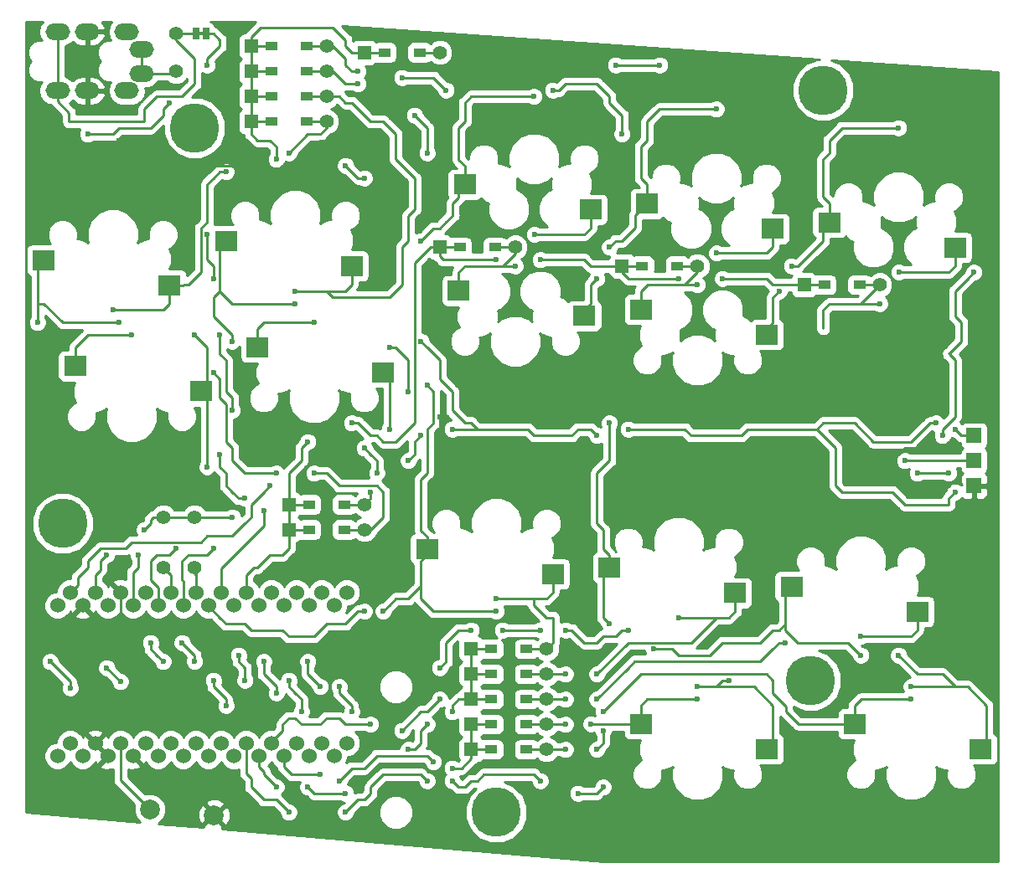
<source format=gbr>
G04 #@! TF.GenerationSoftware,KiCad,Pcbnew,5.0.2+dfsg1-1~bpo9+1*
G04 #@! TF.CreationDate,2019-02-28T23:47:22+09:00*
G04 #@! TF.ProjectId,wabisabi,77616269-7361-4626-992e-6b696361645f,rev?*
G04 #@! TF.SameCoordinates,Original*
G04 #@! TF.FileFunction,Copper,L1,Top*
G04 #@! TF.FilePolarity,Positive*
%FSLAX46Y46*%
G04 Gerber Fmt 4.6, Leading zero omitted, Abs format (unit mm)*
G04 Created by KiCad (PCBNEW 5.0.2+dfsg1-1~bpo9+1) date 2019年02月28日 23時47分22秒*
%MOMM*%
%LPD*%
G01*
G04 APERTURE LIST*
G04 #@! TA.AperFunction,ComponentPad*
%ADD10C,1.524000*%
G04 #@! TD*
G04 #@! TA.AperFunction,SMDPad,CuDef*
%ADD11R,1.300000X0.950000*%
G04 #@! TD*
G04 #@! TA.AperFunction,ComponentPad*
%ADD12R,1.397000X1.397000*%
G04 #@! TD*
G04 #@! TA.AperFunction,ComponentPad*
%ADD13C,1.397000*%
G04 #@! TD*
G04 #@! TA.AperFunction,ComponentPad*
%ADD14O,2.500000X1.700000*%
G04 #@! TD*
G04 #@! TA.AperFunction,SMDPad,CuDef*
%ADD15R,1.524000X1.524000*%
G04 #@! TD*
G04 #@! TA.AperFunction,SMDPad,CuDef*
%ADD16R,0.635000X1.143000*%
G04 #@! TD*
G04 #@! TA.AperFunction,SMDPad,CuDef*
%ADD17R,0.381000X0.381000*%
G04 #@! TD*
G04 #@! TA.AperFunction,ComponentPad*
%ADD18C,2.000000*%
G04 #@! TD*
G04 #@! TA.AperFunction,SMDPad,CuDef*
%ADD19R,2.300000X2.000000*%
G04 #@! TD*
G04 #@! TA.AperFunction,WasherPad*
%ADD20C,5.000000*%
G04 #@! TD*
G04 #@! TA.AperFunction,ViaPad*
%ADD21C,0.600000*%
G04 #@! TD*
G04 #@! TA.AperFunction,Conductor*
%ADD22C,0.250000*%
G04 #@! TD*
G04 #@! TA.AperFunction,Conductor*
%ADD23C,0.254000*%
G04 #@! TD*
G04 APERTURE END LIST*
D10*
G04 #@! TO.P,U1,24*
G04 #@! TO.N,Net-(U1-Pad24)*
X90932000Y-109276400D03*
G04 #@! TO.P,U1,23*
G04 #@! TO.N,GND*
X93472000Y-109276400D03*
G04 #@! TO.P,U1,22*
G04 #@! TO.N,Net-(SW1-Pad1)*
X96012000Y-109276400D03*
G04 #@! TO.P,U1,21*
G04 #@! TO.N,VCC*
X98552000Y-109276400D03*
G04 #@! TO.P,U1,20*
G04 #@! TO.N,COL0*
X101092000Y-109276400D03*
G04 #@! TO.P,U1,19*
G04 #@! TO.N,COL1*
X103632000Y-109276400D03*
G04 #@! TO.P,U1,18*
G04 #@! TO.N,COL2*
X106172000Y-109276400D03*
G04 #@! TO.P,U1,17*
G04 #@! TO.N,COL3*
X108712000Y-109276400D03*
G04 #@! TO.P,U1,16*
G04 #@! TO.N,COL4*
X111252000Y-109276400D03*
G04 #@! TO.P,U1,15*
G04 #@! TO.N,Net-(U1-Pad15)*
X113792000Y-109276400D03*
G04 #@! TO.P,U1,14*
G04 #@! TO.N,Net-(U1-Pad14)*
X116332000Y-109276400D03*
G04 #@! TO.P,U1,13*
G04 #@! TO.N,Net-(U1-Pad13)*
X118872000Y-109276400D03*
G04 #@! TO.P,U1,12*
G04 #@! TO.N,Net-(U1-Pad12)*
X118872000Y-124496400D03*
G04 #@! TO.P,U1,11*
G04 #@! TO.N,Net-(U1-Pad11)*
X116332000Y-124496400D03*
G04 #@! TO.P,U1,10*
G04 #@! TO.N,ROW3*
X113792000Y-124496400D03*
G04 #@! TO.P,U1,9*
G04 #@! TO.N,ROW2*
X111252000Y-124496400D03*
G04 #@! TO.P,U1,8*
G04 #@! TO.N,ROW1*
X108712000Y-124496400D03*
G04 #@! TO.P,U1,7*
G04 #@! TO.N,ROW0*
X106172000Y-124496400D03*
G04 #@! TO.P,U1,6*
G04 #@! TO.N,SCL*
X103632000Y-124496400D03*
G04 #@! TO.P,U1,5*
G04 #@! TO.N,SDA*
X101092000Y-124496400D03*
G04 #@! TO.P,U1,4*
G04 #@! TO.N,GND*
X98552000Y-124496400D03*
G04 #@! TO.P,U1,3*
X96012000Y-124496400D03*
G04 #@! TO.P,U1,2*
G04 #@! TO.N,DATA*
X93472000Y-124496400D03*
G04 #@! TO.P,U1,1*
G04 #@! TO.N,LED*
X90932000Y-124496400D03*
X92202000Y-107950000D03*
G04 #@! TO.P,U1,2*
G04 #@! TO.N,DATA*
X94742000Y-107950000D03*
G04 #@! TO.P,U1,3*
G04 #@! TO.N,GND*
X97282000Y-107950000D03*
G04 #@! TO.P,U1,4*
X99822000Y-107950000D03*
G04 #@! TO.P,U1,5*
G04 #@! TO.N,SDA*
X102362000Y-107950000D03*
G04 #@! TO.P,U1,6*
G04 #@! TO.N,SCL*
X104902000Y-107950000D03*
G04 #@! TO.P,U1,7*
G04 #@! TO.N,ROW0*
X107442000Y-107950000D03*
G04 #@! TO.P,U1,8*
G04 #@! TO.N,ROW1*
X109982000Y-107950000D03*
G04 #@! TO.P,U1,9*
G04 #@! TO.N,ROW2*
X112522000Y-107950000D03*
G04 #@! TO.P,U1,10*
G04 #@! TO.N,ROW3*
X115062000Y-107950000D03*
G04 #@! TO.P,U1,11*
G04 #@! TO.N,Net-(U1-Pad11)*
X117602000Y-107950000D03*
G04 #@! TO.P,U1,12*
G04 #@! TO.N,Net-(U1-Pad12)*
X120142000Y-107950000D03*
G04 #@! TO.P,U1,13*
G04 #@! TO.N,Net-(U1-Pad13)*
X120142000Y-123190000D03*
G04 #@! TO.P,U1,14*
G04 #@! TO.N,Net-(U1-Pad14)*
X117602000Y-123190000D03*
G04 #@! TO.P,U1,15*
G04 #@! TO.N,Net-(U1-Pad15)*
X115062000Y-123190000D03*
G04 #@! TO.P,U1,16*
G04 #@! TO.N,COL4*
X112522000Y-123190000D03*
G04 #@! TO.P,U1,17*
G04 #@! TO.N,COL3*
X109982000Y-123190000D03*
G04 #@! TO.P,U1,18*
G04 #@! TO.N,COL2*
X107442000Y-123190000D03*
G04 #@! TO.P,U1,19*
G04 #@! TO.N,COL1*
X104902000Y-123190000D03*
G04 #@! TO.P,U1,20*
G04 #@! TO.N,COL0*
X102362000Y-123190000D03*
G04 #@! TO.P,U1,21*
G04 #@! TO.N,VCC*
X99822000Y-123190000D03*
G04 #@! TO.P,U1,22*
G04 #@! TO.N,Net-(SW1-Pad1)*
X97282000Y-123190000D03*
G04 #@! TO.P,U1,23*
G04 #@! TO.N,GND*
X94742000Y-123190000D03*
G04 #@! TO.P,U1,24*
G04 #@! TO.N,Net-(U1-Pad24)*
X92202000Y-123190000D03*
G04 #@! TD*
D11*
G04 #@! TO.P,D1,1*
G04 #@! TO.N,ROW0*
X112525000Y-60325000D03*
D12*
X110490000Y-60325000D03*
D13*
G04 #@! TO.P,D1,2*
G04 #@! TO.N,Net-(D1-Pad2)*
X118110000Y-60325000D03*
D11*
X116075000Y-60325000D03*
G04 #@! TD*
G04 #@! TO.P,D2,1*
G04 #@! TO.N,ROW1*
X116335000Y-101600000D03*
D12*
X114300000Y-101600000D03*
D13*
G04 #@! TO.P,D2,2*
G04 #@! TO.N,Net-(D2-Pad2)*
X121920000Y-101600000D03*
D11*
X119885000Y-101600000D03*
G04 #@! TD*
G04 #@! TO.P,D3,2*
G04 #@! TO.N,Net-(D3-Pad2)*
X116075000Y-57785000D03*
D13*
X118110000Y-57785000D03*
D12*
G04 #@! TO.P,D3,1*
G04 #@! TO.N,ROW0*
X110490000Y-57785000D03*
D11*
X112525000Y-57785000D03*
G04 #@! TD*
G04 #@! TO.P,D4,2*
G04 #@! TO.N,Net-(D4-Pad2)*
X119885000Y-99060000D03*
D13*
X121920000Y-99060000D03*
D12*
G04 #@! TO.P,D4,1*
G04 #@! TO.N,ROW1*
X114300000Y-99060000D03*
D11*
X116335000Y-99060000D03*
G04 #@! TD*
G04 #@! TO.P,D5,1*
G04 #@! TO.N,ROW0*
X112525000Y-55245000D03*
D12*
X110490000Y-55245000D03*
D13*
G04 #@! TO.P,D5,2*
G04 #@! TO.N,Net-(D5-Pad2)*
X118110000Y-55245000D03*
D11*
X116075000Y-55245000D03*
G04 #@! TD*
G04 #@! TO.P,D6,2*
G04 #@! TO.N,Net-(D6-Pad2)*
X135125000Y-73025000D03*
D13*
X137160000Y-73025000D03*
D12*
G04 #@! TO.P,D6,1*
G04 #@! TO.N,ROW1*
X129540000Y-73025000D03*
D11*
X131575000Y-73025000D03*
G04 #@! TD*
G04 #@! TO.P,D7,1*
G04 #@! TO.N,ROW2*
X134750000Y-113665000D03*
D12*
X132715000Y-113665000D03*
D13*
G04 #@! TO.P,D7,2*
G04 #@! TO.N,Net-(D7-Pad2)*
X140335000Y-113665000D03*
D11*
X138300000Y-113665000D03*
G04 #@! TD*
G04 #@! TO.P,D8,1*
G04 #@! TO.N,ROW0*
X112525000Y-52705000D03*
D12*
X110490000Y-52705000D03*
D13*
G04 #@! TO.P,D8,2*
G04 #@! TO.N,Net-(D8-Pad2)*
X118110000Y-52705000D03*
D11*
X116075000Y-52705000D03*
G04 #@! TD*
G04 #@! TO.P,D9,1*
G04 #@! TO.N,ROW1*
X149990000Y-74930000D03*
D12*
X147955000Y-74930000D03*
D13*
G04 #@! TO.P,D9,2*
G04 #@! TO.N,Net-(D9-Pad2)*
X155575000Y-74930000D03*
D11*
X153540000Y-74930000D03*
G04 #@! TD*
G04 #@! TO.P,D10,1*
G04 #@! TO.N,ROW2*
X134750000Y-116205000D03*
D12*
X132715000Y-116205000D03*
D13*
G04 #@! TO.P,D10,2*
G04 #@! TO.N,Net-(D10-Pad2)*
X140335000Y-116205000D03*
D11*
X138300000Y-116205000D03*
G04 #@! TD*
G04 #@! TO.P,D11,1*
G04 #@! TO.N,ROW3*
X134750000Y-121285000D03*
D12*
X132715000Y-121285000D03*
D13*
G04 #@! TO.P,D11,2*
G04 #@! TO.N,Net-(D11-Pad2)*
X140335000Y-121285000D03*
D11*
X138300000Y-121285000D03*
G04 #@! TD*
G04 #@! TO.P,D12,1*
G04 #@! TO.N,ROW0*
X123955000Y-53340000D03*
D12*
X121920000Y-53340000D03*
D13*
G04 #@! TO.P,D12,2*
G04 #@! TO.N,Net-(D12-Pad2)*
X129540000Y-53340000D03*
D11*
X127505000Y-53340000D03*
G04 #@! TD*
G04 #@! TO.P,D13,2*
G04 #@! TO.N,Net-(D13-Pad2)*
X171955000Y-76835000D03*
D13*
X173990000Y-76835000D03*
D12*
G04 #@! TO.P,D13,1*
G04 #@! TO.N,ROW1*
X166370000Y-76835000D03*
D11*
X168405000Y-76835000D03*
G04 #@! TD*
G04 #@! TO.P,D14,1*
G04 #@! TO.N,ROW2*
X134750000Y-118745000D03*
D12*
X132715000Y-118745000D03*
D13*
G04 #@! TO.P,D14,2*
G04 #@! TO.N,Net-(D14-Pad2)*
X140335000Y-118745000D03*
D11*
X138300000Y-118745000D03*
G04 #@! TD*
G04 #@! TO.P,D15,2*
G04 #@! TO.N,Net-(D15-Pad2)*
X138300000Y-123825000D03*
D13*
X140335000Y-123825000D03*
D12*
G04 #@! TO.P,D15,1*
G04 #@! TO.N,ROW3*
X132715000Y-123825000D03*
D11*
X134750000Y-123825000D03*
G04 #@! TD*
D14*
G04 #@! TO.P,J1,D*
G04 #@! TO.N,VCC*
X97930000Y-57190000D03*
G04 #@! TO.P,J1,A*
G04 #@! TO.N,Net-(J1-PadA)*
X99430000Y-52990000D03*
G04 #@! TO.P,J1,B*
G04 #@! TO.N,Net-(J1-PadB)*
X90930000Y-57190000D03*
G04 #@! TO.P,J1,C*
G04 #@! TO.N,GND*
X93930000Y-57190000D03*
G04 #@! TO.P,J1,B*
G04 #@! TO.N,Net-(J1-PadB)*
X90930000Y-51240000D03*
G04 #@! TO.P,J1,C*
G04 #@! TO.N,GND*
X93930000Y-51240000D03*
G04 #@! TO.P,J1,D*
G04 #@! TO.N,VCC*
X97930000Y-51240000D03*
G04 #@! TO.P,J1,A*
G04 #@! TO.N,Net-(J1-PadA)*
X99430000Y-55440000D03*
G04 #@! TD*
D13*
G04 #@! TO.P,J2,1*
G04 #@! TO.N,Net-(J1-PadA)*
X102870000Y-55245000D03*
G04 #@! TD*
G04 #@! TO.P,J3,1*
G04 #@! TO.N,Net-(J1-PadB)*
X102870000Y-51435000D03*
G04 #@! TD*
D15*
G04 #@! TO.P,J4,3*
G04 #@! TO.N,VCC*
X183515000Y-92075000D03*
G04 #@! TO.P,J4,2*
G04 #@! TO.N,LED*
X183515000Y-94615000D03*
G04 #@! TO.P,J4,1*
G04 #@! TO.N,GND*
X183515000Y-97155000D03*
G04 #@! TD*
D16*
G04 #@! TO.P,JP1,1*
G04 #@! TO.N,DATA*
X105910380Y-51435000D03*
G04 #@! TO.P,JP1,2*
G04 #@! TO.N,Net-(J1-PadB)*
X104909620Y-51435000D03*
D17*
G04 #@! TO.P,JP1,*
G04 #@! TO.N,*
X105410000Y-51435000D03*
G04 #@! TD*
D13*
G04 #@! TO.P,R1,1*
G04 #@! TO.N,VCC*
X101600000Y-100330000D03*
G04 #@! TO.P,R1,2*
G04 #@! TO.N,SDA*
X101600000Y-105410000D03*
G04 #@! TD*
G04 #@! TO.P,R2,2*
G04 #@! TO.N,SCL*
X104775000Y-105410000D03*
G04 #@! TO.P,R2,1*
G04 #@! TO.N,VCC*
X104775000Y-100330000D03*
G04 #@! TD*
D18*
G04 #@! TO.P,SW1,2*
G04 #@! TO.N,GND*
X106742633Y-130458256D03*
G04 #@! TO.P,SW1,1*
G04 #@! TO.N,Net-(SW1-Pad1)*
X100267367Y-129891744D03*
G04 #@! TD*
D19*
G04 #@! TO.P,SW2,2*
G04 #@! TO.N,Net-(D1-Pad2)*
X102220000Y-76875000D03*
G04 #@! TO.P,SW2,1*
G04 #@! TO.N,COL0*
X89520000Y-74335000D03*
G04 #@! TD*
G04 #@! TO.P,SW3,1*
G04 #@! TO.N,COL0*
X105407500Y-87590000D03*
G04 #@! TO.P,SW3,2*
G04 #@! TO.N,Net-(D2-Pad2)*
X92707500Y-85050000D03*
G04 #@! TD*
G04 #@! TO.P,SW4,1*
G04 #@! TO.N,COL1*
X107935000Y-72390000D03*
G04 #@! TO.P,SW4,2*
G04 #@! TO.N,Net-(D3-Pad2)*
X120635000Y-74930000D03*
G04 #@! TD*
G04 #@! TO.P,SW5,2*
G04 #@! TO.N,Net-(D4-Pad2)*
X111140000Y-83145000D03*
G04 #@! TO.P,SW5,1*
G04 #@! TO.N,COL1*
X123840000Y-85685000D03*
G04 #@! TD*
G04 #@! TO.P,SW6,2*
G04 #@! TO.N,Net-(D5-Pad2)*
X144765000Y-69215000D03*
G04 #@! TO.P,SW6,1*
G04 #@! TO.N,COL2*
X132065000Y-66675000D03*
G04 #@! TD*
G04 #@! TO.P,SW7,1*
G04 #@! TO.N,COL2*
X144160000Y-79970000D03*
G04 #@! TO.P,SW7,2*
G04 #@! TO.N,Net-(D6-Pad2)*
X131460000Y-77430000D03*
G04 #@! TD*
G04 #@! TO.P,SW8,2*
G04 #@! TO.N,Net-(D7-Pad2)*
X140955000Y-106085000D03*
G04 #@! TO.P,SW8,1*
G04 #@! TO.N,COL2*
X128255000Y-103545000D03*
G04 #@! TD*
G04 #@! TO.P,SW9,1*
G04 #@! TO.N,COL3*
X150480000Y-68620000D03*
G04 #@! TO.P,SW9,2*
G04 #@! TO.N,Net-(D8-Pad2)*
X163180000Y-71160000D03*
G04 #@! TD*
G04 #@! TO.P,SW10,2*
G04 #@! TO.N,Net-(D9-Pad2)*
X149875000Y-79335000D03*
G04 #@! TO.P,SW10,1*
G04 #@! TO.N,COL3*
X162575000Y-81875000D03*
G04 #@! TD*
G04 #@! TO.P,SW11,1*
G04 #@! TO.N,COL3*
X146670000Y-105450000D03*
G04 #@! TO.P,SW11,2*
G04 #@! TO.N,Net-(D10-Pad2)*
X159370000Y-107990000D03*
G04 #@! TD*
G04 #@! TO.P,SW12,1*
G04 #@! TO.N,COL3*
X162575000Y-123785000D03*
G04 #@! TO.P,SW12,2*
G04 #@! TO.N,Net-(D11-Pad2)*
X149875000Y-121245000D03*
G04 #@! TD*
G04 #@! TO.P,SW13,1*
G04 #@! TO.N,COL4*
X168895000Y-70525000D03*
G04 #@! TO.P,SW13,2*
G04 #@! TO.N,Net-(D12-Pad2)*
X181595000Y-73065000D03*
G04 #@! TD*
G04 #@! TO.P,SW15,1*
G04 #@! TO.N,COL4*
X165085000Y-107355000D03*
G04 #@! TO.P,SW15,2*
G04 #@! TO.N,Net-(D14-Pad2)*
X177785000Y-109895000D03*
G04 #@! TD*
G04 #@! TO.P,SW16,1*
G04 #@! TO.N,COL4*
X184165000Y-123785000D03*
G04 #@! TO.P,SW16,2*
G04 #@! TO.N,Net-(D15-Pad2)*
X171465000Y-121245000D03*
G04 #@! TD*
D20*
G04 #@! TO.P,Ref\002A\002A,*
G04 #@! TO.N,*
X168275000Y-57150000D03*
G04 #@! TD*
G04 #@! TO.P,Ref\002A\002A,*
G04 #@! TO.N,*
X104775000Y-60960000D03*
G04 #@! TD*
G04 #@! TO.P,Ref\002A\002A,*
G04 #@! TO.N,*
X167005000Y-116840000D03*
G04 #@! TD*
G04 #@! TO.P,Ref\002A\002A,*
G04 #@! TO.N,*
X135255000Y-130175000D03*
G04 #@! TD*
G04 #@! TO.P,Ref\002A\002A,*
G04 #@! TO.N,*
X91440000Y-100965000D03*
G04 #@! TD*
D21*
G04 #@! TO.N,ROW0*
X111760000Y-99695000D03*
X109855000Y-98425000D03*
X107315000Y-93980000D03*
X108585000Y-89535000D03*
X107315000Y-81915000D03*
X106680000Y-76200000D03*
X106045000Y-71755000D03*
X113030000Y-64136410D03*
G04 #@! TO.N,Net-(D1-Pad2)*
X96520000Y-79375000D03*
X107950000Y-65405000D03*
X114300000Y-63500000D03*
G04 #@! TO.N,ROW1*
X158115000Y-76200000D03*
X153670000Y-76200000D03*
X139700000Y-74295000D03*
X135255000Y-74295000D03*
X120650000Y-90805000D03*
X116205000Y-92710000D03*
G04 #@! TO.N,Net-(D2-Pad2)*
X98425000Y-81915000D03*
X106680000Y-85725000D03*
X113030000Y-95885000D03*
X116840000Y-95885000D03*
G04 #@! TO.N,Net-(D3-Pad2)*
X114935000Y-77470000D03*
G04 #@! TO.N,ROW2*
X120015000Y-128270000D03*
X126365000Y-123825000D03*
X113030000Y-127635000D03*
X116205000Y-127635000D03*
X130810000Y-120015000D03*
X128270000Y-121285000D03*
G04 #@! TO.N,Net-(D4-Pad2)*
X116840000Y-80645000D03*
X122555000Y-97790000D03*
X123190000Y-95885000D03*
X121920000Y-93345000D03*
X126365000Y-87630000D03*
X124460000Y-83185000D03*
G04 #@! TO.N,Net-(D5-Pad2)*
X139095000Y-71725000D03*
X121285000Y-56515000D03*
X128270000Y-63500000D03*
X127000000Y-59690000D03*
G04 #@! TO.N,Net-(D6-Pad2)*
X137160000Y-74930000D03*
G04 #@! TO.N,Net-(D7-Pad2)*
X135255000Y-108585000D03*
G04 #@! TO.N,Net-(D8-Pad2)*
X157510000Y-73630000D03*
X121285000Y-55245000D03*
X125730000Y-55880000D03*
X130175000Y-57150000D03*
X147955000Y-61595000D03*
X140970000Y-57150000D03*
G04 #@! TO.N,Net-(D9-Pad2)*
X155575000Y-76835000D03*
G04 #@! TO.N,Net-(D10-Pad2)*
X153670000Y-110490000D03*
X145415000Y-116205000D03*
X142240000Y-116205000D03*
G04 #@! TO.N,Net-(D11-Pad2)*
X155575000Y-118745000D03*
X144820000Y-121245000D03*
X142240000Y-121285000D03*
G04 #@! TO.N,ROW3*
X117475000Y-126365000D03*
X119380000Y-127000000D03*
X128905000Y-125095000D03*
X130810000Y-125730000D03*
G04 #@! TO.N,Net-(D12-Pad2)*
X175925000Y-75535000D03*
X147320000Y-54610000D03*
X151765000Y-54610000D03*
G04 #@! TO.N,Net-(D13-Pad2)*
X173990000Y-78740000D03*
G04 #@! TO.N,Net-(D14-Pad2)*
X172085000Y-112395000D03*
X164465000Y-113030000D03*
X145415000Y-118745000D03*
X142240000Y-118745000D03*
G04 #@! TO.N,Net-(D15-Pad2)*
X177165000Y-118745000D03*
X146050000Y-120015000D03*
X146050000Y-121920000D03*
X145415000Y-123825000D03*
X142240000Y-123825000D03*
G04 #@! TO.N,VCC*
X99060000Y-104140000D03*
X99695000Y-101600000D03*
X108585000Y-100330000D03*
X126365000Y-94615000D03*
X127635000Y-92075000D03*
X130810000Y-91440000D03*
X145415000Y-92075000D03*
X148590000Y-91440000D03*
X179705000Y-90805000D03*
X127635000Y-82550000D03*
X181610000Y-91440000D03*
X181610000Y-97790000D03*
X121920000Y-66040000D03*
X120015000Y-64770000D03*
G04 #@! TO.N,GND*
X94742000Y-117602000D03*
X93345000Y-115570000D03*
X125730000Y-109855000D03*
X172085000Y-95885000D03*
X178435000Y-97790000D03*
X180975000Y-97155000D03*
X130175000Y-93980000D03*
X129540000Y-90170000D03*
X123825000Y-76200000D03*
X97155000Y-62230000D03*
X125730000Y-113665000D03*
X143510000Y-131445000D03*
X166370000Y-130175000D03*
X183515000Y-100330000D03*
X163830000Y-94615000D03*
X184785000Y-79375000D03*
X107950000Y-57150000D03*
X93345000Y-53975000D03*
X88900000Y-59690000D03*
X95885000Y-59055000D03*
X92710000Y-113030000D03*
X88900000Y-120015000D03*
X92075000Y-127000000D03*
X103505000Y-130175000D03*
X104140000Y-127000000D03*
G04 #@! TO.N,LED*
X112395000Y-97155000D03*
X176530000Y-94615000D03*
X177800000Y-95885000D03*
X180975000Y-95885000D03*
G04 #@! TO.N,DATA*
X95885000Y-104140000D03*
X93980000Y-61595000D03*
X102235000Y-58420000D03*
X106045000Y-54610000D03*
G04 #@! TO.N,Net-(SW1-Pad1)*
X97282000Y-116967000D03*
X95885000Y-115570000D03*
G04 #@! TO.N,COL0*
X88900000Y-80645000D03*
X97155000Y-80645000D03*
X101600000Y-114935000D03*
X100330000Y-113030000D03*
X102870000Y-103505000D03*
X106045000Y-95250000D03*
X104775000Y-81915000D03*
G04 #@! TO.N,COL1*
X114935000Y-78740000D03*
X104775000Y-114935000D03*
X103505000Y-113030000D03*
X108585000Y-82550000D03*
X124460000Y-91440000D03*
X106680000Y-103505000D03*
G04 #@! TO.N,COL2*
X135255000Y-109855000D03*
X139065000Y-57785000D03*
X145415000Y-76200000D03*
X128270000Y-86995000D03*
X127635000Y-72390000D03*
X107950000Y-119380000D03*
X106680000Y-116840000D03*
X121920000Y-109855000D03*
X123825000Y-109855000D03*
G04 #@! TO.N,COL3*
X155575000Y-117475000D03*
X158750000Y-116840000D03*
X146685000Y-111125000D03*
X163830000Y-77470000D03*
X157480000Y-59055000D03*
X146685000Y-73025000D03*
X146685000Y-90805000D03*
X109855000Y-116840000D03*
X109220000Y-114300000D03*
X146050000Y-127635000D03*
X139700000Y-127000000D03*
X143510000Y-128270000D03*
X114300000Y-130175000D03*
X120015000Y-130175000D03*
X128270000Y-127000000D03*
X130810000Y-127000000D03*
G04 #@! TO.N,COL4*
X177165000Y-117475000D03*
X175895000Y-60960000D03*
X183515000Y-75565000D03*
X165100000Y-74930000D03*
X180340000Y-92075000D03*
X151130000Y-113665000D03*
X148590000Y-111760000D03*
X142240000Y-111760000D03*
X113030000Y-118110000D03*
X111760000Y-114935000D03*
X139700000Y-111760000D03*
X129540000Y-118745000D03*
X129540000Y-115570000D03*
X132715000Y-111760000D03*
X135890000Y-111760000D03*
X125730000Y-121920000D03*
X122555000Y-121285000D03*
X172085000Y-114300000D03*
X175895000Y-114300000D03*
G04 #@! TO.N,Net-(U1-Pad24)*
X92202000Y-117602000D03*
X90170000Y-114935000D03*
G04 #@! TO.N,Net-(U1-Pad15)*
X115570000Y-120015000D03*
X114300000Y-116840000D03*
G04 #@! TO.N,Net-(U1-Pad14)*
X117475000Y-117475000D03*
X116205000Y-114935000D03*
G04 #@! TO.N,Net-(U1-Pad13)*
X120650000Y-120015000D03*
X119380000Y-117475000D03*
G04 #@! TD*
D22*
G04 #@! TO.N,ROW0*
X110490000Y-52705000D02*
X112525000Y-52705000D01*
X110490000Y-55245000D02*
X112525000Y-55245000D01*
X110490000Y-57785000D02*
X112525000Y-57785000D01*
X110490000Y-60325000D02*
X112525000Y-60325000D01*
X121920000Y-53340000D02*
X123955000Y-53340000D01*
X110490000Y-52705000D02*
X110490000Y-55245000D01*
X110490000Y-55245000D02*
X110490000Y-57785000D01*
X110490000Y-57785000D02*
X110490000Y-60325000D01*
X120650000Y-53340000D02*
X121920000Y-53340000D01*
X120015000Y-52070000D02*
X120015000Y-52705000D01*
X120015000Y-52705000D02*
X120650000Y-53340000D01*
X110490000Y-52705000D02*
X110490000Y-51756500D01*
X111446500Y-50800000D02*
X118745000Y-50800000D01*
X110490000Y-51756500D02*
X111446500Y-50800000D01*
X118745000Y-50800000D02*
X120015000Y-52070000D01*
X107442000Y-107950000D02*
X107442000Y-105537000D01*
X107442000Y-105537000D02*
X111760000Y-101219000D01*
X111760000Y-101219000D02*
X111760000Y-99695000D01*
X111760000Y-99695000D02*
X111760000Y-99695000D01*
X109855000Y-98425000D02*
X109220000Y-98425000D01*
X109220000Y-98425000D02*
X108585000Y-97790000D01*
X108585000Y-97790000D02*
X107950000Y-97155000D01*
X107950000Y-97155000D02*
X107950000Y-95885000D01*
X107950000Y-95885000D02*
X107315000Y-95250000D01*
X107315000Y-95250000D02*
X107315000Y-93980000D01*
X107315000Y-93980000D02*
X107315000Y-93980000D01*
X108585000Y-89535000D02*
X108585000Y-88265000D01*
X108585000Y-88265000D02*
X107950000Y-87630000D01*
X107950000Y-87630000D02*
X107950000Y-85725000D01*
X107950000Y-85725000D02*
X107950000Y-84455000D01*
X107950000Y-84455000D02*
X107315000Y-83820000D01*
X107315000Y-83820000D02*
X107315000Y-81915000D01*
X107315000Y-81915000D02*
X107315000Y-81915000D01*
X106680000Y-76200000D02*
X106680000Y-75565000D01*
X106680000Y-75565000D02*
X106680000Y-74930000D01*
X106680000Y-74930000D02*
X106045000Y-74295000D01*
X106045000Y-74295000D02*
X106045000Y-72390000D01*
X106045000Y-72390000D02*
X106045000Y-71755000D01*
X106045000Y-71755000D02*
X106045000Y-71755000D01*
X110490000Y-60960000D02*
X110490000Y-60325000D01*
X110490000Y-61595000D02*
X110490000Y-60960000D01*
X113030000Y-62865000D02*
X112395000Y-62230000D01*
X112395000Y-62230000D02*
X111125000Y-62230000D01*
X113030000Y-64136410D02*
X113030000Y-62865000D01*
X111125000Y-62230000D02*
X110490000Y-61595000D01*
G04 #@! TO.N,Net-(D1-Pad2)*
X118110000Y-60325000D02*
X116075000Y-60325000D01*
X102235000Y-76890000D02*
X102220000Y-76875000D01*
X102235000Y-78740000D02*
X102235000Y-76890000D01*
X101600000Y-79375000D02*
X102235000Y-78740000D01*
X96520000Y-79375000D02*
X101600000Y-79375000D01*
X103620000Y-76875000D02*
X103660000Y-76835000D01*
X102220000Y-76875000D02*
X103620000Y-76875000D01*
X103660000Y-76835000D02*
X104140000Y-76835000D01*
X104140000Y-76835000D02*
X105410000Y-75565000D01*
X105410000Y-75565000D02*
X105410000Y-71755000D01*
X105410000Y-71755000D02*
X105410000Y-71120000D01*
X105410000Y-71120000D02*
X106045000Y-70485000D01*
X106045000Y-70485000D02*
X106045000Y-66675000D01*
X106045000Y-66675000D02*
X106680000Y-66040000D01*
X106680000Y-66040000D02*
X107315000Y-65405000D01*
X107315000Y-65405000D02*
X107950000Y-65405000D01*
X107950000Y-65405000D02*
X107950000Y-65405000D01*
X118110000Y-60960000D02*
X118110000Y-60325000D01*
X117475000Y-61595000D02*
X118110000Y-60960000D01*
X116205000Y-61595000D02*
X117475000Y-61595000D01*
X114300000Y-63500000D02*
X116205000Y-61595000D01*
G04 #@! TO.N,ROW1*
X129540000Y-73025000D02*
X131575000Y-73025000D01*
X147955000Y-74930000D02*
X149990000Y-74930000D01*
X166370000Y-76835000D02*
X168405000Y-76835000D01*
X114300000Y-99060000D02*
X116335000Y-99060000D01*
X114300000Y-101600000D02*
X116335000Y-101600000D01*
X114300000Y-99060000D02*
X114300000Y-101600000D01*
X128591500Y-73025000D02*
X129540000Y-73025000D01*
X127000000Y-74616500D02*
X128591500Y-73025000D01*
X114300000Y-99060000D02*
X114300000Y-97155000D01*
X127000000Y-90805000D02*
X127000000Y-74616500D01*
X125095000Y-92710000D02*
X127000000Y-90805000D01*
X166370000Y-76835000D02*
X165100000Y-76835000D01*
X165100000Y-76835000D02*
X163195000Y-76835000D01*
X163195000Y-76835000D02*
X162560000Y-76200000D01*
X162560000Y-76200000D02*
X158115000Y-76200000D01*
X158115000Y-76200000D02*
X158115000Y-76200000D01*
X153670000Y-76200000D02*
X148590000Y-76200000D01*
X148590000Y-76200000D02*
X147955000Y-75565000D01*
X147955000Y-75565000D02*
X147955000Y-74930000D01*
X147955000Y-74930000D02*
X145415000Y-74930000D01*
X145415000Y-74930000D02*
X144780000Y-74930000D01*
X144780000Y-74930000D02*
X144145000Y-74295000D01*
X144145000Y-74295000D02*
X139700000Y-74295000D01*
X139700000Y-74295000D02*
X139700000Y-74295000D01*
X129540000Y-73973500D02*
X129540000Y-73025000D01*
X129861500Y-74295000D02*
X129540000Y-73973500D01*
X135255000Y-74295000D02*
X129861500Y-74295000D01*
X109982000Y-107950000D02*
X109982000Y-106172000D01*
X109982000Y-106172000D02*
X110744000Y-105410000D01*
X110744000Y-105410000D02*
X111125000Y-105410000D01*
X111125000Y-105410000D02*
X112395000Y-104140000D01*
X112395000Y-104140000D02*
X113665000Y-104140000D01*
X113665000Y-104140000D02*
X114300000Y-103505000D01*
X114300000Y-103505000D02*
X114300000Y-101600000D01*
X114300000Y-97155000D02*
X114300000Y-95885000D01*
X114300000Y-95885000D02*
X115570000Y-94615000D01*
X115570000Y-94615000D02*
X115570000Y-93345000D01*
X115570000Y-93345000D02*
X116205000Y-92710000D01*
X125095000Y-92710000D02*
X123825000Y-92710000D01*
X123825000Y-92710000D02*
X123190000Y-92075000D01*
X123190000Y-92075000D02*
X122555000Y-92075000D01*
X122555000Y-92075000D02*
X121920000Y-91440000D01*
X121920000Y-91440000D02*
X121285000Y-90805000D01*
X121285000Y-90805000D02*
X120650000Y-90805000D01*
X120650000Y-90805000D02*
X120650000Y-90805000D01*
X116205000Y-92710000D02*
X116205000Y-92710000D01*
G04 #@! TO.N,Net-(D2-Pad2)*
X119885000Y-101600000D02*
X121920000Y-101600000D01*
X92707500Y-85050000D02*
X92707500Y-83187500D01*
X92707500Y-83187500D02*
X93980000Y-81915000D01*
X93980000Y-81915000D02*
X98425000Y-81915000D01*
X98425000Y-81915000D02*
X98425000Y-81915000D01*
X106680000Y-85725000D02*
X107315000Y-86360000D01*
X107315000Y-86360000D02*
X107315000Y-88265000D01*
X107315000Y-88265000D02*
X107950000Y-88900000D01*
X107950000Y-88900000D02*
X107950000Y-90170000D01*
X107950000Y-90170000D02*
X107950000Y-92710000D01*
X107950000Y-92710000D02*
X108585000Y-93345000D01*
X108585000Y-93345000D02*
X108585000Y-94615000D01*
X108585000Y-94615000D02*
X109855000Y-95885000D01*
X109855000Y-95885000D02*
X113030000Y-95885000D01*
X113030000Y-95885000D02*
X113030000Y-95885000D01*
X122555000Y-101600000D02*
X121920000Y-101600000D01*
X123825000Y-100330000D02*
X122555000Y-101600000D01*
X123825000Y-97790000D02*
X123825000Y-100330000D01*
X116840000Y-95885000D02*
X118110000Y-95885000D01*
X118110000Y-95885000D02*
X119380000Y-97155000D01*
X119380000Y-97155000D02*
X123190000Y-97155000D01*
X123190000Y-97155000D02*
X123825000Y-97790000D01*
G04 #@! TO.N,Net-(D3-Pad2)*
X118110000Y-57785000D02*
X116075000Y-57785000D01*
X120635000Y-74930000D02*
X120635000Y-76820000D01*
X120635000Y-76820000D02*
X119985000Y-77470000D01*
X114935000Y-77470000D02*
X114935000Y-77470000D01*
X119985000Y-77470000D02*
X117475000Y-77470000D01*
X117475000Y-77470000D02*
X114935000Y-77470000D01*
X119380000Y-57785000D02*
X118110000Y-57785000D01*
X122555000Y-60325000D02*
X120650000Y-58420000D01*
X123825000Y-60325000D02*
X122555000Y-60325000D01*
X125095000Y-64135000D02*
X125095000Y-61595000D01*
X124460000Y-78105000D02*
X125730000Y-76835000D01*
X125095000Y-61595000D02*
X123825000Y-60325000D01*
X118745000Y-78105000D02*
X124460000Y-78105000D01*
X126365000Y-72390000D02*
X126365000Y-69850000D01*
X118110000Y-77470000D02*
X118745000Y-78105000D01*
X120015000Y-58420000D02*
X119380000Y-57785000D01*
X117475000Y-77470000D02*
X118110000Y-77470000D01*
X125730000Y-76835000D02*
X125730000Y-73025000D01*
X125730000Y-73025000D02*
X126365000Y-72390000D01*
X126365000Y-69850000D02*
X127000000Y-69215000D01*
X127000000Y-69215000D02*
X127000000Y-66040000D01*
X120650000Y-58420000D02*
X120015000Y-58420000D01*
X127000000Y-66040000D02*
X125095000Y-64135000D01*
G04 #@! TO.N,ROW2*
X132715000Y-118745000D02*
X134750000Y-118745000D01*
X132715000Y-116205000D02*
X134750000Y-116205000D01*
X132715000Y-113665000D02*
X134750000Y-113665000D01*
X132715000Y-118745000D02*
X132715000Y-116205000D01*
X132715000Y-116205000D02*
X132715000Y-113665000D01*
X111252000Y-125574030D02*
X111760000Y-126082030D01*
X111252000Y-124496400D02*
X111252000Y-125574030D01*
X111760000Y-126082030D02*
X111760000Y-126365000D01*
X111760000Y-126365000D02*
X113030000Y-127635000D01*
X116205000Y-127635000D02*
X116205000Y-127635000D01*
X116840000Y-128270000D02*
X120015000Y-128270000D01*
X120015000Y-128270000D02*
X120015000Y-128270000D01*
X130810000Y-119380000D02*
X131445000Y-118745000D01*
X130810000Y-120015000D02*
X130810000Y-120015000D01*
X127635000Y-121920000D02*
X128270000Y-121285000D01*
X131445000Y-118745000D02*
X132715000Y-118745000D01*
X127635000Y-123190000D02*
X127635000Y-121920000D01*
X126365000Y-123825000D02*
X127000000Y-123825000D01*
X127000000Y-123825000D02*
X127635000Y-123190000D01*
X113030000Y-127635000D02*
X113030000Y-127635000D01*
X116205000Y-127635000D02*
X116840000Y-128270000D01*
X130810000Y-120015000D02*
X130810000Y-119380000D01*
X128270000Y-121285000D02*
X128270000Y-121285000D01*
G04 #@! TO.N,Net-(D4-Pad2)*
X119885000Y-99060000D02*
X121920000Y-99060000D01*
X111140000Y-83145000D02*
X111140000Y-81295000D01*
X111140000Y-81295000D02*
X111790000Y-80645000D01*
X111790000Y-80645000D02*
X116840000Y-80645000D01*
X116840000Y-80645000D02*
X116840000Y-80645000D01*
X121920000Y-99060000D02*
X122555000Y-98425000D01*
X122555000Y-98425000D02*
X122555000Y-97790000D01*
X122555000Y-97790000D02*
X122555000Y-97790000D01*
X123190000Y-95885000D02*
X123190000Y-94615000D01*
X123190000Y-94615000D02*
X122555000Y-93980000D01*
X122555000Y-93980000D02*
X121920000Y-93345000D01*
X121920000Y-93345000D02*
X121920000Y-93345000D01*
X126365000Y-87630000D02*
X126365000Y-86360000D01*
X126365000Y-86360000D02*
X126365000Y-85090000D01*
X126365000Y-85090000D02*
X126365000Y-84455000D01*
X126365000Y-84455000D02*
X125095000Y-83185000D01*
X125095000Y-83185000D02*
X124460000Y-83185000D01*
X124460000Y-83185000D02*
X124460000Y-83185000D01*
G04 #@! TO.N,Net-(D5-Pad2)*
X118110000Y-55245000D02*
X116075000Y-55245000D01*
X144765000Y-69215000D02*
X144765000Y-71105000D01*
X144765000Y-71105000D02*
X144145000Y-71725000D01*
X144145000Y-71725000D02*
X139095000Y-71725000D01*
X139095000Y-71725000D02*
X139095000Y-71725000D01*
X118745000Y-55245000D02*
X118110000Y-55245000D01*
X120015000Y-56515000D02*
X118745000Y-55245000D01*
X121285000Y-56515000D02*
X120015000Y-56515000D01*
X128270000Y-60960000D02*
X127000000Y-59690000D01*
X128270000Y-63500000D02*
X128270000Y-60960000D01*
G04 #@! TO.N,Net-(D6-Pad2)*
X135125000Y-73025000D02*
X137160000Y-73025000D01*
X131460000Y-76180000D02*
X131445000Y-76165000D01*
X131460000Y-77430000D02*
X131460000Y-76180000D01*
X131445000Y-76165000D02*
X131445000Y-75565000D01*
X131445000Y-75565000D02*
X132080000Y-74930000D01*
X135890000Y-74930000D02*
X137160000Y-73660000D01*
X132080000Y-74930000D02*
X135890000Y-74930000D01*
X135890000Y-74930000D02*
X137160000Y-74930000D01*
X137160000Y-74930000D02*
X137160000Y-74930000D01*
G04 #@! TO.N,Net-(D7-Pad2)*
X138300000Y-113665000D02*
X140335000Y-113665000D01*
X140955000Y-106085000D02*
X140955000Y-107935000D01*
X140955000Y-107935000D02*
X140305000Y-108585000D01*
X140305000Y-108585000D02*
X135255000Y-108585000D01*
X135255000Y-108585000D02*
X135255000Y-108585000D01*
X140335000Y-113665000D02*
X140970000Y-113030000D01*
X140970000Y-113030000D02*
X140970000Y-110490000D01*
X140970000Y-110490000D02*
X140335000Y-110490000D01*
X140335000Y-110490000D02*
X139065000Y-109220000D01*
X139065000Y-109220000D02*
X139065000Y-108585000D01*
G04 #@! TO.N,Net-(D8-Pad2)*
X118110000Y-52705000D02*
X116075000Y-52705000D01*
X163180000Y-71160000D02*
X163180000Y-73010000D01*
X163180000Y-73010000D02*
X162560000Y-73630000D01*
X162560000Y-73630000D02*
X157510000Y-73630000D01*
X157510000Y-73630000D02*
X157510000Y-73630000D01*
X118745000Y-52705000D02*
X118110000Y-52705000D01*
X121285000Y-55245000D02*
X120650000Y-55245000D01*
X120650000Y-55245000D02*
X120015000Y-54610000D01*
X120015000Y-54610000D02*
X120015000Y-53975000D01*
X120015000Y-53975000D02*
X118745000Y-52705000D01*
X128905000Y-55880000D02*
X130175000Y-57150000D01*
X125730000Y-55880000D02*
X128905000Y-55880000D01*
X146685000Y-58420000D02*
X146685000Y-57785000D01*
X147955000Y-59690000D02*
X146685000Y-58420000D01*
X147955000Y-60325000D02*
X147955000Y-59690000D01*
X147955000Y-61595000D02*
X147955000Y-60325000D01*
X146685000Y-57785000D02*
X145415000Y-56515000D01*
X140970000Y-57150000D02*
X141605000Y-57150000D01*
X141605000Y-57150000D02*
X142240000Y-56515000D01*
X142240000Y-56515000D02*
X145415000Y-56515000D01*
G04 #@! TO.N,Net-(D9-Pad2)*
X153540000Y-74930000D02*
X155575000Y-74930000D01*
X149875000Y-79335000D02*
X149875000Y-77485000D01*
X149875000Y-77485000D02*
X150525000Y-76835000D01*
X154305000Y-76835000D02*
X155575000Y-75565000D01*
X150525000Y-76835000D02*
X154305000Y-76835000D01*
X154305000Y-76835000D02*
X155575000Y-76835000D01*
X155575000Y-76835000D02*
X155575000Y-76835000D01*
G04 #@! TO.N,Net-(D10-Pad2)*
X138300000Y-116205000D02*
X140335000Y-116205000D01*
X159370000Y-109240000D02*
X159385000Y-109255000D01*
X159370000Y-107990000D02*
X159370000Y-109240000D01*
X159385000Y-109255000D02*
X159385000Y-109855000D01*
X159385000Y-109855000D02*
X158750000Y-110490000D01*
X153670000Y-110490000D02*
X153670000Y-110490000D01*
X145415000Y-116205000D02*
X145415000Y-116205000D01*
X148590000Y-113030000D02*
X154940000Y-113030000D01*
X154940000Y-113030000D02*
X156210000Y-111760000D01*
X156210000Y-111760000D02*
X157480000Y-110490000D01*
X157480000Y-110490000D02*
X153670000Y-110490000D01*
X158750000Y-110490000D02*
X157480000Y-110490000D01*
X140335000Y-116205000D02*
X142240000Y-116205000D01*
X145415000Y-116205000D02*
X148590000Y-113030000D01*
X142240000Y-116205000D02*
X142240000Y-116205000D01*
G04 #@! TO.N,Net-(D11-Pad2)*
X138300000Y-121285000D02*
X140335000Y-121285000D01*
X149875000Y-119995000D02*
X149860000Y-119980000D01*
X149875000Y-121245000D02*
X149875000Y-119995000D01*
X149860000Y-119980000D02*
X149860000Y-119380000D01*
X149860000Y-119380000D02*
X150495000Y-118745000D01*
X150495000Y-118745000D02*
X155575000Y-118745000D01*
X155575000Y-118745000D02*
X155575000Y-118745000D01*
X140375000Y-121245000D02*
X140335000Y-121285000D01*
X149875000Y-121245000D02*
X144820000Y-121245000D01*
X140335000Y-121285000D02*
X141605000Y-121285000D01*
X140335000Y-121285000D02*
X142240000Y-121285000D01*
X144820000Y-121245000D02*
X144820000Y-121245000D01*
X142240000Y-121285000D02*
X142240000Y-121285000D01*
G04 #@! TO.N,ROW3*
X132715000Y-123825000D02*
X134750000Y-123825000D01*
X132715000Y-121285000D02*
X134750000Y-121285000D01*
X132715000Y-123825000D02*
X132715000Y-121285000D01*
X132715000Y-124773500D02*
X132715000Y-123825000D01*
X131758500Y-125730000D02*
X132715000Y-124773500D01*
X130810000Y-125730000D02*
X130810000Y-125730000D01*
X114582970Y-126365000D02*
X117475000Y-126365000D01*
X119380000Y-127000000D02*
X119380000Y-127000000D01*
X113792000Y-124496400D02*
X113792000Y-125574030D01*
X120650000Y-125730000D02*
X121920000Y-125730000D01*
X123190000Y-124460000D02*
X128270000Y-124460000D01*
X121920000Y-125730000D02*
X123190000Y-124460000D01*
X113792000Y-125574030D02*
X114582970Y-126365000D01*
X128270000Y-124460000D02*
X128905000Y-125095000D01*
X117475000Y-126365000D02*
X117475000Y-126365000D01*
X119380000Y-127000000D02*
X120650000Y-125730000D01*
X128905000Y-125095000D02*
X128905000Y-125095000D01*
X130810000Y-125730000D02*
X131758500Y-125730000D01*
G04 #@! TO.N,Net-(D12-Pad2)*
X127505000Y-53340000D02*
X129540000Y-53340000D01*
X181595000Y-73065000D02*
X181595000Y-74915000D01*
X181595000Y-74915000D02*
X180975000Y-75535000D01*
X180975000Y-75535000D02*
X175925000Y-75535000D01*
X175925000Y-75535000D02*
X175925000Y-75535000D01*
X151765000Y-54610000D02*
X147320000Y-54610000D01*
G04 #@! TO.N,Net-(D13-Pad2)*
X171955000Y-76835000D02*
X173990000Y-76835000D01*
X168290000Y-81240000D02*
X168290000Y-79390000D01*
X168290000Y-79390000D02*
X168940000Y-78740000D01*
X172085000Y-78740000D02*
X173990000Y-76835000D01*
X168940000Y-78740000D02*
X172085000Y-78740000D01*
X172085000Y-78740000D02*
X173990000Y-78740000D01*
X173990000Y-78740000D02*
X173990000Y-78740000D01*
G04 #@! TO.N,Net-(D14-Pad2)*
X138300000Y-118745000D02*
X140335000Y-118745000D01*
X177785000Y-109895000D02*
X177785000Y-111745000D01*
X177785000Y-111745000D02*
X177135000Y-112395000D01*
X177135000Y-112395000D02*
X172085000Y-112395000D01*
X172085000Y-112395000D02*
X172085000Y-112395000D01*
X145415000Y-118745000D02*
X145415000Y-118745000D01*
X148590000Y-115570000D02*
X149225000Y-114935000D01*
X149225000Y-114935000D02*
X154940000Y-114935000D01*
X154940000Y-114935000D02*
X161925000Y-114935000D01*
X161925000Y-114935000D02*
X163195000Y-113665000D01*
X163195000Y-113665000D02*
X163830000Y-113030000D01*
X163830000Y-113030000D02*
X164465000Y-113030000D01*
X164465000Y-113030000D02*
X164465000Y-113030000D01*
X140335000Y-118745000D02*
X142240000Y-118745000D01*
X145415000Y-118745000D02*
X148590000Y-115570000D01*
X142240000Y-118745000D02*
X142240000Y-118745000D01*
G04 #@! TO.N,Net-(D15-Pad2)*
X138300000Y-123825000D02*
X140335000Y-123825000D01*
X171465000Y-121245000D02*
X171465000Y-119395000D01*
X171465000Y-119395000D02*
X172115000Y-118745000D01*
X172115000Y-118745000D02*
X177165000Y-118745000D01*
X177165000Y-118745000D02*
X177165000Y-118745000D01*
X171465000Y-121245000D02*
X165775000Y-121245000D01*
X165775000Y-121245000D02*
X164545000Y-120015000D01*
X164545000Y-120015000D02*
X164545000Y-119460000D01*
X164545000Y-119460000D02*
X163195000Y-118110000D01*
X163195000Y-118110000D02*
X163195000Y-117475000D01*
X163195000Y-117475000D02*
X163195000Y-116840000D01*
X163195000Y-116840000D02*
X162560000Y-116205000D01*
X162560000Y-116205000D02*
X149860000Y-116205000D01*
X149860000Y-116205000D02*
X146050000Y-120015000D01*
X146050000Y-120015000D02*
X146050000Y-120015000D01*
X146050000Y-121920000D02*
X146050000Y-123190000D01*
X146050000Y-123190000D02*
X145415000Y-123825000D01*
X140335000Y-123825000D02*
X141605000Y-123825000D01*
X140335000Y-123825000D02*
X142240000Y-123825000D01*
X145415000Y-123825000D02*
X145415000Y-123825000D01*
X142240000Y-123825000D02*
X142240000Y-123825000D01*
G04 #@! TO.N,VCC*
X98552000Y-109276400D02*
X98552000Y-105918000D01*
X98552000Y-105918000D02*
X99060000Y-105410000D01*
X99060000Y-105410000D02*
X99060000Y-104140000D01*
X99060000Y-104140000D02*
X99060000Y-104140000D01*
X108585000Y-100330000D02*
X108585000Y-100330000D01*
X126365000Y-94615000D02*
X127000000Y-93980000D01*
X127000000Y-93980000D02*
X127000000Y-92710000D01*
X127000000Y-92710000D02*
X127635000Y-92075000D01*
X127635000Y-92075000D02*
X127635000Y-92075000D01*
X135890000Y-91440000D02*
X138430000Y-91440000D01*
X138430000Y-91440000D02*
X139065000Y-92075000D01*
X139065000Y-92075000D02*
X142875000Y-92075000D01*
X142875000Y-92075000D02*
X143510000Y-91440000D01*
X143510000Y-91440000D02*
X144780000Y-91440000D01*
X144780000Y-91440000D02*
X145415000Y-92075000D01*
X145415000Y-92075000D02*
X145415000Y-92075000D01*
X160020000Y-92075000D02*
X160655000Y-91440000D01*
X154305000Y-91440000D02*
X154940000Y-92075000D01*
X148590000Y-91440000D02*
X154305000Y-91440000D01*
X160655000Y-91440000D02*
X167640000Y-91440000D01*
X154940000Y-92075000D02*
X160020000Y-92075000D01*
X167640000Y-91440000D02*
X168275000Y-90805000D01*
X168275000Y-90805000D02*
X170180000Y-90805000D01*
X170180000Y-90805000D02*
X171450000Y-90805000D01*
X171450000Y-90805000D02*
X173355000Y-92710000D01*
X173355000Y-92710000D02*
X176530000Y-92710000D01*
X176530000Y-92710000D02*
X177165000Y-92710000D01*
X177165000Y-92710000D02*
X179070000Y-90805000D01*
X179070000Y-90805000D02*
X179705000Y-90805000D01*
X179705000Y-90805000D02*
X179705000Y-90805000D01*
X130810000Y-91440000D02*
X133350000Y-91440000D01*
X133350000Y-91440000D02*
X132715000Y-90805000D01*
X133350000Y-91440000D02*
X135890000Y-91440000D01*
X132715000Y-90805000D02*
X132080000Y-90805000D01*
X132080000Y-90805000D02*
X130810000Y-89535000D01*
X130810000Y-89535000D02*
X130810000Y-87630000D01*
X130810000Y-87630000D02*
X129540000Y-86360000D01*
X129540000Y-86360000D02*
X129540000Y-85090000D01*
X129540000Y-85090000D02*
X129540000Y-84455000D01*
X129540000Y-84455000D02*
X128270000Y-83185000D01*
X128270000Y-83185000D02*
X127635000Y-82550000D01*
X127635000Y-82550000D02*
X127635000Y-82550000D01*
X99695000Y-101600000D02*
X100330000Y-100965000D01*
X101600000Y-100330000D02*
X104775000Y-100330000D01*
X104775000Y-100330000D02*
X108585000Y-100330000D01*
X100612172Y-100330000D02*
X100330000Y-100612172D01*
X101600000Y-100330000D02*
X100612172Y-100330000D01*
X100330000Y-100612172D02*
X100330000Y-100965000D01*
X181610000Y-91440000D02*
X182245000Y-92075000D01*
X182245000Y-92075000D02*
X183515000Y-92075000D01*
X180975000Y-98425000D02*
X181610000Y-97790000D01*
X180975000Y-99060000D02*
X180975000Y-98425000D01*
X176530000Y-99060000D02*
X180975000Y-99060000D01*
X167640000Y-91440000D02*
X169545000Y-93345000D01*
X175260000Y-97790000D02*
X176530000Y-99060000D01*
X169545000Y-93345000D02*
X169545000Y-97155000D01*
X169545000Y-97155000D02*
X170180000Y-97790000D01*
X170180000Y-97790000D02*
X175260000Y-97790000D01*
X181610000Y-97790000D02*
X181610000Y-97790000D01*
X121920000Y-66040000D02*
X121285000Y-66040000D01*
X121285000Y-66040000D02*
X120015000Y-64770000D01*
X120015000Y-64770000D02*
X120015000Y-64770000D01*
G04 #@! TO.N,Net-(J1-PadA)*
X99430000Y-52990000D02*
X99430000Y-55440000D01*
X102675000Y-55440000D02*
X102870000Y-55245000D01*
X99430000Y-55440000D02*
X102675000Y-55440000D01*
G04 #@! TO.N,Net-(J1-PadB)*
X90930000Y-51240000D02*
X90930000Y-57190000D01*
X90930000Y-58290000D02*
X92075000Y-59435000D01*
X90930000Y-57190000D02*
X90930000Y-58290000D01*
X92075000Y-59435000D02*
X92075000Y-60325000D01*
X92075000Y-60325000D02*
X99695000Y-60325000D01*
X99695000Y-60325000D02*
X99695000Y-59055000D01*
X99695000Y-59055000D02*
X100965000Y-57785000D01*
X100965000Y-57785000D02*
X103505000Y-57785000D01*
X103505000Y-57785000D02*
X104775000Y-56515000D01*
X104775000Y-56515000D02*
X104775000Y-53975000D01*
X104775000Y-53975000D02*
X104140000Y-53340000D01*
X104140000Y-53340000D02*
X102870000Y-52070000D01*
X102870000Y-51435000D02*
X104894499Y-51435000D01*
G04 #@! TO.N,GND*
X94742000Y-117602000D02*
X94742000Y-116967000D01*
X94742000Y-116967000D02*
X93345000Y-115570000D01*
X93345000Y-115570000D02*
X93345000Y-115570000D01*
X97282000Y-107950000D02*
X97282000Y-113538000D01*
X97282000Y-113538000D02*
X99695000Y-115951000D01*
X99695000Y-115951000D02*
X100711000Y-115951000D01*
X100711000Y-115951000D02*
X101600000Y-116840000D01*
X101600000Y-116840000D02*
X104775000Y-116840000D01*
X104775000Y-116840000D02*
X106045000Y-115570000D01*
X106045000Y-115570000D02*
X107950000Y-113665000D01*
X107950000Y-113665000D02*
X108585000Y-113030000D01*
X108585000Y-113030000D02*
X110490000Y-113030000D01*
X110490000Y-113030000D02*
X111760000Y-113030000D01*
X111760000Y-113030000D02*
X112395000Y-113665000D01*
X112395000Y-113665000D02*
X119380000Y-113665000D01*
X119380000Y-113665000D02*
X121920000Y-111125000D01*
X121920000Y-111125000D02*
X124460000Y-111125000D01*
X124460000Y-111125000D02*
X125730000Y-109855000D01*
X125730000Y-109855000D02*
X125730000Y-109855000D01*
X178435000Y-97790000D02*
X179705000Y-97790000D01*
X179705000Y-97790000D02*
X180340000Y-97790000D01*
X180340000Y-97790000D02*
X180975000Y-97155000D01*
X180975000Y-97155000D02*
X180975000Y-97155000D01*
X176530000Y-93345000D02*
X180340000Y-93345000D01*
X172085000Y-95885000D02*
X172720000Y-95885000D01*
X172720000Y-95885000D02*
X174625000Y-93980000D01*
X174625000Y-93980000D02*
X175895000Y-93980000D01*
X175895000Y-93980000D02*
X176530000Y-93345000D01*
X130175000Y-93980000D02*
X129540000Y-93345000D01*
X129540000Y-93345000D02*
X129540000Y-91440000D01*
X129540000Y-91440000D02*
X129540000Y-90805000D01*
X129540000Y-90805000D02*
X129540000Y-90170000D01*
X129540000Y-90170000D02*
X129540000Y-90170000D01*
X123825000Y-76200000D02*
X123825000Y-74295000D01*
X123825000Y-74295000D02*
X123825000Y-73025000D01*
X123825000Y-73025000D02*
X125095000Y-71755000D01*
X125095000Y-71755000D02*
X125095000Y-67310000D01*
X125095000Y-67310000D02*
X125095000Y-66040000D01*
X125095000Y-66040000D02*
X123825000Y-64770000D01*
X123825000Y-64770000D02*
X123190000Y-64135000D01*
X123190000Y-64135000D02*
X121920000Y-64135000D01*
X121920000Y-64135000D02*
X120650000Y-62865000D01*
X120650000Y-62865000D02*
X120015000Y-62230000D01*
X120015000Y-62230000D02*
X117475000Y-62230000D01*
X117475000Y-62230000D02*
X116205000Y-63500000D01*
X108585000Y-64770000D02*
X106045000Y-64770000D01*
X106045000Y-64770000D02*
X103505000Y-64770000D01*
X103505000Y-64770000D02*
X102870000Y-64135000D01*
X102870000Y-64135000D02*
X100330000Y-64135000D01*
X100330000Y-64135000D02*
X99695000Y-64135000D01*
X99695000Y-64135000D02*
X97790000Y-62230000D01*
X97790000Y-62230000D02*
X97155000Y-62230000D01*
X97155000Y-62230000D02*
X97155000Y-62230000D01*
X108585000Y-64770000D02*
X109220000Y-65405000D01*
X109220000Y-65405000D02*
X111760000Y-65405000D01*
X111760000Y-65405000D02*
X113030000Y-65405000D01*
X113030000Y-65405000D02*
X113665000Y-64770000D01*
X113665000Y-64770000D02*
X114935000Y-64770000D01*
X114935000Y-64770000D02*
X116205000Y-63500000D01*
X180340000Y-93345000D02*
X180975000Y-92710000D01*
X180975000Y-92710000D02*
X181610000Y-92710000D01*
G04 #@! TO.N,LED*
X92963999Y-107188001D02*
X92963999Y-106426001D01*
X92202000Y-107950000D02*
X92963999Y-107188001D01*
X92963999Y-106426001D02*
X93980000Y-105410000D01*
X93980000Y-105410000D02*
X93980000Y-104775000D01*
X93980000Y-104775000D02*
X95250000Y-103505000D01*
X95250000Y-103505000D02*
X97790000Y-103505000D01*
X97790000Y-103505000D02*
X98425000Y-102870000D01*
X98425000Y-102870000D02*
X104775000Y-102870000D01*
X104775000Y-102870000D02*
X105410000Y-102870000D01*
X105410000Y-102870000D02*
X106045000Y-102235000D01*
X106045000Y-102235000D02*
X108585000Y-102235000D01*
X108585000Y-102235000D02*
X109855000Y-100965000D01*
X109855000Y-100965000D02*
X110490000Y-100330000D01*
X110490000Y-100330000D02*
X110490000Y-99060000D01*
X110490000Y-99060000D02*
X111760000Y-97790000D01*
X111760000Y-97790000D02*
X112395000Y-97155000D01*
X112395000Y-97155000D02*
X112395000Y-97155000D01*
X177800000Y-95885000D02*
X180340000Y-95885000D01*
X180340000Y-95885000D02*
X180975000Y-95885000D01*
X180975000Y-95885000D02*
X180975000Y-95885000D01*
X176530000Y-94615000D02*
X183515000Y-94615000D01*
G04 #@! TO.N,DATA*
X94742000Y-107950000D02*
X94742000Y-106172000D01*
X94742000Y-106172000D02*
X95250000Y-105664000D01*
X95250000Y-105664000D02*
X95250000Y-104775000D01*
X95250000Y-104775000D02*
X95885000Y-104140000D01*
X95885000Y-104140000D02*
X95885000Y-104140000D01*
X93980000Y-61595000D02*
X95885000Y-61595000D01*
X95885000Y-61595000D02*
X96520000Y-61595000D01*
X96520000Y-61595000D02*
X97155000Y-60960000D01*
X97155000Y-60960000D02*
X100330000Y-60960000D01*
X100330000Y-60960000D02*
X101600000Y-59690000D01*
X101600000Y-59690000D02*
X101600000Y-59055000D01*
X101600000Y-59055000D02*
X102235000Y-58420000D01*
X102235000Y-58420000D02*
X102235000Y-58420000D01*
X106680000Y-51435000D02*
X105925501Y-51435000D01*
X106045000Y-54610000D02*
X106045000Y-53975000D01*
X106045000Y-53975000D02*
X107315000Y-52705000D01*
X107315000Y-52070000D02*
X106680000Y-51435000D01*
X107315000Y-52705000D02*
X107315000Y-52070000D01*
G04 #@! TO.N,SDA*
X102362000Y-106172000D02*
X101600000Y-105410000D01*
X102362000Y-107950000D02*
X102362000Y-106172000D01*
G04 #@! TO.N,SCL*
X104902000Y-106172000D02*
X104775000Y-106045000D01*
X104902000Y-107950000D02*
X104902000Y-106172000D01*
X104902000Y-105537000D02*
X104775000Y-105410000D01*
X104902000Y-106172000D02*
X104902000Y-105537000D01*
G04 #@! TO.N,Net-(SW1-Pad1)*
X97282000Y-126906377D02*
X97282000Y-123190000D01*
X100267367Y-129891744D02*
X97282000Y-126906377D01*
X97282000Y-116967000D02*
X95885000Y-115570000D01*
X95885000Y-115570000D02*
X95885000Y-115570000D01*
G04 #@! TO.N,COL0*
X89520000Y-74335000D02*
X89495000Y-74335000D01*
X89495000Y-74335000D02*
X88900000Y-74930000D01*
X88900000Y-74930000D02*
X88900000Y-76200000D01*
X88900000Y-80645000D02*
X88900000Y-80645000D01*
X88900000Y-78740000D02*
X89535000Y-78740000D01*
X88900000Y-76200000D02*
X88900000Y-78740000D01*
X88900000Y-78740000D02*
X88900000Y-80645000D01*
X89535000Y-78740000D02*
X91440000Y-80645000D01*
X91440000Y-80645000D02*
X97155000Y-80645000D01*
X97155000Y-80645000D02*
X97155000Y-80645000D01*
X101600000Y-114935000D02*
X100965000Y-114300000D01*
X100965000Y-114300000D02*
X100330000Y-113665000D01*
X100330000Y-113665000D02*
X100330000Y-113030000D01*
X100330000Y-113030000D02*
X100330000Y-113030000D01*
X101092000Y-109276400D02*
X101092000Y-107442000D01*
X101092000Y-107442000D02*
X100330000Y-106680000D01*
X100330000Y-106680000D02*
X100330000Y-105410000D01*
X100330000Y-105410000D02*
X100330000Y-104775000D01*
X100330000Y-104775000D02*
X100965000Y-104140000D01*
X100965000Y-104140000D02*
X101600000Y-104140000D01*
X101600000Y-104140000D02*
X102235000Y-104140000D01*
X102235000Y-104140000D02*
X102870000Y-103505000D01*
X102870000Y-103505000D02*
X102870000Y-103505000D01*
X106045000Y-95250000D02*
X106045000Y-91440000D01*
X106045000Y-91440000D02*
X106045000Y-89535000D01*
X106045000Y-88900000D02*
X106045000Y-88265000D01*
X106045000Y-88900000D02*
X106045000Y-89535000D01*
X106045000Y-86952500D02*
X105407500Y-87590000D01*
X106045000Y-83185000D02*
X106045000Y-86952500D01*
X104775000Y-81915000D02*
X106045000Y-83185000D01*
G04 #@! TO.N,COL1*
X114935000Y-78740000D02*
X109220000Y-78740000D01*
X109220000Y-78740000D02*
X108585000Y-78740000D01*
X108585000Y-78740000D02*
X107315000Y-77470000D01*
X107315000Y-76835000D02*
X107315000Y-73025000D01*
X107315000Y-77470000D02*
X107315000Y-76835000D01*
X104775000Y-114935000D02*
X104775000Y-114300000D01*
X104775000Y-114300000D02*
X103505000Y-113030000D01*
X103505000Y-113030000D02*
X103505000Y-113030000D01*
X107315000Y-77470000D02*
X106680000Y-78105000D01*
X106680000Y-78105000D02*
X106680000Y-78740000D01*
X106680000Y-78740000D02*
X106680000Y-80010000D01*
X106680000Y-80010000D02*
X108585000Y-81915000D01*
X108585000Y-81915000D02*
X108585000Y-82550000D01*
X108585000Y-82550000D02*
X108585000Y-82550000D01*
X124460000Y-88900000D02*
X124460000Y-91440000D01*
X124460000Y-86360000D02*
X124460000Y-88900000D01*
X103632000Y-109276400D02*
X103632000Y-106807000D01*
X103632000Y-106807000D02*
X103505000Y-106680000D01*
X103505000Y-106680000D02*
X103505000Y-105410000D01*
X103505000Y-105410000D02*
X103505000Y-104775000D01*
X103505000Y-104775000D02*
X104140000Y-104140000D01*
X104140000Y-104140000D02*
X105410000Y-104140000D01*
X105410000Y-104140000D02*
X106045000Y-104140000D01*
X106045000Y-104140000D02*
X106680000Y-103505000D01*
X106680000Y-103505000D02*
X106680000Y-103505000D01*
G04 #@! TO.N,COL2*
X130865001Y-68580000D02*
X131445000Y-68000001D01*
X131445000Y-67420002D02*
X131445000Y-68000001D01*
X128255000Y-103545000D02*
X128255000Y-104155000D01*
X128255000Y-104155000D02*
X127635000Y-104775000D01*
X127635000Y-104775000D02*
X127635000Y-108585000D01*
X127635000Y-108585000D02*
X128270000Y-109220000D01*
X128270000Y-109220000D02*
X128905000Y-109855000D01*
X128905000Y-109855000D02*
X135255000Y-109855000D01*
X135255000Y-109855000D02*
X135255000Y-109855000D01*
X132065000Y-66675000D02*
X132065000Y-64785000D01*
X132065000Y-64785000D02*
X131445000Y-64165000D01*
X131445000Y-64165000D02*
X131445000Y-60960000D01*
X131445000Y-60960000D02*
X132080000Y-60325000D01*
X132080000Y-60325000D02*
X132080000Y-58420000D01*
X132080000Y-58420000D02*
X132715000Y-57785000D01*
X132715000Y-57785000D02*
X139065000Y-57785000D01*
X139065000Y-57785000D02*
X139065000Y-57785000D01*
X144160000Y-79970000D02*
X144160000Y-79360000D01*
X144160000Y-79360000D02*
X144780000Y-78740000D01*
X144780000Y-78740000D02*
X144780000Y-76835000D01*
X144780000Y-76835000D02*
X145415000Y-76200000D01*
X145415000Y-76200000D02*
X145415000Y-76200000D01*
X128255000Y-102295000D02*
X127635000Y-101675000D01*
X128255000Y-103545000D02*
X128255000Y-102295000D01*
X127635000Y-101675000D02*
X127635000Y-98425000D01*
X127635000Y-98425000D02*
X127635000Y-96520000D01*
X127635000Y-96520000D02*
X128270000Y-95885000D01*
X128270000Y-95885000D02*
X128270000Y-91440000D01*
X128270000Y-91440000D02*
X128905000Y-90805000D01*
X128905000Y-90805000D02*
X128905000Y-88265000D01*
X128905000Y-88265000D02*
X128905000Y-87630000D01*
X128905000Y-87630000D02*
X128270000Y-86995000D01*
X128270000Y-86995000D02*
X128270000Y-86995000D01*
X130865001Y-68580000D02*
X130865001Y-69794999D01*
X130865001Y-69794999D02*
X130810000Y-69850000D01*
X130810000Y-69850000D02*
X130175000Y-70485000D01*
X130175000Y-70485000D02*
X129540000Y-71120000D01*
X129540000Y-71120000D02*
X128905000Y-71120000D01*
X128905000Y-71120000D02*
X127635000Y-72390000D01*
X127635000Y-72390000D02*
X127635000Y-72390000D01*
X107950000Y-119380000D02*
X107950000Y-118745000D01*
X107950000Y-118745000D02*
X106680000Y-117475000D01*
X106680000Y-117475000D02*
X106680000Y-116840000D01*
X106680000Y-116840000D02*
X106680000Y-116840000D01*
X106172000Y-109276400D02*
X106172000Y-109347000D01*
X106172000Y-109347000D02*
X107315000Y-110490000D01*
X107315000Y-110490000D02*
X107950000Y-111125000D01*
X107950000Y-111125000D02*
X109220000Y-111125000D01*
X109220000Y-111125000D02*
X109855000Y-111125000D01*
X109855000Y-111125000D02*
X110490000Y-111760000D01*
X110490000Y-111760000D02*
X113665000Y-111760000D01*
X113665000Y-111760000D02*
X114300000Y-112395000D01*
X114300000Y-112395000D02*
X116840000Y-112395000D01*
X116840000Y-112395000D02*
X118110000Y-111125000D01*
X118110000Y-111125000D02*
X120015000Y-111125000D01*
X120015000Y-111125000D02*
X121285000Y-109855000D01*
X123825000Y-109855000D02*
X123825000Y-109855000D01*
X124460000Y-109220000D02*
X125095000Y-108585000D01*
X125095000Y-108585000D02*
X126365000Y-108585000D01*
X126365000Y-108585000D02*
X127635000Y-107315000D01*
X121285000Y-109855000D02*
X121920000Y-109855000D01*
X121920000Y-109855000D02*
X121920000Y-109855000D01*
X123825000Y-109855000D02*
X124460000Y-109220000D01*
G04 #@! TO.N,COL3*
X149320001Y-69754999D02*
X149860000Y-69215000D01*
X163195000Y-119380000D02*
X163195000Y-123165000D01*
X163195000Y-123165000D02*
X162575000Y-123785000D01*
X161290000Y-117475000D02*
X163195000Y-119380000D01*
X156845000Y-117475000D02*
X157480000Y-117475000D01*
X155575000Y-117475000D02*
X156845000Y-117475000D01*
X156845000Y-117475000D02*
X161290000Y-117475000D01*
X157480000Y-117475000D02*
X158115000Y-116840000D01*
X158115000Y-116840000D02*
X158750000Y-116840000D01*
X158750000Y-116840000D02*
X158750000Y-116840000D01*
X146050000Y-106070000D02*
X146670000Y-105450000D01*
X146050000Y-110490000D02*
X146050000Y-106070000D01*
X146685000Y-111125000D02*
X146050000Y-110490000D01*
X162575000Y-81875000D02*
X162575000Y-81265000D01*
X162575000Y-81265000D02*
X163195000Y-80645000D01*
X163195000Y-80645000D02*
X163195000Y-78105000D01*
X163195000Y-78105000D02*
X163830000Y-77470000D01*
X163830000Y-77470000D02*
X163830000Y-77470000D01*
X150480000Y-67370000D02*
X150495000Y-67355000D01*
X150480000Y-68620000D02*
X150480000Y-67370000D01*
X150495000Y-67355000D02*
X150495000Y-66675000D01*
X150495000Y-66675000D02*
X149860000Y-66040000D01*
X149860000Y-66040000D02*
X149860000Y-62865000D01*
X149860000Y-62865000D02*
X150495000Y-62230000D01*
X150495000Y-62230000D02*
X150495000Y-60960000D01*
X150495000Y-60960000D02*
X150495000Y-60325000D01*
X150495000Y-60325000D02*
X151765000Y-59055000D01*
X151765000Y-59055000D02*
X157480000Y-59055000D01*
X157480000Y-59055000D02*
X157480000Y-59055000D01*
X149320001Y-69754999D02*
X149320001Y-71024999D01*
X149320001Y-71024999D02*
X148590000Y-71755000D01*
X148590000Y-71755000D02*
X147955000Y-72390000D01*
X147955000Y-72390000D02*
X147320000Y-72390000D01*
X147320000Y-72390000D02*
X146685000Y-73025000D01*
X146685000Y-73025000D02*
X146685000Y-73025000D01*
X146670000Y-104200000D02*
X146050000Y-103580000D01*
X146670000Y-105450000D02*
X146670000Y-104200000D01*
X146050000Y-103580000D02*
X146050000Y-101600000D01*
X146050000Y-101600000D02*
X145415000Y-100965000D01*
X145415000Y-100965000D02*
X145415000Y-95885000D01*
X145415000Y-95885000D02*
X146685000Y-94615000D01*
X146685000Y-94615000D02*
X146685000Y-90805000D01*
X146685000Y-90805000D02*
X146685000Y-90805000D01*
X109855000Y-115570000D02*
X109220000Y-114935000D01*
X109855000Y-116840000D02*
X109855000Y-115570000D01*
X109220000Y-114935000D02*
X109220000Y-114300000D01*
X109220000Y-114300000D02*
X109220000Y-114300000D01*
X146050000Y-127635000D02*
X146050000Y-127635000D01*
X143510000Y-128270000D02*
X143510000Y-128270000D01*
X132080000Y-127635000D02*
X132715000Y-127000000D01*
X145415000Y-128270000D02*
X146050000Y-127635000D01*
X121285000Y-128905000D02*
X121920000Y-128905000D01*
X121920000Y-128905000D02*
X122555000Y-128270000D01*
X109982000Y-123190000D02*
X109982000Y-126238000D01*
X122555000Y-127635000D02*
X123825000Y-126365000D01*
X113030000Y-128905000D02*
X114300000Y-130175000D01*
X111760000Y-128905000D02*
X113030000Y-128905000D01*
X139065000Y-126365000D02*
X139700000Y-127000000D01*
X120015000Y-130175000D02*
X120015000Y-130175000D01*
X110490000Y-126746000D02*
X110490000Y-127635000D01*
X110490000Y-127635000D02*
X111760000Y-128905000D01*
X123825000Y-126365000D02*
X127635000Y-126365000D01*
X109982000Y-126238000D02*
X110490000Y-126746000D01*
X122555000Y-128270000D02*
X122555000Y-127635000D01*
X127635000Y-126365000D02*
X128270000Y-127000000D01*
X130810000Y-127000000D02*
X130810000Y-127000000D01*
X132715000Y-127000000D02*
X133350000Y-127000000D01*
X131445000Y-127635000D02*
X132080000Y-127635000D01*
X133350000Y-127000000D02*
X133985000Y-126365000D01*
X133985000Y-126365000D02*
X139065000Y-126365000D01*
X139700000Y-127000000D02*
X139700000Y-127000000D01*
X143510000Y-128270000D02*
X145415000Y-128270000D01*
X114300000Y-130175000D02*
X114300000Y-130175000D01*
X120015000Y-130175000D02*
X121285000Y-128905000D01*
X128270000Y-127000000D02*
X128270000Y-127000000D01*
X130810000Y-127000000D02*
X131445000Y-127635000D01*
G04 #@! TO.N,COL4*
X184785000Y-123165000D02*
X184165000Y-123785000D01*
X182880000Y-117475000D02*
X184785000Y-119380000D01*
X184785000Y-119380000D02*
X184785000Y-123165000D01*
X177165000Y-117475000D02*
X181610000Y-117475000D01*
X181610000Y-117475000D02*
X182880000Y-117475000D01*
X165735000Y-113030000D02*
X164465000Y-111760000D01*
X172085000Y-114300000D02*
X172085000Y-114300000D01*
X181610000Y-117475000D02*
X180340000Y-116205000D01*
X164465000Y-107975000D02*
X165085000Y-107355000D01*
X170815000Y-113030000D02*
X165735000Y-113030000D01*
X180340000Y-116205000D02*
X177800000Y-116205000D01*
X177800000Y-116205000D02*
X175895000Y-114300000D01*
X168275000Y-67945000D02*
X168895000Y-68565000D01*
X168895000Y-68565000D02*
X168895000Y-70525000D01*
X168275000Y-64135000D02*
X168275000Y-67945000D01*
X168910000Y-62230000D02*
X168910000Y-63500000D01*
X170180000Y-60960000D02*
X168910000Y-62230000D01*
X175895000Y-60960000D02*
X170180000Y-60960000D01*
X168910000Y-63500000D02*
X168275000Y-64135000D01*
X180990000Y-83780000D02*
X181015000Y-83780000D01*
X181015000Y-83780000D02*
X182245000Y-82550000D01*
X182245000Y-82550000D02*
X182245000Y-80645000D01*
X182245000Y-80645000D02*
X181610000Y-80010000D01*
X181610000Y-80010000D02*
X181610000Y-77470000D01*
X181610000Y-77470000D02*
X182880000Y-76200000D01*
X182880000Y-76200000D02*
X183515000Y-75565000D01*
X183515000Y-75565000D02*
X183515000Y-75565000D01*
X168895000Y-70525000D02*
X168870000Y-70525000D01*
X168870000Y-70525000D02*
X168275000Y-71120000D01*
X168275000Y-71120000D02*
X168275000Y-72390000D01*
X168275000Y-72390000D02*
X167005000Y-73660000D01*
X167005000Y-73660000D02*
X165735000Y-74930000D01*
X165735000Y-74930000D02*
X165100000Y-74930000D01*
X165100000Y-74930000D02*
X165100000Y-74930000D01*
X180340000Y-91440000D02*
X180340000Y-92075000D01*
X181610000Y-90170000D02*
X180340000Y-91440000D01*
X181610000Y-84455000D02*
X181610000Y-90170000D01*
X164465000Y-111760000D02*
X164465000Y-111125000D01*
X164465000Y-111125000D02*
X163830000Y-111760000D01*
X164465000Y-111125000D02*
X164465000Y-107975000D01*
X163830000Y-111760000D02*
X163195000Y-111760000D01*
X163195000Y-111760000D02*
X161925000Y-113030000D01*
X161925000Y-113030000D02*
X160020000Y-113030000D01*
X160020000Y-113030000D02*
X158115000Y-113030000D01*
X158115000Y-113030000D02*
X156845000Y-114300000D01*
X156845000Y-114300000D02*
X153670000Y-114300000D01*
X153670000Y-114300000D02*
X153035000Y-113665000D01*
X153035000Y-113665000D02*
X151130000Y-113665000D01*
X151130000Y-113665000D02*
X151130000Y-113665000D01*
X148590000Y-111760000D02*
X147955000Y-111760000D01*
X147955000Y-111760000D02*
X147320000Y-112395000D01*
X147320000Y-112395000D02*
X146050000Y-112395000D01*
X146050000Y-112395000D02*
X145415000Y-113030000D01*
X145415000Y-113030000D02*
X144145000Y-113030000D01*
X144145000Y-113030000D02*
X142875000Y-111760000D01*
X142875000Y-111760000D02*
X142240000Y-111760000D01*
X142240000Y-111760000D02*
X142240000Y-111760000D01*
X113030000Y-118110000D02*
X113030000Y-117475000D01*
X113030000Y-117475000D02*
X111760000Y-116205000D01*
X111760000Y-116205000D02*
X111760000Y-114935000D01*
X111760000Y-114935000D02*
X111760000Y-114935000D01*
X112522000Y-123190000D02*
X112522000Y-123063000D01*
X112522000Y-123063000D02*
X113030000Y-122555000D01*
X113030000Y-122555000D02*
X113665000Y-121920000D01*
X113665000Y-121920000D02*
X113665000Y-121285000D01*
X113665000Y-121285000D02*
X114300000Y-120650000D01*
X114300000Y-120650000D02*
X114935000Y-120650000D01*
X114935000Y-120650000D02*
X115570000Y-121285000D01*
X115570000Y-121285000D02*
X116840000Y-121285000D01*
X116840000Y-121285000D02*
X117475000Y-121285000D01*
X117475000Y-121285000D02*
X118110000Y-120650000D01*
X118110000Y-120650000D02*
X119380000Y-120650000D01*
X119380000Y-120650000D02*
X120015000Y-121285000D01*
X120015000Y-121285000D02*
X122555000Y-121285000D01*
X125730000Y-121920000D02*
X125730000Y-121920000D01*
X127635000Y-120015000D02*
X128270000Y-120015000D01*
X128270000Y-120015000D02*
X129540000Y-118745000D01*
X139700000Y-111760000D02*
X137795000Y-111760000D01*
X137795000Y-111760000D02*
X135890000Y-111760000D01*
X132715000Y-111760000D02*
X132715000Y-111760000D01*
X132080000Y-111760000D02*
X131445000Y-111760000D01*
X131445000Y-111760000D02*
X130810000Y-112395000D01*
X130810000Y-112395000D02*
X130175000Y-113030000D01*
X130175000Y-113030000D02*
X130175000Y-114300000D01*
X130175000Y-114300000D02*
X130175000Y-114935000D01*
X130175000Y-114935000D02*
X129540000Y-115570000D01*
X129540000Y-118745000D02*
X129540000Y-118745000D01*
X129540000Y-115570000D02*
X129540000Y-115570000D01*
X132715000Y-111760000D02*
X132080000Y-111760000D01*
X135890000Y-111760000D02*
X135890000Y-111760000D01*
X125730000Y-121920000D02*
X127635000Y-120015000D01*
X122555000Y-121285000D02*
X122555000Y-121285000D01*
X172085000Y-114300000D02*
X170815000Y-113030000D01*
X175895000Y-114300000D02*
X175895000Y-114300000D01*
X181015000Y-83780000D02*
X181015000Y-83860000D01*
X181015000Y-83860000D02*
X181610000Y-84455000D01*
G04 #@! TO.N,Net-(U1-Pad24)*
X92202000Y-116967000D02*
X90170000Y-114935000D01*
X92202000Y-117602000D02*
X92202000Y-116967000D01*
X90170000Y-114935000D02*
X90170000Y-114935000D01*
G04 #@! TO.N,Net-(U1-Pad15)*
X115570000Y-120015000D02*
X115570000Y-119380000D01*
X115570000Y-119380000D02*
X115570000Y-118745000D01*
X115570000Y-118745000D02*
X114935000Y-118110000D01*
X114935000Y-118110000D02*
X114300000Y-117475000D01*
X114300000Y-117475000D02*
X114300000Y-116840000D01*
X114300000Y-116840000D02*
X114300000Y-116840000D01*
G04 #@! TO.N,Net-(U1-Pad14)*
X117475000Y-117475000D02*
X116840000Y-116840000D01*
X116840000Y-116840000D02*
X116205000Y-116205000D01*
X116205000Y-116205000D02*
X116205000Y-114935000D01*
X116205000Y-114935000D02*
X116205000Y-114935000D01*
G04 #@! TO.N,Net-(U1-Pad13)*
X120650000Y-120015000D02*
X120650000Y-119380000D01*
X120650000Y-119380000D02*
X119380000Y-118110000D01*
X119380000Y-118110000D02*
X119380000Y-117475000D01*
X119380000Y-117475000D02*
X119380000Y-117475000D01*
G04 #@! TD*
D23*
G04 #@! TO.N,GND*
G36*
X167905971Y-54015000D02*
X167651410Y-54015000D01*
X166499165Y-54492276D01*
X165617276Y-55374165D01*
X165140000Y-56526410D01*
X165140000Y-57773590D01*
X165617276Y-58925835D01*
X166499165Y-59807724D01*
X167651410Y-60285000D01*
X168898590Y-60285000D01*
X170050835Y-59807724D01*
X170932724Y-58925835D01*
X171410000Y-57773590D01*
X171410000Y-56526410D01*
X170932724Y-55374165D01*
X170050835Y-54492276D01*
X169098944Y-54097989D01*
X185980001Y-55272324D01*
X185980000Y-135180000D01*
X146080486Y-135180000D01*
X107529846Y-131863817D01*
X107611408Y-131691198D01*
X106726979Y-130637178D01*
X105672959Y-131521606D01*
X105724049Y-131708479D01*
X101111706Y-131311719D01*
X101193520Y-131277830D01*
X101653453Y-130817897D01*
X101701916Y-130700895D01*
X105093353Y-130700895D01*
X105252450Y-131205485D01*
X105509691Y-131327031D01*
X106526399Y-130473910D01*
X106921555Y-130473910D01*
X107805983Y-131527930D01*
X108080421Y-131452901D01*
X108359222Y-130865238D01*
X108391913Y-130215617D01*
X108232816Y-129711027D01*
X107975575Y-129589481D01*
X106921555Y-130473910D01*
X106526399Y-130473910D01*
X106563711Y-130442602D01*
X105679283Y-129388582D01*
X105404845Y-129463611D01*
X105126044Y-130051274D01*
X105093353Y-130700895D01*
X101701916Y-130700895D01*
X101902367Y-130216966D01*
X101902367Y-129566522D01*
X101761034Y-129225314D01*
X105873858Y-129225314D01*
X106758287Y-130279334D01*
X107812307Y-129394906D01*
X107737278Y-129120468D01*
X107149615Y-128841667D01*
X106499994Y-128808976D01*
X105995404Y-128968073D01*
X105873858Y-129225314D01*
X101761034Y-129225314D01*
X101653453Y-128965591D01*
X101193520Y-128505658D01*
X100592589Y-128256744D01*
X99942145Y-128256744D01*
X99775992Y-128325567D01*
X98042000Y-126591576D01*
X98042000Y-125797693D01*
X98344302Y-125905544D01*
X98899368Y-125877762D01*
X99283143Y-125718797D01*
X99352608Y-125476613D01*
X98552000Y-124676005D01*
X98537858Y-124690148D01*
X98358253Y-124510543D01*
X98372395Y-124496400D01*
X98358253Y-124482258D01*
X98537858Y-124302653D01*
X98552000Y-124316795D01*
X98566143Y-124302653D01*
X98745748Y-124482258D01*
X98731605Y-124496400D01*
X99532213Y-125297008D01*
X99774397Y-125227543D01*
X99824535Y-125087007D01*
X99907680Y-125287737D01*
X100300663Y-125680720D01*
X100814119Y-125893400D01*
X101369881Y-125893400D01*
X101883337Y-125680720D01*
X102276320Y-125287737D01*
X102362000Y-125080887D01*
X102447680Y-125287737D01*
X102840663Y-125680720D01*
X103354119Y-125893400D01*
X103909881Y-125893400D01*
X104423337Y-125680720D01*
X104816320Y-125287737D01*
X104902000Y-125080887D01*
X104987680Y-125287737D01*
X105380663Y-125680720D01*
X105894119Y-125893400D01*
X106449881Y-125893400D01*
X106963337Y-125680720D01*
X107356320Y-125287737D01*
X107442000Y-125080887D01*
X107527680Y-125287737D01*
X107920663Y-125680720D01*
X108434119Y-125893400D01*
X108989881Y-125893400D01*
X109222001Y-125797253D01*
X109222001Y-126163148D01*
X109207112Y-126238000D01*
X109266097Y-126534537D01*
X109357378Y-126671148D01*
X109434072Y-126785929D01*
X109497527Y-126828328D01*
X109730000Y-127060802D01*
X109730001Y-127560148D01*
X109715112Y-127635000D01*
X109730001Y-127709852D01*
X109774097Y-127931537D01*
X109942072Y-128182929D01*
X110005528Y-128225329D01*
X111169670Y-129389472D01*
X111212071Y-129452929D01*
X111463463Y-129620904D01*
X111685148Y-129665000D01*
X111685152Y-129665000D01*
X111759999Y-129679888D01*
X111834846Y-129665000D01*
X112715199Y-129665000D01*
X113365000Y-130314802D01*
X113365000Y-130360983D01*
X113507345Y-130704635D01*
X113770365Y-130967655D01*
X114114017Y-131110000D01*
X114485983Y-131110000D01*
X114829635Y-130967655D01*
X115092655Y-130704635D01*
X115235000Y-130360983D01*
X115235000Y-129989017D01*
X115092655Y-129645365D01*
X114829635Y-129382345D01*
X114485983Y-129240000D01*
X114439802Y-129240000D01*
X113620331Y-128420530D01*
X113598873Y-128388417D01*
X113822655Y-128164635D01*
X113965000Y-127820983D01*
X113965000Y-127449017D01*
X113822655Y-127105365D01*
X113559635Y-126842345D01*
X113215983Y-126700000D01*
X113169802Y-126700000D01*
X112530681Y-126060880D01*
X112520000Y-126007182D01*
X112520000Y-126007178D01*
X112475904Y-125785493D01*
X112412145Y-125690071D01*
X112350329Y-125597556D01*
X112350327Y-125597554D01*
X112307929Y-125534101D01*
X112244475Y-125491703D01*
X112238415Y-125485642D01*
X112436320Y-125287737D01*
X112522000Y-125080887D01*
X112607680Y-125287737D01*
X113000663Y-125680720D01*
X113041716Y-125697725D01*
X113076097Y-125870567D01*
X113180314Y-126026538D01*
X113244072Y-126121959D01*
X113307528Y-126164359D01*
X113992640Y-126849472D01*
X114035041Y-126912929D01*
X114286433Y-127080904D01*
X114508118Y-127125000D01*
X114508122Y-127125000D01*
X114582970Y-127139888D01*
X114657818Y-127125000D01*
X115404212Y-127125000D01*
X115270000Y-127449017D01*
X115270000Y-127820983D01*
X115412345Y-128164635D01*
X115675365Y-128427655D01*
X116019017Y-128570000D01*
X116065198Y-128570000D01*
X116249671Y-128754473D01*
X116292071Y-128817929D01*
X116543463Y-128985904D01*
X116765148Y-129030000D01*
X116765152Y-129030000D01*
X116840000Y-129044888D01*
X116914848Y-129030000D01*
X119452710Y-129030000D01*
X119485365Y-129062655D01*
X119829017Y-129205000D01*
X119910199Y-129205000D01*
X119875199Y-129240000D01*
X119829017Y-129240000D01*
X119485365Y-129382345D01*
X119222345Y-129645365D01*
X119080000Y-129989017D01*
X119080000Y-130360983D01*
X119222345Y-130704635D01*
X119485365Y-130967655D01*
X119829017Y-131110000D01*
X120200983Y-131110000D01*
X120544635Y-130967655D01*
X120807655Y-130704635D01*
X120950000Y-130360983D01*
X120950000Y-130314801D01*
X121434914Y-129829887D01*
X123360000Y-129829887D01*
X123360000Y-130520113D01*
X123624138Y-131157799D01*
X124112201Y-131645862D01*
X124749887Y-131910000D01*
X125440113Y-131910000D01*
X126077799Y-131645862D01*
X126565862Y-131157799D01*
X126830000Y-130520113D01*
X126830000Y-129829887D01*
X126565862Y-129192201D01*
X126077799Y-128704138D01*
X125440113Y-128440000D01*
X124749887Y-128440000D01*
X124112201Y-128704138D01*
X123624138Y-129192201D01*
X123360000Y-129829887D01*
X121434914Y-129829887D01*
X121599802Y-129665000D01*
X121845153Y-129665000D01*
X121920000Y-129679888D01*
X121994847Y-129665000D01*
X121994852Y-129665000D01*
X122216537Y-129620904D01*
X122467929Y-129452929D01*
X122510331Y-129389470D01*
X123039473Y-128860329D01*
X123102929Y-128817929D01*
X123270904Y-128566537D01*
X123315000Y-128344852D01*
X123315000Y-128344848D01*
X123329888Y-128270000D01*
X123315000Y-128195152D01*
X123315000Y-127949801D01*
X124139802Y-127125000D01*
X127320199Y-127125000D01*
X127335000Y-127139801D01*
X127335000Y-127185983D01*
X127477345Y-127529635D01*
X127740365Y-127792655D01*
X128084017Y-127935000D01*
X128455983Y-127935000D01*
X128799635Y-127792655D01*
X129062655Y-127529635D01*
X129205000Y-127185983D01*
X129205000Y-126814017D01*
X129062655Y-126470365D01*
X128799635Y-126207345D01*
X128455983Y-126065000D01*
X128409801Y-126065000D01*
X128225331Y-125880530D01*
X128182929Y-125817071D01*
X127931537Y-125649096D01*
X127709852Y-125605000D01*
X127709847Y-125605000D01*
X127635000Y-125590112D01*
X127560153Y-125605000D01*
X123899846Y-125605000D01*
X123824999Y-125590112D01*
X123750152Y-125605000D01*
X123750148Y-125605000D01*
X123528463Y-125649096D01*
X123277071Y-125817071D01*
X123234671Y-125880527D01*
X122070528Y-127044671D01*
X122007072Y-127087071D01*
X121839096Y-127338463D01*
X121795000Y-127560148D01*
X121795000Y-127560153D01*
X121780112Y-127635000D01*
X121795000Y-127709847D01*
X121795000Y-127955198D01*
X121605199Y-128145000D01*
X121359846Y-128145000D01*
X121284999Y-128130112D01*
X121210152Y-128145000D01*
X121210148Y-128145000D01*
X120988463Y-128189096D01*
X120950000Y-128214796D01*
X120950000Y-128084017D01*
X120807655Y-127740365D01*
X120544635Y-127477345D01*
X120245617Y-127353488D01*
X120315000Y-127185983D01*
X120315000Y-127139801D01*
X120964802Y-126490000D01*
X121845153Y-126490000D01*
X121920000Y-126504888D01*
X121994847Y-126490000D01*
X121994852Y-126490000D01*
X122216537Y-126445904D01*
X122467929Y-126277929D01*
X122510331Y-126214470D01*
X123504802Y-125220000D01*
X127955199Y-125220000D01*
X127970000Y-125234801D01*
X127970000Y-125280983D01*
X128112345Y-125624635D01*
X128375365Y-125887655D01*
X128719017Y-126030000D01*
X129090983Y-126030000D01*
X129434635Y-125887655D01*
X129697655Y-125624635D01*
X129840000Y-125280983D01*
X129840000Y-124909017D01*
X129697655Y-124565365D01*
X129434635Y-124302345D01*
X129090983Y-124160000D01*
X129044801Y-124160000D01*
X128860331Y-123975530D01*
X128817929Y-123912071D01*
X128566537Y-123744096D01*
X128344852Y-123700000D01*
X128344847Y-123700000D01*
X128270000Y-123685112D01*
X128210283Y-123696990D01*
X128350904Y-123486537D01*
X128395000Y-123264852D01*
X128395000Y-123264848D01*
X128409888Y-123190000D01*
X128395000Y-123115152D01*
X128395000Y-122234801D01*
X128409801Y-122220000D01*
X128455983Y-122220000D01*
X128799635Y-122077655D01*
X129062655Y-121814635D01*
X129205000Y-121470983D01*
X129205000Y-121099017D01*
X129062655Y-120755365D01*
X128838873Y-120531583D01*
X128860331Y-120499470D01*
X129679802Y-119680000D01*
X129725983Y-119680000D01*
X129980371Y-119574629D01*
X129875000Y-119829017D01*
X129875000Y-120200983D01*
X130017345Y-120544635D01*
X130280365Y-120807655D01*
X130624017Y-120950000D01*
X130995983Y-120950000D01*
X131339635Y-120807655D01*
X131369060Y-120778230D01*
X131369060Y-121983500D01*
X131418343Y-122231265D01*
X131558691Y-122441309D01*
X131728840Y-122555000D01*
X131558691Y-122668691D01*
X131418343Y-122878735D01*
X131369060Y-123126500D01*
X131369060Y-124523500D01*
X131418343Y-124771265D01*
X131508102Y-124905597D01*
X131443699Y-124970000D01*
X131372290Y-124970000D01*
X131339635Y-124937345D01*
X130995983Y-124795000D01*
X130624017Y-124795000D01*
X130280365Y-124937345D01*
X130017345Y-125200365D01*
X129875000Y-125544017D01*
X129875000Y-125915983D01*
X130017345Y-126259635D01*
X130122710Y-126365000D01*
X130017345Y-126470365D01*
X129875000Y-126814017D01*
X129875000Y-127185983D01*
X130017345Y-127529635D01*
X130280365Y-127792655D01*
X130624017Y-127935000D01*
X130670198Y-127935000D01*
X130854670Y-128119472D01*
X130897071Y-128182929D01*
X131148463Y-128350904D01*
X131370148Y-128395000D01*
X131370152Y-128395000D01*
X131445000Y-128409888D01*
X131519848Y-128395000D01*
X132005153Y-128395000D01*
X132080000Y-128409888D01*
X132154847Y-128395000D01*
X132154852Y-128395000D01*
X132376537Y-128350904D01*
X132627929Y-128182929D01*
X132670331Y-128119470D01*
X133029802Y-127760000D01*
X133236441Y-127760000D01*
X132597276Y-128399165D01*
X132120000Y-129551410D01*
X132120000Y-130798590D01*
X132597276Y-131950835D01*
X133479165Y-132832724D01*
X134631410Y-133310000D01*
X135878590Y-133310000D01*
X137030835Y-132832724D01*
X137912724Y-131950835D01*
X138390000Y-130798590D01*
X138390000Y-129551410D01*
X137912724Y-128399165D01*
X137597576Y-128084017D01*
X142575000Y-128084017D01*
X142575000Y-128455983D01*
X142717345Y-128799635D01*
X142980365Y-129062655D01*
X143324017Y-129205000D01*
X143695983Y-129205000D01*
X144039635Y-129062655D01*
X144072290Y-129030000D01*
X145340153Y-129030000D01*
X145415000Y-129044888D01*
X145489847Y-129030000D01*
X145489852Y-129030000D01*
X145711537Y-128985904D01*
X145962929Y-128817929D01*
X146005331Y-128754470D01*
X146189801Y-128570000D01*
X146235983Y-128570000D01*
X146579635Y-128427655D01*
X146842655Y-128164635D01*
X146985000Y-127820983D01*
X146985000Y-127449017D01*
X146842655Y-127105365D01*
X146579635Y-126842345D01*
X146235983Y-126700000D01*
X145864017Y-126700000D01*
X145520365Y-126842345D01*
X145257345Y-127105365D01*
X145115000Y-127449017D01*
X145115000Y-127495199D01*
X145100199Y-127510000D01*
X144072290Y-127510000D01*
X144039635Y-127477345D01*
X143695983Y-127335000D01*
X143324017Y-127335000D01*
X142980365Y-127477345D01*
X142717345Y-127740365D01*
X142575000Y-128084017D01*
X137597576Y-128084017D01*
X137030835Y-127517276D01*
X136083798Y-127125000D01*
X138750199Y-127125000D01*
X138765000Y-127139801D01*
X138765000Y-127185983D01*
X138907345Y-127529635D01*
X139170365Y-127792655D01*
X139514017Y-127935000D01*
X139885983Y-127935000D01*
X140229635Y-127792655D01*
X140492655Y-127529635D01*
X140635000Y-127185983D01*
X140635000Y-126814017D01*
X140492655Y-126470365D01*
X140229635Y-126207345D01*
X139885983Y-126065000D01*
X139839801Y-126065000D01*
X139655331Y-125880530D01*
X139612929Y-125817071D01*
X139361537Y-125649096D01*
X139139852Y-125605000D01*
X139139847Y-125605000D01*
X139065000Y-125590112D01*
X138990153Y-125605000D01*
X134059848Y-125605000D01*
X133985000Y-125590112D01*
X133910152Y-125605000D01*
X133910148Y-125605000D01*
X133688463Y-125649096D01*
X133437071Y-125817071D01*
X133394671Y-125880527D01*
X133035199Y-126240000D01*
X132789848Y-126240000D01*
X132715000Y-126225112D01*
X132640152Y-126240000D01*
X132640148Y-126240000D01*
X132418463Y-126284096D01*
X132167071Y-126452071D01*
X132124671Y-126515527D01*
X131765199Y-126875000D01*
X131759802Y-126875000D01*
X131745000Y-126860198D01*
X131745000Y-126814017D01*
X131610788Y-126490000D01*
X131683653Y-126490000D01*
X131758500Y-126504888D01*
X131833347Y-126490000D01*
X131833352Y-126490000D01*
X132055037Y-126445904D01*
X132306429Y-126277929D01*
X132348831Y-126214470D01*
X133199473Y-125363829D01*
X133262929Y-125321429D01*
X133363483Y-125170940D01*
X133413500Y-125170940D01*
X133661265Y-125121657D01*
X133871309Y-124981309D01*
X133918114Y-124911261D01*
X134100000Y-124947440D01*
X135400000Y-124947440D01*
X135647765Y-124898157D01*
X135857809Y-124757809D01*
X135998157Y-124547765D01*
X136047440Y-124300000D01*
X136047440Y-123350000D01*
X135998157Y-123102235D01*
X135857809Y-122892191D01*
X135647765Y-122751843D01*
X135400000Y-122702560D01*
X134100000Y-122702560D01*
X133918114Y-122738739D01*
X133871309Y-122668691D01*
X133701160Y-122555000D01*
X133871309Y-122441309D01*
X133918114Y-122371261D01*
X134100000Y-122407440D01*
X135400000Y-122407440D01*
X135647765Y-122358157D01*
X135857809Y-122217809D01*
X135998157Y-122007765D01*
X136047440Y-121760000D01*
X136047440Y-120810000D01*
X135998157Y-120562235D01*
X135857809Y-120352191D01*
X135647765Y-120211843D01*
X135400000Y-120162560D01*
X134100000Y-120162560D01*
X133918114Y-120198739D01*
X133871309Y-120128691D01*
X133701160Y-120015000D01*
X133871309Y-119901309D01*
X133918114Y-119831261D01*
X134100000Y-119867440D01*
X135400000Y-119867440D01*
X135647765Y-119818157D01*
X135857809Y-119677809D01*
X135998157Y-119467765D01*
X136047440Y-119220000D01*
X136047440Y-118270000D01*
X135998157Y-118022235D01*
X135857809Y-117812191D01*
X135647765Y-117671843D01*
X135400000Y-117622560D01*
X134100000Y-117622560D01*
X133918114Y-117658739D01*
X133871309Y-117588691D01*
X133701160Y-117475000D01*
X133871309Y-117361309D01*
X133918114Y-117291261D01*
X134100000Y-117327440D01*
X135400000Y-117327440D01*
X135647765Y-117278157D01*
X135857809Y-117137809D01*
X135998157Y-116927765D01*
X136047440Y-116680000D01*
X136047440Y-115730000D01*
X135998157Y-115482235D01*
X135857809Y-115272191D01*
X135647765Y-115131843D01*
X135400000Y-115082560D01*
X134100000Y-115082560D01*
X133918114Y-115118739D01*
X133871309Y-115048691D01*
X133701160Y-114935000D01*
X133871309Y-114821309D01*
X133918114Y-114751261D01*
X134100000Y-114787440D01*
X135400000Y-114787440D01*
X135647765Y-114738157D01*
X135857809Y-114597809D01*
X135998157Y-114387765D01*
X136047440Y-114140000D01*
X136047440Y-113190000D01*
X135998157Y-112942235D01*
X135857809Y-112732191D01*
X135802149Y-112695000D01*
X136075983Y-112695000D01*
X136419635Y-112552655D01*
X136452290Y-112520000D01*
X139137710Y-112520000D01*
X139170365Y-112552655D01*
X139446933Y-112667213D01*
X139392311Y-112721835D01*
X139197765Y-112591843D01*
X138950000Y-112542560D01*
X137650000Y-112542560D01*
X137402235Y-112591843D01*
X137192191Y-112732191D01*
X137051843Y-112942235D01*
X137002560Y-113190000D01*
X137002560Y-114140000D01*
X137051843Y-114387765D01*
X137192191Y-114597809D01*
X137402235Y-114738157D01*
X137650000Y-114787440D01*
X138950000Y-114787440D01*
X139197765Y-114738157D01*
X139392311Y-114608165D01*
X139579633Y-114795487D01*
X139916447Y-114935000D01*
X139579633Y-115074513D01*
X139392311Y-115261835D01*
X139197765Y-115131843D01*
X138950000Y-115082560D01*
X137650000Y-115082560D01*
X137402235Y-115131843D01*
X137192191Y-115272191D01*
X137051843Y-115482235D01*
X137002560Y-115730000D01*
X137002560Y-116680000D01*
X137051843Y-116927765D01*
X137192191Y-117137809D01*
X137402235Y-117278157D01*
X137650000Y-117327440D01*
X138950000Y-117327440D01*
X139197765Y-117278157D01*
X139392311Y-117148165D01*
X139579633Y-117335487D01*
X139916447Y-117475000D01*
X139579633Y-117614513D01*
X139392311Y-117801835D01*
X139197765Y-117671843D01*
X138950000Y-117622560D01*
X137650000Y-117622560D01*
X137402235Y-117671843D01*
X137192191Y-117812191D01*
X137051843Y-118022235D01*
X137002560Y-118270000D01*
X137002560Y-119220000D01*
X137051843Y-119467765D01*
X137192191Y-119677809D01*
X137402235Y-119818157D01*
X137650000Y-119867440D01*
X138950000Y-119867440D01*
X139197765Y-119818157D01*
X139392311Y-119688165D01*
X139579633Y-119875487D01*
X139916447Y-120015000D01*
X139579633Y-120154513D01*
X139392311Y-120341835D01*
X139197765Y-120211843D01*
X138950000Y-120162560D01*
X137650000Y-120162560D01*
X137402235Y-120211843D01*
X137192191Y-120352191D01*
X137051843Y-120562235D01*
X137002560Y-120810000D01*
X137002560Y-121760000D01*
X137051843Y-122007765D01*
X137192191Y-122217809D01*
X137402235Y-122358157D01*
X137650000Y-122407440D01*
X138950000Y-122407440D01*
X139197765Y-122358157D01*
X139392311Y-122228165D01*
X139579633Y-122415487D01*
X139916447Y-122555000D01*
X139579633Y-122694513D01*
X139392311Y-122881835D01*
X139197765Y-122751843D01*
X138950000Y-122702560D01*
X137650000Y-122702560D01*
X137402235Y-122751843D01*
X137192191Y-122892191D01*
X137051843Y-123102235D01*
X137002560Y-123350000D01*
X137002560Y-124300000D01*
X137051843Y-124547765D01*
X137192191Y-124757809D01*
X137402235Y-124898157D01*
X137650000Y-124947440D01*
X138950000Y-124947440D01*
X139197765Y-124898157D01*
X139392311Y-124768165D01*
X139579633Y-124955487D01*
X140069750Y-125158500D01*
X140600250Y-125158500D01*
X141090367Y-124955487D01*
X141460854Y-124585000D01*
X141677710Y-124585000D01*
X141710365Y-124617655D01*
X142054017Y-124760000D01*
X142425983Y-124760000D01*
X142769635Y-124617655D01*
X143032655Y-124354635D01*
X143175000Y-124010983D01*
X143175000Y-123639017D01*
X143032655Y-123295365D01*
X142769635Y-123032345D01*
X142425983Y-122890000D01*
X142054017Y-122890000D01*
X141710365Y-123032345D01*
X141677710Y-123065000D01*
X141460854Y-123065000D01*
X141090367Y-122694513D01*
X140753553Y-122555000D01*
X141090367Y-122415487D01*
X141460854Y-122045000D01*
X141677710Y-122045000D01*
X141710365Y-122077655D01*
X142054017Y-122220000D01*
X142425983Y-122220000D01*
X142769635Y-122077655D01*
X143032655Y-121814635D01*
X143175000Y-121470983D01*
X143175000Y-121099017D01*
X143032655Y-120755365D01*
X142769635Y-120492345D01*
X142425983Y-120350000D01*
X142054017Y-120350000D01*
X141710365Y-120492345D01*
X141677710Y-120525000D01*
X141460854Y-120525000D01*
X141090367Y-120154513D01*
X140753553Y-120015000D01*
X141090367Y-119875487D01*
X141460854Y-119505000D01*
X141677710Y-119505000D01*
X141710365Y-119537655D01*
X142054017Y-119680000D01*
X142425983Y-119680000D01*
X142769635Y-119537655D01*
X143032655Y-119274635D01*
X143175000Y-118930983D01*
X143175000Y-118559017D01*
X143032655Y-118215365D01*
X142769635Y-117952345D01*
X142425983Y-117810000D01*
X142054017Y-117810000D01*
X141710365Y-117952345D01*
X141677710Y-117985000D01*
X141460854Y-117985000D01*
X141090367Y-117614513D01*
X140753553Y-117475000D01*
X141090367Y-117335487D01*
X141460854Y-116965000D01*
X141677710Y-116965000D01*
X141710365Y-116997655D01*
X142054017Y-117140000D01*
X142425983Y-117140000D01*
X142769635Y-116997655D01*
X143032655Y-116734635D01*
X143175000Y-116390983D01*
X143175000Y-116019017D01*
X143032655Y-115675365D01*
X142769635Y-115412345D01*
X142425983Y-115270000D01*
X142054017Y-115270000D01*
X141710365Y-115412345D01*
X141677710Y-115445000D01*
X141460854Y-115445000D01*
X141090367Y-115074513D01*
X140753553Y-114935000D01*
X141090367Y-114795487D01*
X141465487Y-114420367D01*
X141668500Y-113930250D01*
X141668500Y-113399750D01*
X141656440Y-113370634D01*
X141685904Y-113326537D01*
X141730000Y-113104852D01*
X141730000Y-113104848D01*
X141744888Y-113030000D01*
X141730000Y-112955152D01*
X141730000Y-112560788D01*
X142054017Y-112695000D01*
X142425983Y-112695000D01*
X142644632Y-112604433D01*
X143554670Y-113514472D01*
X143597071Y-113577929D01*
X143848463Y-113745904D01*
X144070148Y-113790000D01*
X144070152Y-113790000D01*
X144144999Y-113804888D01*
X144219846Y-113790000D01*
X145340153Y-113790000D01*
X145415000Y-113804888D01*
X145489847Y-113790000D01*
X145489852Y-113790000D01*
X145711537Y-113745904D01*
X145962929Y-113577929D01*
X146005331Y-113514470D01*
X146364802Y-113155000D01*
X147245153Y-113155000D01*
X147320000Y-113169888D01*
X147389044Y-113156154D01*
X145275199Y-115270000D01*
X145229017Y-115270000D01*
X144885365Y-115412345D01*
X144622345Y-115675365D01*
X144480000Y-116019017D01*
X144480000Y-116390983D01*
X144622345Y-116734635D01*
X144885365Y-116997655D01*
X145229017Y-117140000D01*
X145600983Y-117140000D01*
X145944635Y-116997655D01*
X146207655Y-116734635D01*
X146350000Y-116390983D01*
X146350000Y-116344801D01*
X148904802Y-113790000D01*
X150195000Y-113790000D01*
X150195000Y-113850983D01*
X150329212Y-114175000D01*
X149299848Y-114175000D01*
X149225000Y-114160112D01*
X149150152Y-114175000D01*
X149150148Y-114175000D01*
X148928463Y-114219096D01*
X148677071Y-114387071D01*
X148634671Y-114450527D01*
X148105530Y-114979669D01*
X148105527Y-114979671D01*
X145275199Y-117810000D01*
X145229017Y-117810000D01*
X144885365Y-117952345D01*
X144622345Y-118215365D01*
X144480000Y-118559017D01*
X144480000Y-118930983D01*
X144622345Y-119274635D01*
X144885365Y-119537655D01*
X145184383Y-119661512D01*
X145115000Y-119829017D01*
X145115000Y-120200983D01*
X145192086Y-120387086D01*
X145005983Y-120310000D01*
X144634017Y-120310000D01*
X144290365Y-120452345D01*
X144027345Y-120715365D01*
X143885000Y-121059017D01*
X143885000Y-121430983D01*
X144027345Y-121774635D01*
X144290365Y-122037655D01*
X144634017Y-122180000D01*
X145005983Y-122180000D01*
X145125204Y-122130617D01*
X145257345Y-122449635D01*
X145290000Y-122482290D01*
X145290001Y-122875198D01*
X145275198Y-122890000D01*
X145229017Y-122890000D01*
X144885365Y-123032345D01*
X144622345Y-123295365D01*
X144480000Y-123639017D01*
X144480000Y-124010983D01*
X144622345Y-124354635D01*
X144885365Y-124617655D01*
X145229017Y-124760000D01*
X145600983Y-124760000D01*
X145944635Y-124617655D01*
X146207655Y-124354635D01*
X146350000Y-124010983D01*
X146350000Y-123964802D01*
X146534473Y-123780329D01*
X146597929Y-123737929D01*
X146765904Y-123486537D01*
X146810000Y-123264852D01*
X146810000Y-123264848D01*
X146824888Y-123190000D01*
X146810000Y-123115152D01*
X146810000Y-122482290D01*
X146842655Y-122449635D01*
X146985000Y-122105983D01*
X146985000Y-122005000D01*
X148077560Y-122005000D01*
X148077560Y-122245000D01*
X148126843Y-122492765D01*
X148267191Y-122702809D01*
X148477235Y-122843157D01*
X148725000Y-122892440D01*
X149840371Y-122892440D01*
X149630000Y-123400322D01*
X149630000Y-124249678D01*
X149917136Y-124942887D01*
X149625493Y-125063690D01*
X149193690Y-125495493D01*
X148960000Y-126059670D01*
X148960000Y-126670330D01*
X149193690Y-127234507D01*
X149625493Y-127666310D01*
X150189670Y-127900000D01*
X150800330Y-127900000D01*
X151364507Y-127666310D01*
X151796310Y-127234507D01*
X152030000Y-126670330D01*
X152030000Y-126059670D01*
X151988715Y-125960000D01*
X152189678Y-125960000D01*
X152974380Y-125634966D01*
X153061283Y-125548063D01*
X152940000Y-125840866D01*
X152940000Y-126889134D01*
X153341155Y-127857608D01*
X154082392Y-128598845D01*
X155050866Y-129000000D01*
X156099134Y-129000000D01*
X157067608Y-128598845D01*
X157808845Y-127857608D01*
X158210000Y-126889134D01*
X158210000Y-125840866D01*
X158088716Y-125548061D01*
X158175620Y-125634965D01*
X158960322Y-125959999D01*
X159161285Y-125959999D01*
X159120000Y-126059670D01*
X159120000Y-126670330D01*
X159353690Y-127234507D01*
X159785493Y-127666310D01*
X160349670Y-127900000D01*
X160960330Y-127900000D01*
X161524507Y-127666310D01*
X161956310Y-127234507D01*
X162190000Y-126670330D01*
X162190000Y-126059670D01*
X161956310Y-125495493D01*
X161893257Y-125432440D01*
X163725000Y-125432440D01*
X163972765Y-125383157D01*
X164182809Y-125242809D01*
X164323157Y-125032765D01*
X164372440Y-124785000D01*
X164372440Y-122785000D01*
X164323157Y-122537235D01*
X164182809Y-122327191D01*
X163972765Y-122186843D01*
X163955000Y-122183309D01*
X163955000Y-120499965D01*
X163997071Y-120562929D01*
X164060530Y-120605331D01*
X165184670Y-121729472D01*
X165227071Y-121792929D01*
X165290527Y-121835329D01*
X165478462Y-121960904D01*
X165512141Y-121967603D01*
X165700148Y-122005000D01*
X165700152Y-122005000D01*
X165775000Y-122019888D01*
X165849848Y-122005000D01*
X169667560Y-122005000D01*
X169667560Y-122245000D01*
X169716843Y-122492765D01*
X169857191Y-122702809D01*
X170067235Y-122843157D01*
X170315000Y-122892440D01*
X171430371Y-122892440D01*
X171220000Y-123400322D01*
X171220000Y-124249678D01*
X171507136Y-124942887D01*
X171215493Y-125063690D01*
X170783690Y-125495493D01*
X170550000Y-126059670D01*
X170550000Y-126670330D01*
X170783690Y-127234507D01*
X171215493Y-127666310D01*
X171779670Y-127900000D01*
X172390330Y-127900000D01*
X172954507Y-127666310D01*
X173386310Y-127234507D01*
X173620000Y-126670330D01*
X173620000Y-126059670D01*
X173578715Y-125960000D01*
X173779678Y-125960000D01*
X174564380Y-125634966D01*
X174651283Y-125548063D01*
X174530000Y-125840866D01*
X174530000Y-126889134D01*
X174931155Y-127857608D01*
X175672392Y-128598845D01*
X176640866Y-129000000D01*
X177689134Y-129000000D01*
X178657608Y-128598845D01*
X179398845Y-127857608D01*
X179800000Y-126889134D01*
X179800000Y-125840866D01*
X179678716Y-125548061D01*
X179765620Y-125634965D01*
X180550322Y-125959999D01*
X180751285Y-125959999D01*
X180710000Y-126059670D01*
X180710000Y-126670330D01*
X180943690Y-127234507D01*
X181375493Y-127666310D01*
X181939670Y-127900000D01*
X182550330Y-127900000D01*
X183114507Y-127666310D01*
X183546310Y-127234507D01*
X183780000Y-126670330D01*
X183780000Y-126059670D01*
X183546310Y-125495493D01*
X183483257Y-125432440D01*
X185315000Y-125432440D01*
X185562765Y-125383157D01*
X185772809Y-125242809D01*
X185913157Y-125032765D01*
X185962440Y-124785000D01*
X185962440Y-122785000D01*
X185913157Y-122537235D01*
X185772809Y-122327191D01*
X185562765Y-122186843D01*
X185545000Y-122183309D01*
X185545000Y-119454848D01*
X185559888Y-119380000D01*
X185545000Y-119305152D01*
X185545000Y-119305148D01*
X185500904Y-119083463D01*
X185500904Y-119083462D01*
X185375329Y-118895527D01*
X185332929Y-118832071D01*
X185269473Y-118789671D01*
X183470331Y-116990530D01*
X183427929Y-116927071D01*
X183176537Y-116759096D01*
X182954852Y-116715000D01*
X182954847Y-116715000D01*
X182880000Y-116700112D01*
X182805153Y-116715000D01*
X181924802Y-116715000D01*
X180930331Y-115720530D01*
X180887929Y-115657071D01*
X180636537Y-115489096D01*
X180414852Y-115445000D01*
X180414847Y-115445000D01*
X180340000Y-115430112D01*
X180265153Y-115445000D01*
X178114802Y-115445000D01*
X176830000Y-114160199D01*
X176830000Y-114114017D01*
X176687655Y-113770365D01*
X176424635Y-113507345D01*
X176080983Y-113365000D01*
X175709017Y-113365000D01*
X175365365Y-113507345D01*
X175102345Y-113770365D01*
X174960000Y-114114017D01*
X174960000Y-114485983D01*
X175102345Y-114829635D01*
X175365365Y-115092655D01*
X175709017Y-115235000D01*
X175755199Y-115235000D01*
X177060198Y-116540000D01*
X176979017Y-116540000D01*
X176635365Y-116682345D01*
X176372345Y-116945365D01*
X176230000Y-117289017D01*
X176230000Y-117660983D01*
X176364212Y-117985000D01*
X172189848Y-117985000D01*
X172115000Y-117970112D01*
X172040152Y-117985000D01*
X172040148Y-117985000D01*
X171866605Y-118019520D01*
X171818462Y-118029096D01*
X171665003Y-118131635D01*
X171567071Y-118197071D01*
X171524671Y-118260527D01*
X170980528Y-118804671D01*
X170917072Y-118847071D01*
X170874672Y-118910527D01*
X170874671Y-118910528D01*
X170851062Y-118945862D01*
X170749097Y-119098463D01*
X170707985Y-119305149D01*
X170690112Y-119395000D01*
X170705001Y-119469852D01*
X170705001Y-119597560D01*
X170315000Y-119597560D01*
X170067235Y-119646843D01*
X169857191Y-119787191D01*
X169716843Y-119997235D01*
X169667560Y-120245000D01*
X169667560Y-120485000D01*
X166089802Y-120485000D01*
X165305000Y-119700199D01*
X165305000Y-119534846D01*
X165306049Y-119529571D01*
X166381410Y-119975000D01*
X167628590Y-119975000D01*
X168780835Y-119497724D01*
X169662724Y-118615835D01*
X170140000Y-117463590D01*
X170140000Y-116216410D01*
X169662724Y-115064165D01*
X168780835Y-114182276D01*
X167833798Y-113790000D01*
X170500199Y-113790000D01*
X171150000Y-114439802D01*
X171150000Y-114485983D01*
X171292345Y-114829635D01*
X171555365Y-115092655D01*
X171899017Y-115235000D01*
X172270983Y-115235000D01*
X172614635Y-115092655D01*
X172877655Y-114829635D01*
X173020000Y-114485983D01*
X173020000Y-114114017D01*
X172877655Y-113770365D01*
X172614635Y-113507345D01*
X172270983Y-113365000D01*
X172224802Y-113365000D01*
X172189802Y-113330000D01*
X172270983Y-113330000D01*
X172614635Y-113187655D01*
X172647290Y-113155000D01*
X177060153Y-113155000D01*
X177135000Y-113169888D01*
X177209847Y-113155000D01*
X177209852Y-113155000D01*
X177431537Y-113110904D01*
X177682929Y-112942929D01*
X177725331Y-112879470D01*
X178269473Y-112335329D01*
X178332929Y-112292929D01*
X178388997Y-112209017D01*
X178500904Y-112041538D01*
X178519911Y-111945983D01*
X178545000Y-111819852D01*
X178545000Y-111819848D01*
X178559888Y-111745000D01*
X178545000Y-111670152D01*
X178545000Y-111542440D01*
X178935000Y-111542440D01*
X179182765Y-111493157D01*
X179392809Y-111352809D01*
X179533157Y-111142765D01*
X179582440Y-110895000D01*
X179582440Y-108895000D01*
X179533157Y-108647235D01*
X179392809Y-108437191D01*
X179182765Y-108296843D01*
X178935000Y-108247560D01*
X177819629Y-108247560D01*
X178030000Y-107739678D01*
X178030000Y-106890322D01*
X177742864Y-106197113D01*
X178034507Y-106076310D01*
X178466310Y-105644507D01*
X178700000Y-105080330D01*
X178700000Y-104469670D01*
X178466310Y-103905493D01*
X178034507Y-103473690D01*
X177470330Y-103240000D01*
X176859670Y-103240000D01*
X176295493Y-103473690D01*
X175863690Y-103905493D01*
X175630000Y-104469670D01*
X175630000Y-105080330D01*
X175671285Y-105180000D01*
X175470322Y-105180000D01*
X174685620Y-105505034D01*
X174598717Y-105591937D01*
X174720000Y-105299134D01*
X174720000Y-104250866D01*
X174318845Y-103282392D01*
X173577608Y-102541155D01*
X172609134Y-102140000D01*
X171560866Y-102140000D01*
X170592392Y-102541155D01*
X169851155Y-103282392D01*
X169450000Y-104250866D01*
X169450000Y-105299134D01*
X169571284Y-105591939D01*
X169484380Y-105505035D01*
X168699678Y-105180001D01*
X168498715Y-105180001D01*
X168540000Y-105080330D01*
X168540000Y-104469670D01*
X168306310Y-103905493D01*
X167874507Y-103473690D01*
X167310330Y-103240000D01*
X166699670Y-103240000D01*
X166135493Y-103473690D01*
X165703690Y-103905493D01*
X165470000Y-104469670D01*
X165470000Y-105080330D01*
X165703690Y-105644507D01*
X165766743Y-105707560D01*
X163935000Y-105707560D01*
X163687235Y-105756843D01*
X163477191Y-105897191D01*
X163336843Y-106107235D01*
X163287560Y-106355000D01*
X163287560Y-108355000D01*
X163336843Y-108602765D01*
X163477191Y-108812809D01*
X163687235Y-108953157D01*
X163705001Y-108956691D01*
X163705000Y-110810198D01*
X163515199Y-111000000D01*
X163269846Y-111000000D01*
X163194999Y-110985112D01*
X163120152Y-111000000D01*
X163120148Y-111000000D01*
X162898463Y-111044096D01*
X162647071Y-111212071D01*
X162604671Y-111275527D01*
X161610199Y-112270000D01*
X158189846Y-112270000D01*
X158114999Y-112255112D01*
X158040152Y-112270000D01*
X158040148Y-112270000D01*
X157818463Y-112314096D01*
X157567071Y-112482071D01*
X157524671Y-112545527D01*
X156530199Y-113540000D01*
X155513272Y-113540000D01*
X155530331Y-113514470D01*
X156800329Y-112244473D01*
X156800331Y-112244470D01*
X157794802Y-111250000D01*
X158675153Y-111250000D01*
X158750000Y-111264888D01*
X158824847Y-111250000D01*
X158824852Y-111250000D01*
X159046537Y-111205904D01*
X159297929Y-111037929D01*
X159340331Y-110974470D01*
X159869473Y-110445329D01*
X159932929Y-110402929D01*
X160100904Y-110151537D01*
X160145000Y-109929852D01*
X160145000Y-109929848D01*
X160159888Y-109855000D01*
X160145000Y-109780152D01*
X160145000Y-109637440D01*
X160520000Y-109637440D01*
X160767765Y-109588157D01*
X160977809Y-109447809D01*
X161118157Y-109237765D01*
X161167440Y-108990000D01*
X161167440Y-106990000D01*
X161118157Y-106742235D01*
X160977809Y-106532191D01*
X160767765Y-106391843D01*
X160520000Y-106342560D01*
X159404629Y-106342560D01*
X159615000Y-105834678D01*
X159615000Y-104985322D01*
X159327864Y-104292113D01*
X159619507Y-104171310D01*
X160051310Y-103739507D01*
X160285000Y-103175330D01*
X160285000Y-102564670D01*
X160051310Y-102000493D01*
X159619507Y-101568690D01*
X159055330Y-101335000D01*
X158444670Y-101335000D01*
X157880493Y-101568690D01*
X157448690Y-102000493D01*
X157215000Y-102564670D01*
X157215000Y-103175330D01*
X157256285Y-103275000D01*
X157055322Y-103275000D01*
X156270620Y-103600034D01*
X156183717Y-103686937D01*
X156305000Y-103394134D01*
X156305000Y-102345866D01*
X155903845Y-101377392D01*
X155162608Y-100636155D01*
X154194134Y-100235000D01*
X153145866Y-100235000D01*
X152177392Y-100636155D01*
X151436155Y-101377392D01*
X151035000Y-102345866D01*
X151035000Y-103394134D01*
X151156284Y-103686939D01*
X151069380Y-103600035D01*
X150284678Y-103275001D01*
X150083715Y-103275001D01*
X150125000Y-103175330D01*
X150125000Y-102564670D01*
X149891310Y-102000493D01*
X149459507Y-101568690D01*
X148895330Y-101335000D01*
X148284670Y-101335000D01*
X147720493Y-101568690D01*
X147288690Y-102000493D01*
X147055000Y-102564670D01*
X147055000Y-103175330D01*
X147288690Y-103739507D01*
X147351743Y-103802560D01*
X147318483Y-103802560D01*
X147317799Y-103801537D01*
X147260329Y-103715526D01*
X147260327Y-103715524D01*
X147217929Y-103652071D01*
X147154475Y-103609672D01*
X146810000Y-103265198D01*
X146810000Y-101674848D01*
X146824888Y-101600000D01*
X146810000Y-101525152D01*
X146810000Y-101525148D01*
X146765904Y-101303463D01*
X146597929Y-101052071D01*
X146534473Y-101009671D01*
X146175000Y-100650199D01*
X146175000Y-96199801D01*
X147169473Y-95205329D01*
X147232929Y-95162929D01*
X147400904Y-94911537D01*
X147445000Y-94689852D01*
X147445000Y-94689848D01*
X147459888Y-94615001D01*
X147445000Y-94540154D01*
X147445000Y-91367290D01*
X147477655Y-91334635D01*
X147511047Y-91254017D01*
X147655000Y-91254017D01*
X147655000Y-91625983D01*
X147797345Y-91969635D01*
X148060365Y-92232655D01*
X148404017Y-92375000D01*
X148775983Y-92375000D01*
X149119635Y-92232655D01*
X149152290Y-92200000D01*
X153990199Y-92200000D01*
X154349670Y-92559472D01*
X154392071Y-92622929D01*
X154643463Y-92790904D01*
X154865148Y-92835000D01*
X154865152Y-92835000D01*
X154940000Y-92849888D01*
X155014848Y-92835000D01*
X159945153Y-92835000D01*
X160020000Y-92849888D01*
X160094847Y-92835000D01*
X160094852Y-92835000D01*
X160316537Y-92790904D01*
X160567929Y-92622929D01*
X160610331Y-92559470D01*
X160969802Y-92200000D01*
X167325199Y-92200000D01*
X168785000Y-93659802D01*
X168785001Y-97080148D01*
X168770112Y-97155000D01*
X168785001Y-97229851D01*
X168785001Y-97229852D01*
X168829097Y-97451537D01*
X168997072Y-97702929D01*
X169060528Y-97745329D01*
X169589670Y-98274472D01*
X169632071Y-98337929D01*
X169883463Y-98505904D01*
X170105148Y-98550000D01*
X170105152Y-98550000D01*
X170180000Y-98564888D01*
X170254848Y-98550000D01*
X174945199Y-98550000D01*
X175939671Y-99544473D01*
X175982071Y-99607929D01*
X176233463Y-99775904D01*
X176455148Y-99820000D01*
X176455152Y-99820000D01*
X176529999Y-99834888D01*
X176604846Y-99820000D01*
X180900148Y-99820000D01*
X180975000Y-99834889D01*
X181049852Y-99820000D01*
X181271537Y-99775904D01*
X181522929Y-99607929D01*
X181690904Y-99356537D01*
X181722063Y-99199889D01*
X181735000Y-99134852D01*
X181735000Y-99134851D01*
X181749889Y-99060000D01*
X181735000Y-98985148D01*
X181735000Y-98739801D01*
X181749801Y-98725000D01*
X181795983Y-98725000D01*
X182139635Y-98582655D01*
X182330132Y-98392158D01*
X182393302Y-98455327D01*
X182626691Y-98552000D01*
X183229250Y-98552000D01*
X183388000Y-98393250D01*
X183388000Y-97282000D01*
X183642000Y-97282000D01*
X183642000Y-98393250D01*
X183800750Y-98552000D01*
X184403309Y-98552000D01*
X184636698Y-98455327D01*
X184815327Y-98276699D01*
X184912000Y-98043310D01*
X184912000Y-97440750D01*
X184753250Y-97282000D01*
X183642000Y-97282000D01*
X183388000Y-97282000D01*
X183368000Y-97282000D01*
X183368000Y-97028000D01*
X183388000Y-97028000D01*
X183388000Y-97008000D01*
X183642000Y-97008000D01*
X183642000Y-97028000D01*
X184753250Y-97028000D01*
X184912000Y-96869250D01*
X184912000Y-96266690D01*
X184815327Y-96033301D01*
X184664088Y-95882063D01*
X184734809Y-95834809D01*
X184875157Y-95624765D01*
X184924440Y-95377000D01*
X184924440Y-93853000D01*
X184875157Y-93605235D01*
X184734809Y-93395191D01*
X184659693Y-93345000D01*
X184734809Y-93294809D01*
X184875157Y-93084765D01*
X184924440Y-92837000D01*
X184924440Y-91313000D01*
X184875157Y-91065235D01*
X184734809Y-90855191D01*
X184524765Y-90714843D01*
X184277000Y-90665560D01*
X182753000Y-90665560D01*
X182505235Y-90714843D01*
X182326536Y-90834246D01*
X182178873Y-90686583D01*
X182325904Y-90466537D01*
X182370000Y-90244852D01*
X182370000Y-90244848D01*
X182384888Y-90170001D01*
X182370000Y-90095154D01*
X182370000Y-84529846D01*
X182384888Y-84454999D01*
X182370000Y-84380152D01*
X182370000Y-84380148D01*
X182325904Y-84158463D01*
X182157929Y-83907071D01*
X182094473Y-83864671D01*
X182049802Y-83820000D01*
X182729473Y-83140329D01*
X182792929Y-83097929D01*
X182883492Y-82962392D01*
X182960904Y-82846538D01*
X182978053Y-82760322D01*
X183005000Y-82624852D01*
X183005000Y-82624848D01*
X183019888Y-82550000D01*
X183005000Y-82475152D01*
X183005000Y-80719848D01*
X183019888Y-80645000D01*
X183005000Y-80570152D01*
X183005000Y-80570148D01*
X182960904Y-80348463D01*
X182792929Y-80097071D01*
X182729473Y-80054671D01*
X182370000Y-79695199D01*
X182370000Y-77784801D01*
X183470329Y-76684473D01*
X183470331Y-76684470D01*
X183654801Y-76500000D01*
X183700983Y-76500000D01*
X184044635Y-76357655D01*
X184307655Y-76094635D01*
X184450000Y-75750983D01*
X184450000Y-75379017D01*
X184307655Y-75035365D01*
X184044635Y-74772345D01*
X183700983Y-74630000D01*
X183329017Y-74630000D01*
X182985365Y-74772345D01*
X182722345Y-75035365D01*
X182580000Y-75379017D01*
X182580000Y-75425199D01*
X182395530Y-75609669D01*
X182395527Y-75609671D01*
X181125528Y-76879671D01*
X181062072Y-76922071D01*
X181019672Y-76985527D01*
X181019671Y-76985528D01*
X180894097Y-77173463D01*
X180835112Y-77470000D01*
X180850001Y-77544851D01*
X180850000Y-79935153D01*
X180835112Y-80010000D01*
X180850000Y-80084847D01*
X180850000Y-80084851D01*
X180894096Y-80306536D01*
X181062071Y-80557929D01*
X181125530Y-80600331D01*
X181485001Y-80959802D01*
X181485000Y-82235198D01*
X180580872Y-83139327D01*
X180442071Y-83232071D01*
X180274096Y-83483463D01*
X180215111Y-83780000D01*
X180274096Y-84076537D01*
X180287035Y-84095901D01*
X180299096Y-84156537D01*
X180467071Y-84407929D01*
X180530529Y-84450330D01*
X180850000Y-84769802D01*
X180850001Y-89855197D01*
X180463744Y-90241454D01*
X180234635Y-90012345D01*
X179890983Y-89870000D01*
X179519017Y-89870000D01*
X179175365Y-90012345D01*
X179143065Y-90044645D01*
X179070000Y-90030112D01*
X178995152Y-90045000D01*
X178995148Y-90045000D01*
X178821605Y-90079520D01*
X178773462Y-90089096D01*
X178652380Y-90170001D01*
X178522071Y-90257071D01*
X178479671Y-90320527D01*
X176850199Y-91950000D01*
X173669802Y-91950000D01*
X172040331Y-90320530D01*
X171997929Y-90257071D01*
X171746537Y-90089096D01*
X171524852Y-90045000D01*
X171524847Y-90045000D01*
X171450000Y-90030112D01*
X171375153Y-90045000D01*
X168349848Y-90045000D01*
X168275000Y-90030112D01*
X168200152Y-90045000D01*
X168200148Y-90045000D01*
X167978463Y-90089096D01*
X167727071Y-90257071D01*
X167684671Y-90320527D01*
X167325199Y-90680000D01*
X160729848Y-90680000D01*
X160655000Y-90665112D01*
X160580152Y-90680000D01*
X160580148Y-90680000D01*
X160358463Y-90724096D01*
X160107071Y-90892071D01*
X160064671Y-90955527D01*
X159705199Y-91315000D01*
X155254802Y-91315000D01*
X154895331Y-90955530D01*
X154852929Y-90892071D01*
X154601537Y-90724096D01*
X154379852Y-90680000D01*
X154379847Y-90680000D01*
X154305000Y-90665112D01*
X154230153Y-90680000D01*
X149152290Y-90680000D01*
X149119635Y-90647345D01*
X148775983Y-90505000D01*
X148404017Y-90505000D01*
X148060365Y-90647345D01*
X147797345Y-90910365D01*
X147655000Y-91254017D01*
X147511047Y-91254017D01*
X147620000Y-90990983D01*
X147620000Y-90619017D01*
X147477655Y-90275365D01*
X147214635Y-90012345D01*
X146870983Y-89870000D01*
X146499017Y-89870000D01*
X146155365Y-90012345D01*
X145892345Y-90275365D01*
X145750000Y-90619017D01*
X145750000Y-90990983D01*
X145855371Y-91245371D01*
X145600983Y-91140000D01*
X145554801Y-91140000D01*
X145370331Y-90955530D01*
X145327929Y-90892071D01*
X145076537Y-90724096D01*
X144854852Y-90680000D01*
X144854847Y-90680000D01*
X144780000Y-90665112D01*
X144705153Y-90680000D01*
X143584848Y-90680000D01*
X143510000Y-90665112D01*
X143435152Y-90680000D01*
X143435148Y-90680000D01*
X143213463Y-90724096D01*
X142962071Y-90892071D01*
X142919671Y-90955527D01*
X142560199Y-91315000D01*
X139379802Y-91315000D01*
X139020331Y-90955530D01*
X138977929Y-90892071D01*
X138726537Y-90724096D01*
X138504852Y-90680000D01*
X138504847Y-90680000D01*
X138430000Y-90665112D01*
X138355153Y-90680000D01*
X133664802Y-90680000D01*
X133305331Y-90320530D01*
X133262929Y-90257071D01*
X133011537Y-90089096D01*
X132789852Y-90045000D01*
X132789847Y-90045000D01*
X132715000Y-90030112D01*
X132640153Y-90045000D01*
X132394802Y-90045000D01*
X131570000Y-89220199D01*
X131570000Y-87704846D01*
X131584888Y-87629999D01*
X131570000Y-87555152D01*
X131570000Y-87555148D01*
X131525904Y-87333463D01*
X131357929Y-87082071D01*
X131294473Y-87039671D01*
X130300000Y-86045199D01*
X130300000Y-84529846D01*
X130314888Y-84454999D01*
X130300000Y-84380152D01*
X130300000Y-84380148D01*
X130255904Y-84158463D01*
X130087929Y-83907071D01*
X130024473Y-83864671D01*
X128860331Y-82700530D01*
X128860329Y-82700527D01*
X128570000Y-82410198D01*
X128570000Y-82364017D01*
X128427655Y-82020365D01*
X128164635Y-81757345D01*
X127820983Y-81615000D01*
X127760000Y-81615000D01*
X127760000Y-74931301D01*
X128459403Y-74231899D01*
X128593735Y-74321657D01*
X128841500Y-74370940D01*
X128891518Y-74370940D01*
X128992071Y-74521429D01*
X129055530Y-74563831D01*
X129271169Y-74779470D01*
X129313571Y-74842929D01*
X129443882Y-74930000D01*
X129564962Y-75010904D01*
X129613105Y-75020480D01*
X129786648Y-75055000D01*
X129786652Y-75055000D01*
X129861500Y-75069888D01*
X129936348Y-75055000D01*
X130871728Y-75055000D01*
X130729096Y-75268463D01*
X130685000Y-75490148D01*
X130685000Y-75490153D01*
X130670112Y-75565000D01*
X130685000Y-75639847D01*
X130685000Y-75782560D01*
X130310000Y-75782560D01*
X130062235Y-75831843D01*
X129852191Y-75972191D01*
X129711843Y-76182235D01*
X129662560Y-76430000D01*
X129662560Y-78430000D01*
X129711843Y-78677765D01*
X129852191Y-78887809D01*
X130062235Y-79028157D01*
X130310000Y-79077440D01*
X131425371Y-79077440D01*
X131215000Y-79585322D01*
X131215000Y-80434678D01*
X131502136Y-81127887D01*
X131210493Y-81248690D01*
X130778690Y-81680493D01*
X130545000Y-82244670D01*
X130545000Y-82855330D01*
X130778690Y-83419507D01*
X131210493Y-83851310D01*
X131774670Y-84085000D01*
X132385330Y-84085000D01*
X132949507Y-83851310D01*
X133381310Y-83419507D01*
X133615000Y-82855330D01*
X133615000Y-82244670D01*
X133573715Y-82145000D01*
X133774678Y-82145000D01*
X134559380Y-81819966D01*
X134646283Y-81733063D01*
X134525000Y-82025866D01*
X134525000Y-83074134D01*
X134926155Y-84042608D01*
X135667392Y-84783845D01*
X136635866Y-85185000D01*
X137684134Y-85185000D01*
X138652608Y-84783845D01*
X139393845Y-84042608D01*
X139795000Y-83074134D01*
X139795000Y-82025866D01*
X139673716Y-81733061D01*
X139760620Y-81819965D01*
X140545322Y-82144999D01*
X140746285Y-82144999D01*
X140705000Y-82244670D01*
X140705000Y-82855330D01*
X140938690Y-83419507D01*
X141370493Y-83851310D01*
X141934670Y-84085000D01*
X142545330Y-84085000D01*
X143109507Y-83851310D01*
X143541310Y-83419507D01*
X143775000Y-82855330D01*
X143775000Y-82244670D01*
X143541310Y-81680493D01*
X143478257Y-81617440D01*
X145310000Y-81617440D01*
X145557765Y-81568157D01*
X145767809Y-81427809D01*
X145908157Y-81217765D01*
X145957440Y-80970000D01*
X145957440Y-78970000D01*
X145908157Y-78722235D01*
X145767809Y-78512191D01*
X145557765Y-78371843D01*
X145540000Y-78368309D01*
X145540000Y-77149801D01*
X145554801Y-77135000D01*
X145600983Y-77135000D01*
X145944635Y-76992655D01*
X146207655Y-76729635D01*
X146350000Y-76385983D01*
X146350000Y-76014017D01*
X146215788Y-75690000D01*
X146621293Y-75690000D01*
X146658343Y-75876265D01*
X146798691Y-76086309D01*
X147008735Y-76226657D01*
X147256500Y-76275940D01*
X147591139Y-76275940D01*
X147999670Y-76684472D01*
X148042071Y-76747929D01*
X148293463Y-76915904D01*
X148515148Y-76960000D01*
X148515152Y-76960000D01*
X148590000Y-76974888D01*
X148664848Y-76960000D01*
X149311751Y-76960000D01*
X149284672Y-77000527D01*
X149284671Y-77000528D01*
X149159097Y-77188463D01*
X149100112Y-77485000D01*
X149115001Y-77559852D01*
X149115001Y-77687560D01*
X148725000Y-77687560D01*
X148477235Y-77736843D01*
X148267191Y-77877191D01*
X148126843Y-78087235D01*
X148077560Y-78335000D01*
X148077560Y-80335000D01*
X148126843Y-80582765D01*
X148267191Y-80792809D01*
X148477235Y-80933157D01*
X148725000Y-80982440D01*
X149840371Y-80982440D01*
X149630000Y-81490322D01*
X149630000Y-82339678D01*
X149917136Y-83032887D01*
X149625493Y-83153690D01*
X149193690Y-83585493D01*
X148960000Y-84149670D01*
X148960000Y-84760330D01*
X149193690Y-85324507D01*
X149625493Y-85756310D01*
X150189670Y-85990000D01*
X150800330Y-85990000D01*
X151364507Y-85756310D01*
X151796310Y-85324507D01*
X152030000Y-84760330D01*
X152030000Y-84149670D01*
X151988715Y-84050000D01*
X152189678Y-84050000D01*
X152974380Y-83724966D01*
X153061283Y-83638063D01*
X152940000Y-83930866D01*
X152940000Y-84979134D01*
X153341155Y-85947608D01*
X154082392Y-86688845D01*
X155050866Y-87090000D01*
X156099134Y-87090000D01*
X157067608Y-86688845D01*
X157808845Y-85947608D01*
X158210000Y-84979134D01*
X158210000Y-83930866D01*
X158088716Y-83638061D01*
X158175620Y-83724965D01*
X158960322Y-84049999D01*
X159161285Y-84049999D01*
X159120000Y-84149670D01*
X159120000Y-84760330D01*
X159353690Y-85324507D01*
X159785493Y-85756310D01*
X160349670Y-85990000D01*
X160960330Y-85990000D01*
X161524507Y-85756310D01*
X161956310Y-85324507D01*
X162190000Y-84760330D01*
X162190000Y-84149670D01*
X161956310Y-83585493D01*
X161893257Y-83522440D01*
X163725000Y-83522440D01*
X163972765Y-83473157D01*
X164182809Y-83332809D01*
X164323157Y-83122765D01*
X164372440Y-82875000D01*
X164372440Y-80875000D01*
X164323157Y-80627235D01*
X164182809Y-80417191D01*
X163972765Y-80276843D01*
X163955000Y-80273309D01*
X163955000Y-79390000D01*
X167515112Y-79390000D01*
X167530001Y-79464852D01*
X167530000Y-81314851D01*
X167574096Y-81536536D01*
X167742071Y-81787929D01*
X167993463Y-81955904D01*
X168290000Y-82014889D01*
X168586536Y-81955904D01*
X168837929Y-81787929D01*
X169005904Y-81536537D01*
X169050000Y-81314852D01*
X169050000Y-79704801D01*
X169254802Y-79500000D01*
X172010153Y-79500000D01*
X172085000Y-79514888D01*
X172159847Y-79500000D01*
X173427710Y-79500000D01*
X173460365Y-79532655D01*
X173804017Y-79675000D01*
X174175983Y-79675000D01*
X174519635Y-79532655D01*
X174782655Y-79269635D01*
X174925000Y-78925983D01*
X174925000Y-78554017D01*
X174782655Y-78210365D01*
X174598579Y-78026289D01*
X174745367Y-77965487D01*
X175120487Y-77590367D01*
X175323500Y-77100250D01*
X175323500Y-76569750D01*
X175120487Y-76079633D01*
X174745367Y-75704513D01*
X174255250Y-75501500D01*
X173724750Y-75501500D01*
X173234633Y-75704513D01*
X173047311Y-75891835D01*
X172852765Y-75761843D01*
X172605000Y-75712560D01*
X171305000Y-75712560D01*
X171057235Y-75761843D01*
X170847191Y-75902191D01*
X170706843Y-76112235D01*
X170657560Y-76360000D01*
X170657560Y-77310000D01*
X170706843Y-77557765D01*
X170847191Y-77767809D01*
X171057235Y-77908157D01*
X171305000Y-77957440D01*
X171792759Y-77957440D01*
X171770199Y-77980000D01*
X169014848Y-77980000D01*
X168940000Y-77965112D01*
X168865152Y-77980000D01*
X168865148Y-77980000D01*
X168691605Y-78014520D01*
X168643462Y-78024096D01*
X168482487Y-78131657D01*
X168392071Y-78192071D01*
X168349671Y-78255527D01*
X167805528Y-78799671D01*
X167742072Y-78842071D01*
X167699672Y-78905527D01*
X167699671Y-78905528D01*
X167574097Y-79093463D01*
X167515112Y-79390000D01*
X163955000Y-79390000D01*
X163955000Y-78419801D01*
X163969801Y-78405000D01*
X164015983Y-78405000D01*
X164359635Y-78262655D01*
X164622655Y-77999635D01*
X164765000Y-77655983D01*
X164765000Y-77595000D01*
X165036293Y-77595000D01*
X165073343Y-77781265D01*
X165213691Y-77991309D01*
X165423735Y-78131657D01*
X165671500Y-78180940D01*
X167068500Y-78180940D01*
X167316265Y-78131657D01*
X167526309Y-77991309D01*
X167573114Y-77921261D01*
X167755000Y-77957440D01*
X169055000Y-77957440D01*
X169302765Y-77908157D01*
X169512809Y-77767809D01*
X169653157Y-77557765D01*
X169702440Y-77310000D01*
X169702440Y-76360000D01*
X169653157Y-76112235D01*
X169512809Y-75902191D01*
X169302765Y-75761843D01*
X169055000Y-75712560D01*
X167755000Y-75712560D01*
X167573114Y-75748739D01*
X167526309Y-75678691D01*
X167316265Y-75538343D01*
X167068500Y-75489060D01*
X166266270Y-75489060D01*
X166282929Y-75477929D01*
X166325331Y-75414470D01*
X167595329Y-74144473D01*
X167595331Y-74144470D01*
X168759473Y-72980329D01*
X168822929Y-72937929D01*
X168990904Y-72686537D01*
X169035000Y-72464852D01*
X169035000Y-72464848D01*
X169049888Y-72390001D01*
X169035000Y-72315154D01*
X169035000Y-72172440D01*
X170045000Y-72172440D01*
X170292765Y-72123157D01*
X170502809Y-71982809D01*
X170527103Y-71946450D01*
X170875620Y-72294967D01*
X171277526Y-72461442D01*
X171220000Y-72600322D01*
X171220000Y-73449678D01*
X171545034Y-74234380D01*
X172145620Y-74834966D01*
X172930322Y-75160000D01*
X173779678Y-75160000D01*
X174564380Y-74834966D01*
X175164966Y-74234380D01*
X175490000Y-73449678D01*
X175490000Y-72600322D01*
X175164966Y-71815620D01*
X174564380Y-71215034D01*
X174162474Y-71048559D01*
X174220000Y-70909679D01*
X174220000Y-70060323D01*
X174174837Y-69951290D01*
X174402392Y-70178845D01*
X175370866Y-70580000D01*
X176419134Y-70580000D01*
X177387608Y-70178845D01*
X177615162Y-69951291D01*
X177570000Y-70060322D01*
X177570000Y-70909678D01*
X177627526Y-71048559D01*
X177225620Y-71215034D01*
X176625034Y-71815620D01*
X176300000Y-72600322D01*
X176300000Y-73449678D01*
X176625034Y-74234380D01*
X177165654Y-74775000D01*
X176487290Y-74775000D01*
X176454635Y-74742345D01*
X176110983Y-74600000D01*
X175739017Y-74600000D01*
X175395365Y-74742345D01*
X175132345Y-75005365D01*
X174990000Y-75349017D01*
X174990000Y-75720983D01*
X175132345Y-76064635D01*
X175395365Y-76327655D01*
X175739017Y-76470000D01*
X176110983Y-76470000D01*
X176454635Y-76327655D01*
X176487290Y-76295000D01*
X180900153Y-76295000D01*
X180975000Y-76309888D01*
X181049847Y-76295000D01*
X181049852Y-76295000D01*
X181271537Y-76250904D01*
X181522929Y-76082929D01*
X181565330Y-76019471D01*
X182079475Y-75505328D01*
X182142929Y-75462929D01*
X182185327Y-75399476D01*
X182185329Y-75399474D01*
X182275181Y-75265000D01*
X182310904Y-75211537D01*
X182355000Y-74989852D01*
X182355000Y-74989848D01*
X182369888Y-74915001D01*
X182355000Y-74840154D01*
X182355000Y-74712440D01*
X182745000Y-74712440D01*
X182992765Y-74663157D01*
X183202809Y-74522809D01*
X183343157Y-74312765D01*
X183392440Y-74065000D01*
X183392440Y-72065000D01*
X183343157Y-71817235D01*
X183202809Y-71607191D01*
X182992765Y-71466843D01*
X182745000Y-71417560D01*
X181629629Y-71417560D01*
X181840000Y-70909678D01*
X181840000Y-70060322D01*
X181552864Y-69367113D01*
X181844507Y-69246310D01*
X182276310Y-68814507D01*
X182510000Y-68250330D01*
X182510000Y-67639670D01*
X182276310Y-67075493D01*
X181844507Y-66643690D01*
X181280330Y-66410000D01*
X180669670Y-66410000D01*
X180105493Y-66643690D01*
X179673690Y-67075493D01*
X179440000Y-67639670D01*
X179440000Y-68250330D01*
X179481285Y-68350000D01*
X179280322Y-68350000D01*
X178495620Y-68675034D01*
X178408717Y-68761937D01*
X178530000Y-68469134D01*
X178530000Y-67420866D01*
X178128845Y-66452392D01*
X177387608Y-65711155D01*
X176419134Y-65310000D01*
X175370866Y-65310000D01*
X174402392Y-65711155D01*
X173661155Y-66452392D01*
X173260000Y-67420866D01*
X173260000Y-68469134D01*
X173381284Y-68761939D01*
X173294380Y-68675035D01*
X172509678Y-68350001D01*
X172308715Y-68350001D01*
X172350000Y-68250330D01*
X172350000Y-67639670D01*
X172116310Y-67075493D01*
X171684507Y-66643690D01*
X171120330Y-66410000D01*
X170509670Y-66410000D01*
X169945493Y-66643690D01*
X169513690Y-67075493D01*
X169280000Y-67639670D01*
X169280000Y-67875198D01*
X169035000Y-67630198D01*
X169035000Y-64449801D01*
X169394473Y-64090329D01*
X169457929Y-64047929D01*
X169625904Y-63796537D01*
X169670000Y-63574852D01*
X169670000Y-63574848D01*
X169684888Y-63500000D01*
X169670000Y-63425152D01*
X169670000Y-62544801D01*
X170494802Y-61720000D01*
X175332710Y-61720000D01*
X175365365Y-61752655D01*
X175709017Y-61895000D01*
X176080983Y-61895000D01*
X176424635Y-61752655D01*
X176687655Y-61489635D01*
X176830000Y-61145983D01*
X176830000Y-60774017D01*
X176687655Y-60430365D01*
X176424635Y-60167345D01*
X176080983Y-60025000D01*
X175709017Y-60025000D01*
X175365365Y-60167345D01*
X175332710Y-60200000D01*
X170254846Y-60200000D01*
X170179999Y-60185112D01*
X170105152Y-60200000D01*
X170105148Y-60200000D01*
X169883463Y-60244096D01*
X169632071Y-60412071D01*
X169589671Y-60475527D01*
X168425530Y-61639669D01*
X168362071Y-61682071D01*
X168194096Y-61933464D01*
X168150000Y-62155149D01*
X168150000Y-62155153D01*
X168135112Y-62230000D01*
X168150000Y-62304847D01*
X168150001Y-63185198D01*
X167790530Y-63544669D01*
X167727071Y-63587071D01*
X167559096Y-63838464D01*
X167515000Y-64060149D01*
X167515000Y-64060153D01*
X167500112Y-64135000D01*
X167515000Y-64209847D01*
X167515001Y-67870148D01*
X167500112Y-67945000D01*
X167559097Y-68241537D01*
X167595848Y-68296538D01*
X167727072Y-68492929D01*
X167790527Y-68535328D01*
X168132758Y-68877560D01*
X167745000Y-68877560D01*
X167497235Y-68926843D01*
X167287191Y-69067191D01*
X167146843Y-69277235D01*
X167097560Y-69525000D01*
X167097560Y-71525000D01*
X167146843Y-71772765D01*
X167287191Y-71982809D01*
X167479135Y-72111063D01*
X166520530Y-73069669D01*
X166520527Y-73069671D01*
X165504632Y-74085567D01*
X165285983Y-73995000D01*
X164914017Y-73995000D01*
X164570365Y-74137345D01*
X164307345Y-74400365D01*
X164165000Y-74744017D01*
X164165000Y-75115983D01*
X164307345Y-75459635D01*
X164570365Y-75722655D01*
X164914017Y-75865000D01*
X165089202Y-75865000D01*
X165073343Y-75888735D01*
X165036293Y-76075000D01*
X163509802Y-76075000D01*
X163150331Y-75715530D01*
X163107929Y-75652071D01*
X162856537Y-75484096D01*
X162634852Y-75440000D01*
X162634847Y-75440000D01*
X162560000Y-75425112D01*
X162485153Y-75440000D01*
X158677290Y-75440000D01*
X158644635Y-75407345D01*
X158300983Y-75265000D01*
X157929017Y-75265000D01*
X157585365Y-75407345D01*
X157322345Y-75670365D01*
X157180000Y-76014017D01*
X157180000Y-76385983D01*
X157322345Y-76729635D01*
X157585365Y-76992655D01*
X157929017Y-77135000D01*
X158300983Y-77135000D01*
X158644635Y-76992655D01*
X158677290Y-76960000D01*
X162245199Y-76960000D01*
X162604670Y-77319472D01*
X162647071Y-77382929D01*
X162764084Y-77461115D01*
X162710528Y-77514671D01*
X162647072Y-77557071D01*
X162604672Y-77620527D01*
X162604671Y-77620528D01*
X162580981Y-77655983D01*
X162479097Y-77808463D01*
X162447938Y-77965112D01*
X162420112Y-78105000D01*
X162435001Y-78179852D01*
X162435000Y-80227560D01*
X161425000Y-80227560D01*
X161177235Y-80276843D01*
X160967191Y-80417191D01*
X160942897Y-80453550D01*
X160594380Y-80105033D01*
X160192474Y-79938558D01*
X160250000Y-79799678D01*
X160250000Y-78950322D01*
X159924966Y-78165620D01*
X159324380Y-77565034D01*
X158539678Y-77240000D01*
X157690322Y-77240000D01*
X156905620Y-77565034D01*
X156305034Y-78165620D01*
X155980000Y-78950322D01*
X155980000Y-79799678D01*
X156305034Y-80584380D01*
X156905620Y-81184966D01*
X157307526Y-81351441D01*
X157250000Y-81490321D01*
X157250000Y-82339677D01*
X157295163Y-82448710D01*
X157067608Y-82221155D01*
X156099134Y-81820000D01*
X155050866Y-81820000D01*
X154082392Y-82221155D01*
X153854838Y-82448709D01*
X153900000Y-82339678D01*
X153900000Y-81490322D01*
X153842474Y-81351441D01*
X154244380Y-81184966D01*
X154844966Y-80584380D01*
X155170000Y-79799678D01*
X155170000Y-78950322D01*
X154844966Y-78165620D01*
X154285319Y-77605973D01*
X154305000Y-77609888D01*
X154379847Y-77595000D01*
X155012710Y-77595000D01*
X155045365Y-77627655D01*
X155389017Y-77770000D01*
X155760983Y-77770000D01*
X156104635Y-77627655D01*
X156367655Y-77364635D01*
X156510000Y-77020983D01*
X156510000Y-76649017D01*
X156367655Y-76305365D01*
X156183579Y-76121289D01*
X156330367Y-76060487D01*
X156705487Y-75685367D01*
X156908500Y-75195250D01*
X156908500Y-74664750D01*
X156705487Y-74174633D01*
X156330367Y-73799513D01*
X155840250Y-73596500D01*
X155309750Y-73596500D01*
X154819633Y-73799513D01*
X154632311Y-73986835D01*
X154437765Y-73856843D01*
X154190000Y-73807560D01*
X152890000Y-73807560D01*
X152642235Y-73856843D01*
X152432191Y-73997191D01*
X152291843Y-74207235D01*
X152242560Y-74455000D01*
X152242560Y-75405000D01*
X152249522Y-75440000D01*
X151280478Y-75440000D01*
X151287440Y-75405000D01*
X151287440Y-74455000D01*
X151238157Y-74207235D01*
X151097809Y-73997191D01*
X150887765Y-73856843D01*
X150640000Y-73807560D01*
X149340000Y-73807560D01*
X149158114Y-73843739D01*
X149111309Y-73773691D01*
X148901265Y-73633343D01*
X148653500Y-73584060D01*
X147448230Y-73584060D01*
X147477655Y-73554635D01*
X147620000Y-73210983D01*
X147620000Y-73164802D01*
X147634802Y-73150000D01*
X147880153Y-73150000D01*
X147955000Y-73164888D01*
X148029847Y-73150000D01*
X148029852Y-73150000D01*
X148251537Y-73105904D01*
X148502929Y-72937929D01*
X148545331Y-72874470D01*
X149180329Y-72239473D01*
X149180331Y-72239471D01*
X149804476Y-71615327D01*
X149867930Y-71572928D01*
X149910328Y-71509475D01*
X149910330Y-71509473D01*
X150035904Y-71321537D01*
X150035905Y-71321536D01*
X150080001Y-71099851D01*
X150080001Y-71099847D01*
X150094889Y-71025000D01*
X150080001Y-70950153D01*
X150080001Y-70267440D01*
X151630000Y-70267440D01*
X151877765Y-70218157D01*
X152087809Y-70077809D01*
X152112103Y-70041450D01*
X152460620Y-70389967D01*
X152862526Y-70556442D01*
X152805000Y-70695322D01*
X152805000Y-71544678D01*
X153130034Y-72329380D01*
X153730620Y-72929966D01*
X154515322Y-73255000D01*
X155364678Y-73255000D01*
X156149380Y-72929966D01*
X156749966Y-72329380D01*
X157075000Y-71544678D01*
X157075000Y-70695322D01*
X156749966Y-69910620D01*
X156149380Y-69310034D01*
X155747474Y-69143559D01*
X155805000Y-69004679D01*
X155805000Y-68155323D01*
X155759837Y-68046290D01*
X155987392Y-68273845D01*
X156955866Y-68675000D01*
X158004134Y-68675000D01*
X158972608Y-68273845D01*
X159200162Y-68046291D01*
X159155000Y-68155322D01*
X159155000Y-69004678D01*
X159212526Y-69143559D01*
X158810620Y-69310034D01*
X158210034Y-69910620D01*
X157885000Y-70695322D01*
X157885000Y-71544678D01*
X158210034Y-72329380D01*
X158750654Y-72870000D01*
X158072290Y-72870000D01*
X158039635Y-72837345D01*
X157695983Y-72695000D01*
X157324017Y-72695000D01*
X156980365Y-72837345D01*
X156717345Y-73100365D01*
X156575000Y-73444017D01*
X156575000Y-73815983D01*
X156717345Y-74159635D01*
X156980365Y-74422655D01*
X157324017Y-74565000D01*
X157695983Y-74565000D01*
X158039635Y-74422655D01*
X158072290Y-74390000D01*
X162485153Y-74390000D01*
X162560000Y-74404888D01*
X162634847Y-74390000D01*
X162634852Y-74390000D01*
X162856537Y-74345904D01*
X163107929Y-74177929D01*
X163150330Y-74114471D01*
X163664475Y-73600328D01*
X163727929Y-73557929D01*
X163770327Y-73494476D01*
X163770329Y-73494474D01*
X163860181Y-73360000D01*
X163895904Y-73306537D01*
X163940000Y-73084852D01*
X163940000Y-73084848D01*
X163954888Y-73010001D01*
X163940000Y-72935154D01*
X163940000Y-72807440D01*
X164330000Y-72807440D01*
X164577765Y-72758157D01*
X164787809Y-72617809D01*
X164928157Y-72407765D01*
X164977440Y-72160000D01*
X164977440Y-70160000D01*
X164928157Y-69912235D01*
X164787809Y-69702191D01*
X164577765Y-69561843D01*
X164330000Y-69512560D01*
X163214629Y-69512560D01*
X163425000Y-69004678D01*
X163425000Y-68155322D01*
X163137864Y-67462113D01*
X163429507Y-67341310D01*
X163861310Y-66909507D01*
X164095000Y-66345330D01*
X164095000Y-65734670D01*
X163861310Y-65170493D01*
X163429507Y-64738690D01*
X162865330Y-64505000D01*
X162254670Y-64505000D01*
X161690493Y-64738690D01*
X161258690Y-65170493D01*
X161025000Y-65734670D01*
X161025000Y-66345330D01*
X161066285Y-66445000D01*
X160865322Y-66445000D01*
X160080620Y-66770034D01*
X159993717Y-66856937D01*
X160115000Y-66564134D01*
X160115000Y-65515866D01*
X159713845Y-64547392D01*
X158972608Y-63806155D01*
X158004134Y-63405000D01*
X156955866Y-63405000D01*
X155987392Y-63806155D01*
X155246155Y-64547392D01*
X154845000Y-65515866D01*
X154845000Y-66564134D01*
X154966284Y-66856939D01*
X154879380Y-66770035D01*
X154094678Y-66445001D01*
X153893715Y-66445001D01*
X153935000Y-66345330D01*
X153935000Y-65734670D01*
X153701310Y-65170493D01*
X153269507Y-64738690D01*
X152705330Y-64505000D01*
X152094670Y-64505000D01*
X151530493Y-64738690D01*
X151098690Y-65170493D01*
X150865000Y-65734670D01*
X150865000Y-65970198D01*
X150620000Y-65725199D01*
X150620000Y-63179801D01*
X150979473Y-62820329D01*
X151042929Y-62777929D01*
X151210904Y-62526537D01*
X151255000Y-62304852D01*
X151255000Y-62304848D01*
X151269888Y-62230000D01*
X151255000Y-62155152D01*
X151255000Y-60639801D01*
X152079802Y-59815000D01*
X156917710Y-59815000D01*
X156950365Y-59847655D01*
X157294017Y-59990000D01*
X157665983Y-59990000D01*
X158009635Y-59847655D01*
X158272655Y-59584635D01*
X158415000Y-59240983D01*
X158415000Y-58869017D01*
X158272655Y-58525365D01*
X158009635Y-58262345D01*
X157665983Y-58120000D01*
X157294017Y-58120000D01*
X156950365Y-58262345D01*
X156917710Y-58295000D01*
X151839846Y-58295000D01*
X151764999Y-58280112D01*
X151690152Y-58295000D01*
X151690148Y-58295000D01*
X151468463Y-58339096D01*
X151217071Y-58507071D01*
X151174671Y-58570527D01*
X150010528Y-59734671D01*
X149947072Y-59777071D01*
X149779096Y-60028463D01*
X149735000Y-60250148D01*
X149735000Y-60250153D01*
X149720112Y-60325000D01*
X149735000Y-60399847D01*
X149735000Y-61034851D01*
X149735001Y-61034855D01*
X149735000Y-61915198D01*
X149375528Y-62274671D01*
X149312072Y-62317071D01*
X149144097Y-62568463D01*
X149112938Y-62725112D01*
X149085112Y-62865000D01*
X149100001Y-62939852D01*
X149100000Y-65965153D01*
X149085112Y-66040000D01*
X149100000Y-66114847D01*
X149100000Y-66114851D01*
X149144096Y-66336536D01*
X149312071Y-66587929D01*
X149375530Y-66630331D01*
X149717758Y-66972560D01*
X149330000Y-66972560D01*
X149082235Y-67021843D01*
X148872191Y-67162191D01*
X148731843Y-67372235D01*
X148682560Y-67620000D01*
X148682560Y-69341035D01*
X148604097Y-69458463D01*
X148560001Y-69680148D01*
X148560001Y-69680152D01*
X148545113Y-69754999D01*
X148560001Y-69829846D01*
X148560002Y-70710196D01*
X148105527Y-71164671D01*
X147640199Y-71630000D01*
X147394848Y-71630000D01*
X147320000Y-71615112D01*
X147245152Y-71630000D01*
X147245148Y-71630000D01*
X147023463Y-71674096D01*
X146772071Y-71842071D01*
X146729671Y-71905527D01*
X146545198Y-72090000D01*
X146499017Y-72090000D01*
X146155365Y-72232345D01*
X145892345Y-72495365D01*
X145750000Y-72839017D01*
X145750000Y-73210983D01*
X145892345Y-73554635D01*
X146155365Y-73817655D01*
X146499017Y-73960000D01*
X146674202Y-73960000D01*
X146658343Y-73983735D01*
X146621293Y-74170000D01*
X145094802Y-74170000D01*
X144735331Y-73810530D01*
X144692929Y-73747071D01*
X144441537Y-73579096D01*
X144219852Y-73535000D01*
X144219847Y-73535000D01*
X144145000Y-73520112D01*
X144070153Y-73535000D01*
X140262290Y-73535000D01*
X140229635Y-73502345D01*
X139885983Y-73360000D01*
X139514017Y-73360000D01*
X139170365Y-73502345D01*
X138907345Y-73765365D01*
X138765000Y-74109017D01*
X138765000Y-74480983D01*
X138907345Y-74824635D01*
X139170365Y-75087655D01*
X139514017Y-75230000D01*
X139885983Y-75230000D01*
X140229635Y-75087655D01*
X140262290Y-75055000D01*
X143830199Y-75055000D01*
X144189671Y-75414473D01*
X144232071Y-75477929D01*
X144483463Y-75645904D01*
X144621134Y-75673289D01*
X144480000Y-76014017D01*
X144480000Y-76060199D01*
X144295528Y-76244671D01*
X144232072Y-76287071D01*
X144189672Y-76350527D01*
X144189671Y-76350528D01*
X144105475Y-76476537D01*
X144064097Y-76538463D01*
X144032938Y-76695112D01*
X144005112Y-76835000D01*
X144020001Y-76909851D01*
X144020000Y-78322560D01*
X143010000Y-78322560D01*
X142762235Y-78371843D01*
X142552191Y-78512191D01*
X142527897Y-78548550D01*
X142179380Y-78200033D01*
X141777474Y-78033558D01*
X141835000Y-77894678D01*
X141835000Y-77045322D01*
X141509966Y-76260620D01*
X140909380Y-75660034D01*
X140124678Y-75335000D01*
X139275322Y-75335000D01*
X138490620Y-75660034D01*
X137890034Y-76260620D01*
X137565000Y-77045322D01*
X137565000Y-77894678D01*
X137890034Y-78679380D01*
X138490620Y-79279966D01*
X138892526Y-79446441D01*
X138835000Y-79585321D01*
X138835000Y-80434677D01*
X138880163Y-80543710D01*
X138652608Y-80316155D01*
X137684134Y-79915000D01*
X136635866Y-79915000D01*
X135667392Y-80316155D01*
X135439838Y-80543709D01*
X135485000Y-80434678D01*
X135485000Y-79585322D01*
X135427474Y-79446441D01*
X135829380Y-79279966D01*
X136429966Y-78679380D01*
X136755000Y-77894678D01*
X136755000Y-77045322D01*
X136429966Y-76260620D01*
X135870319Y-75700973D01*
X135890000Y-75704888D01*
X135964847Y-75690000D01*
X136597710Y-75690000D01*
X136630365Y-75722655D01*
X136974017Y-75865000D01*
X137345983Y-75865000D01*
X137689635Y-75722655D01*
X137952655Y-75459635D01*
X138095000Y-75115983D01*
X138095000Y-74744017D01*
X137952655Y-74400365D01*
X137768579Y-74216289D01*
X137915367Y-74155487D01*
X138290487Y-73780367D01*
X138493500Y-73290250D01*
X138493500Y-72759750D01*
X138290487Y-72269633D01*
X137915367Y-71894513D01*
X137425250Y-71691500D01*
X136894750Y-71691500D01*
X136404633Y-71894513D01*
X136217311Y-72081835D01*
X136022765Y-71951843D01*
X135775000Y-71902560D01*
X134475000Y-71902560D01*
X134227235Y-71951843D01*
X134017191Y-72092191D01*
X133876843Y-72302235D01*
X133827560Y-72550000D01*
X133827560Y-73500000D01*
X133834522Y-73535000D01*
X132865478Y-73535000D01*
X132872440Y-73500000D01*
X132872440Y-72550000D01*
X132823157Y-72302235D01*
X132682809Y-72092191D01*
X132472765Y-71951843D01*
X132225000Y-71902560D01*
X130925000Y-71902560D01*
X130743114Y-71938739D01*
X130696309Y-71868691D01*
X130486265Y-71728343D01*
X130238500Y-71679060D01*
X130071270Y-71679060D01*
X130087929Y-71667929D01*
X130130331Y-71604470D01*
X130765329Y-70969473D01*
X130765331Y-70969470D01*
X131349474Y-70385328D01*
X131412930Y-70342928D01*
X131580905Y-70091536D01*
X131625001Y-69869851D01*
X131625001Y-69869847D01*
X131639889Y-69795000D01*
X131625001Y-69720153D01*
X131625001Y-68894802D01*
X131929475Y-68590329D01*
X131992929Y-68547930D01*
X132035327Y-68484477D01*
X132035329Y-68484475D01*
X132143597Y-68322440D01*
X133215000Y-68322440D01*
X133462765Y-68273157D01*
X133672809Y-68132809D01*
X133697103Y-68096450D01*
X134045620Y-68444967D01*
X134447526Y-68611442D01*
X134390000Y-68750322D01*
X134390000Y-69599678D01*
X134715034Y-70384380D01*
X135315620Y-70984966D01*
X136100322Y-71310000D01*
X136949678Y-71310000D01*
X137734380Y-70984966D01*
X138334966Y-70384380D01*
X138660000Y-69599678D01*
X138660000Y-68750322D01*
X138334966Y-67965620D01*
X137734380Y-67365034D01*
X137332474Y-67198559D01*
X137390000Y-67059679D01*
X137390000Y-66210323D01*
X137344837Y-66101290D01*
X137572392Y-66328845D01*
X138540866Y-66730000D01*
X139589134Y-66730000D01*
X140557608Y-66328845D01*
X140785162Y-66101291D01*
X140740000Y-66210322D01*
X140740000Y-67059678D01*
X140797526Y-67198559D01*
X140395620Y-67365034D01*
X139795034Y-67965620D01*
X139470000Y-68750322D01*
X139470000Y-69599678D01*
X139795034Y-70384380D01*
X140375654Y-70965000D01*
X139657290Y-70965000D01*
X139624635Y-70932345D01*
X139280983Y-70790000D01*
X138909017Y-70790000D01*
X138565365Y-70932345D01*
X138302345Y-71195365D01*
X138160000Y-71539017D01*
X138160000Y-71910983D01*
X138302345Y-72254635D01*
X138565365Y-72517655D01*
X138909017Y-72660000D01*
X139280983Y-72660000D01*
X139624635Y-72517655D01*
X139657290Y-72485000D01*
X144070153Y-72485000D01*
X144145000Y-72499888D01*
X144219847Y-72485000D01*
X144219852Y-72485000D01*
X144441537Y-72440904D01*
X144692929Y-72272929D01*
X144735330Y-72209471D01*
X145249475Y-71695328D01*
X145312929Y-71652929D01*
X145355327Y-71589476D01*
X145355329Y-71589474D01*
X145445181Y-71455000D01*
X145480904Y-71401537D01*
X145525000Y-71179852D01*
X145525000Y-71179848D01*
X145539888Y-71105001D01*
X145525000Y-71030154D01*
X145525000Y-70862440D01*
X145915000Y-70862440D01*
X146162765Y-70813157D01*
X146372809Y-70672809D01*
X146513157Y-70462765D01*
X146562440Y-70215000D01*
X146562440Y-68215000D01*
X146513157Y-67967235D01*
X146372809Y-67757191D01*
X146162765Y-67616843D01*
X145915000Y-67567560D01*
X144799629Y-67567560D01*
X145010000Y-67059678D01*
X145010000Y-66210322D01*
X144722864Y-65517113D01*
X145014507Y-65396310D01*
X145446310Y-64964507D01*
X145680000Y-64400330D01*
X145680000Y-63789670D01*
X145446310Y-63225493D01*
X145014507Y-62793690D01*
X144450330Y-62560000D01*
X143839670Y-62560000D01*
X143275493Y-62793690D01*
X142843690Y-63225493D01*
X142610000Y-63789670D01*
X142610000Y-64400330D01*
X142651285Y-64500000D01*
X142450322Y-64500000D01*
X141665620Y-64825034D01*
X141578717Y-64911937D01*
X141700000Y-64619134D01*
X141700000Y-63570866D01*
X141298845Y-62602392D01*
X140557608Y-61861155D01*
X139589134Y-61460000D01*
X138540866Y-61460000D01*
X137572392Y-61861155D01*
X136831155Y-62602392D01*
X136430000Y-63570866D01*
X136430000Y-64619134D01*
X136551284Y-64911939D01*
X136464380Y-64825035D01*
X135679678Y-64500001D01*
X135478715Y-64500001D01*
X135520000Y-64400330D01*
X135520000Y-63789670D01*
X135286310Y-63225493D01*
X134854507Y-62793690D01*
X134290330Y-62560000D01*
X133679670Y-62560000D01*
X133115493Y-62793690D01*
X132683690Y-63225493D01*
X132450000Y-63789670D01*
X132450000Y-64095198D01*
X132205000Y-63850198D01*
X132205000Y-61274801D01*
X132564473Y-60915329D01*
X132627929Y-60872929D01*
X132795904Y-60621537D01*
X132840000Y-60399852D01*
X132840000Y-60399848D01*
X132854888Y-60325000D01*
X132840000Y-60250152D01*
X132840000Y-58734801D01*
X133029802Y-58545000D01*
X138502710Y-58545000D01*
X138535365Y-58577655D01*
X138879017Y-58720000D01*
X139250983Y-58720000D01*
X139594635Y-58577655D01*
X139857655Y-58314635D01*
X140000000Y-57970983D01*
X140000000Y-57599017D01*
X139857655Y-57255365D01*
X139594635Y-56992345D01*
X139526246Y-56964017D01*
X140035000Y-56964017D01*
X140035000Y-57335983D01*
X140177345Y-57679635D01*
X140440365Y-57942655D01*
X140784017Y-58085000D01*
X141155983Y-58085000D01*
X141499635Y-57942655D01*
X141531935Y-57910355D01*
X141605000Y-57924888D01*
X141679847Y-57910000D01*
X141679852Y-57910000D01*
X141901537Y-57865904D01*
X142152929Y-57697929D01*
X142195331Y-57634470D01*
X142554802Y-57275000D01*
X145100199Y-57275000D01*
X145925000Y-58099802D01*
X145925000Y-58345153D01*
X145910112Y-58420000D01*
X145925000Y-58494847D01*
X145925000Y-58494851D01*
X145969096Y-58716536D01*
X146137071Y-58967929D01*
X146200530Y-59010331D01*
X147195000Y-60004802D01*
X147195000Y-60399851D01*
X147195001Y-60399855D01*
X147195000Y-61032710D01*
X147162345Y-61065365D01*
X147020000Y-61409017D01*
X147020000Y-61780983D01*
X147162345Y-62124635D01*
X147425365Y-62387655D01*
X147769017Y-62530000D01*
X148140983Y-62530000D01*
X148484635Y-62387655D01*
X148747655Y-62124635D01*
X148890000Y-61780983D01*
X148890000Y-61409017D01*
X148747655Y-61065365D01*
X148715000Y-61032710D01*
X148715000Y-59764846D01*
X148729888Y-59689999D01*
X148715000Y-59615152D01*
X148715000Y-59615148D01*
X148670904Y-59393463D01*
X148502929Y-59142071D01*
X148439473Y-59099671D01*
X147445000Y-58105199D01*
X147445000Y-57859846D01*
X147459888Y-57784999D01*
X147445000Y-57710152D01*
X147445000Y-57710148D01*
X147400904Y-57488463D01*
X147232929Y-57237071D01*
X147169473Y-57194671D01*
X146005331Y-56030530D01*
X145962929Y-55967071D01*
X145711537Y-55799096D01*
X145489852Y-55755000D01*
X145489847Y-55755000D01*
X145415000Y-55740112D01*
X145340153Y-55755000D01*
X142314848Y-55755000D01*
X142240000Y-55740112D01*
X142165152Y-55755000D01*
X142165148Y-55755000D01*
X141943463Y-55799096D01*
X141692071Y-55967071D01*
X141649671Y-56030527D01*
X141374632Y-56305567D01*
X141155983Y-56215000D01*
X140784017Y-56215000D01*
X140440365Y-56357345D01*
X140177345Y-56620365D01*
X140035000Y-56964017D01*
X139526246Y-56964017D01*
X139250983Y-56850000D01*
X138879017Y-56850000D01*
X138535365Y-56992345D01*
X138502710Y-57025000D01*
X132789848Y-57025000D01*
X132715000Y-57010112D01*
X132640152Y-57025000D01*
X132640148Y-57025000D01*
X132418463Y-57069096D01*
X132167071Y-57237071D01*
X132124671Y-57300527D01*
X131595528Y-57829671D01*
X131532072Y-57872071D01*
X131364097Y-58123463D01*
X131332938Y-58280112D01*
X131305112Y-58420000D01*
X131320001Y-58494851D01*
X131320000Y-60010198D01*
X130960528Y-60369671D01*
X130897072Y-60412071D01*
X130729097Y-60663463D01*
X130697938Y-60820112D01*
X130670112Y-60960000D01*
X130685001Y-61034851D01*
X130685000Y-64090153D01*
X130670112Y-64165000D01*
X130685000Y-64239847D01*
X130685000Y-64239851D01*
X130729096Y-64461536D01*
X130897071Y-64712929D01*
X130960529Y-64755330D01*
X131232758Y-65027560D01*
X130915000Y-65027560D01*
X130667235Y-65076843D01*
X130457191Y-65217191D01*
X130316843Y-65427235D01*
X130267560Y-65675000D01*
X130267560Y-67675000D01*
X130316843Y-67922765D01*
X130367407Y-67998438D01*
X130317072Y-68032071D01*
X130149097Y-68283464D01*
X130105001Y-68505149D01*
X130105001Y-68505153D01*
X130090113Y-68580000D01*
X130105001Y-68654847D01*
X130105002Y-69480197D01*
X129690530Y-69894669D01*
X129690527Y-69894671D01*
X129225199Y-70360000D01*
X128979846Y-70360000D01*
X128904999Y-70345112D01*
X128830152Y-70360000D01*
X128830148Y-70360000D01*
X128608463Y-70404096D01*
X128357071Y-70572071D01*
X128314671Y-70635527D01*
X127495199Y-71455000D01*
X127449017Y-71455000D01*
X127125000Y-71589212D01*
X127125000Y-70164801D01*
X127484473Y-69805329D01*
X127547929Y-69762929D01*
X127715904Y-69511537D01*
X127760000Y-69289852D01*
X127760000Y-69289848D01*
X127774888Y-69215000D01*
X127760000Y-69140152D01*
X127760000Y-66114848D01*
X127774888Y-66040000D01*
X127760000Y-65965152D01*
X127760000Y-65965148D01*
X127715904Y-65743463D01*
X127715904Y-65743462D01*
X127590329Y-65555527D01*
X127547929Y-65492071D01*
X127484473Y-65449671D01*
X125855000Y-63820199D01*
X125855000Y-61669846D01*
X125869888Y-61594999D01*
X125855000Y-61520152D01*
X125855000Y-61520148D01*
X125810904Y-61298463D01*
X125642929Y-61047071D01*
X125579473Y-61004671D01*
X124415331Y-59840530D01*
X124372929Y-59777071D01*
X124121537Y-59609096D01*
X123899852Y-59565000D01*
X123899847Y-59565000D01*
X123825000Y-59550112D01*
X123750153Y-59565000D01*
X122869802Y-59565000D01*
X122808819Y-59504017D01*
X126065000Y-59504017D01*
X126065000Y-59875983D01*
X126207345Y-60219635D01*
X126470365Y-60482655D01*
X126814017Y-60625000D01*
X126860199Y-60625000D01*
X127510001Y-61274803D01*
X127510000Y-62937710D01*
X127477345Y-62970365D01*
X127335000Y-63314017D01*
X127335000Y-63685983D01*
X127477345Y-64029635D01*
X127740365Y-64292655D01*
X128084017Y-64435000D01*
X128455983Y-64435000D01*
X128799635Y-64292655D01*
X129062655Y-64029635D01*
X129205000Y-63685983D01*
X129205000Y-63314017D01*
X129062655Y-62970365D01*
X129030000Y-62937710D01*
X129030000Y-61034846D01*
X129044888Y-60959999D01*
X129030000Y-60885152D01*
X129030000Y-60885148D01*
X128985904Y-60663463D01*
X128817929Y-60412071D01*
X128754473Y-60369671D01*
X127935000Y-59550199D01*
X127935000Y-59504017D01*
X127792655Y-59160365D01*
X127529635Y-58897345D01*
X127185983Y-58755000D01*
X126814017Y-58755000D01*
X126470365Y-58897345D01*
X126207345Y-59160365D01*
X126065000Y-59504017D01*
X122808819Y-59504017D01*
X121240331Y-57935530D01*
X121197929Y-57872071D01*
X120946537Y-57704096D01*
X120724852Y-57660000D01*
X120724847Y-57660000D01*
X120650000Y-57645112D01*
X120575153Y-57660000D01*
X120329802Y-57660000D01*
X119970331Y-57300530D01*
X119955283Y-57278010D01*
X120014999Y-57289888D01*
X120089846Y-57275000D01*
X120722710Y-57275000D01*
X120755365Y-57307655D01*
X121099017Y-57450000D01*
X121470983Y-57450000D01*
X121814635Y-57307655D01*
X122077655Y-57044635D01*
X122220000Y-56700983D01*
X122220000Y-56329017D01*
X122077655Y-55985365D01*
X121972290Y-55880000D01*
X122077655Y-55774635D01*
X122111047Y-55694017D01*
X124795000Y-55694017D01*
X124795000Y-56065983D01*
X124937345Y-56409635D01*
X125200365Y-56672655D01*
X125544017Y-56815000D01*
X125915983Y-56815000D01*
X126259635Y-56672655D01*
X126292290Y-56640000D01*
X128590199Y-56640000D01*
X129240000Y-57289802D01*
X129240000Y-57335983D01*
X129382345Y-57679635D01*
X129645365Y-57942655D01*
X129989017Y-58085000D01*
X130360983Y-58085000D01*
X130704635Y-57942655D01*
X130967655Y-57679635D01*
X131110000Y-57335983D01*
X131110000Y-56964017D01*
X130967655Y-56620365D01*
X130704635Y-56357345D01*
X130360983Y-56215000D01*
X130314802Y-56215000D01*
X129495331Y-55395530D01*
X129452929Y-55332071D01*
X129201537Y-55164096D01*
X128979852Y-55120000D01*
X128979847Y-55120000D01*
X128905000Y-55105112D01*
X128830153Y-55120000D01*
X126292290Y-55120000D01*
X126259635Y-55087345D01*
X125915983Y-54945000D01*
X125544017Y-54945000D01*
X125200365Y-55087345D01*
X124937345Y-55350365D01*
X124795000Y-55694017D01*
X122111047Y-55694017D01*
X122220000Y-55430983D01*
X122220000Y-55059017D01*
X122077655Y-54715365D01*
X122048230Y-54685940D01*
X122618500Y-54685940D01*
X122866265Y-54636657D01*
X123076309Y-54496309D01*
X123123114Y-54426261D01*
X123305000Y-54462440D01*
X124605000Y-54462440D01*
X124852765Y-54413157D01*
X125062809Y-54272809D01*
X125203157Y-54062765D01*
X125252440Y-53815000D01*
X125252440Y-52865000D01*
X126207560Y-52865000D01*
X126207560Y-53815000D01*
X126256843Y-54062765D01*
X126397191Y-54272809D01*
X126607235Y-54413157D01*
X126855000Y-54462440D01*
X128155000Y-54462440D01*
X128402765Y-54413157D01*
X128597311Y-54283165D01*
X128784633Y-54470487D01*
X129274750Y-54673500D01*
X129805250Y-54673500D01*
X130295367Y-54470487D01*
X130341837Y-54424017D01*
X146385000Y-54424017D01*
X146385000Y-54795983D01*
X146527345Y-55139635D01*
X146790365Y-55402655D01*
X147134017Y-55545000D01*
X147505983Y-55545000D01*
X147849635Y-55402655D01*
X147882290Y-55370000D01*
X151202710Y-55370000D01*
X151235365Y-55402655D01*
X151579017Y-55545000D01*
X151950983Y-55545000D01*
X152294635Y-55402655D01*
X152557655Y-55139635D01*
X152700000Y-54795983D01*
X152700000Y-54424017D01*
X152557655Y-54080365D01*
X152294635Y-53817345D01*
X151950983Y-53675000D01*
X151579017Y-53675000D01*
X151235365Y-53817345D01*
X151202710Y-53850000D01*
X147882290Y-53850000D01*
X147849635Y-53817345D01*
X147505983Y-53675000D01*
X147134017Y-53675000D01*
X146790365Y-53817345D01*
X146527345Y-54080365D01*
X146385000Y-54424017D01*
X130341837Y-54424017D01*
X130670487Y-54095367D01*
X130873500Y-53605250D01*
X130873500Y-53074750D01*
X130670487Y-52584633D01*
X130295367Y-52209513D01*
X129805250Y-52006500D01*
X129274750Y-52006500D01*
X128784633Y-52209513D01*
X128597311Y-52396835D01*
X128402765Y-52266843D01*
X128155000Y-52217560D01*
X126855000Y-52217560D01*
X126607235Y-52266843D01*
X126397191Y-52407191D01*
X126256843Y-52617235D01*
X126207560Y-52865000D01*
X125252440Y-52865000D01*
X125203157Y-52617235D01*
X125062809Y-52407191D01*
X124852765Y-52266843D01*
X124605000Y-52217560D01*
X123305000Y-52217560D01*
X123123114Y-52253739D01*
X123076309Y-52183691D01*
X122866265Y-52043343D01*
X122618500Y-51994060D01*
X121221500Y-51994060D01*
X120973735Y-52043343D01*
X120775000Y-52176135D01*
X120775000Y-52144846D01*
X120789888Y-52069999D01*
X120775000Y-51995152D01*
X120775000Y-51995148D01*
X120730904Y-51773463D01*
X120562929Y-51522071D01*
X120499473Y-51479671D01*
X119679948Y-50660146D01*
X167905971Y-54015000D01*
X167905971Y-54015000D01*
G37*
X167905971Y-54015000D02*
X167651410Y-54015000D01*
X166499165Y-54492276D01*
X165617276Y-55374165D01*
X165140000Y-56526410D01*
X165140000Y-57773590D01*
X165617276Y-58925835D01*
X166499165Y-59807724D01*
X167651410Y-60285000D01*
X168898590Y-60285000D01*
X170050835Y-59807724D01*
X170932724Y-58925835D01*
X171410000Y-57773590D01*
X171410000Y-56526410D01*
X170932724Y-55374165D01*
X170050835Y-54492276D01*
X169098944Y-54097989D01*
X185980001Y-55272324D01*
X185980000Y-135180000D01*
X146080486Y-135180000D01*
X107529846Y-131863817D01*
X107611408Y-131691198D01*
X106726979Y-130637178D01*
X105672959Y-131521606D01*
X105724049Y-131708479D01*
X101111706Y-131311719D01*
X101193520Y-131277830D01*
X101653453Y-130817897D01*
X101701916Y-130700895D01*
X105093353Y-130700895D01*
X105252450Y-131205485D01*
X105509691Y-131327031D01*
X106526399Y-130473910D01*
X106921555Y-130473910D01*
X107805983Y-131527930D01*
X108080421Y-131452901D01*
X108359222Y-130865238D01*
X108391913Y-130215617D01*
X108232816Y-129711027D01*
X107975575Y-129589481D01*
X106921555Y-130473910D01*
X106526399Y-130473910D01*
X106563711Y-130442602D01*
X105679283Y-129388582D01*
X105404845Y-129463611D01*
X105126044Y-130051274D01*
X105093353Y-130700895D01*
X101701916Y-130700895D01*
X101902367Y-130216966D01*
X101902367Y-129566522D01*
X101761034Y-129225314D01*
X105873858Y-129225314D01*
X106758287Y-130279334D01*
X107812307Y-129394906D01*
X107737278Y-129120468D01*
X107149615Y-128841667D01*
X106499994Y-128808976D01*
X105995404Y-128968073D01*
X105873858Y-129225314D01*
X101761034Y-129225314D01*
X101653453Y-128965591D01*
X101193520Y-128505658D01*
X100592589Y-128256744D01*
X99942145Y-128256744D01*
X99775992Y-128325567D01*
X98042000Y-126591576D01*
X98042000Y-125797693D01*
X98344302Y-125905544D01*
X98899368Y-125877762D01*
X99283143Y-125718797D01*
X99352608Y-125476613D01*
X98552000Y-124676005D01*
X98537858Y-124690148D01*
X98358253Y-124510543D01*
X98372395Y-124496400D01*
X98358253Y-124482258D01*
X98537858Y-124302653D01*
X98552000Y-124316795D01*
X98566143Y-124302653D01*
X98745748Y-124482258D01*
X98731605Y-124496400D01*
X99532213Y-125297008D01*
X99774397Y-125227543D01*
X99824535Y-125087007D01*
X99907680Y-125287737D01*
X100300663Y-125680720D01*
X100814119Y-125893400D01*
X101369881Y-125893400D01*
X101883337Y-125680720D01*
X102276320Y-125287737D01*
X102362000Y-125080887D01*
X102447680Y-125287737D01*
X102840663Y-125680720D01*
X103354119Y-125893400D01*
X103909881Y-125893400D01*
X104423337Y-125680720D01*
X104816320Y-125287737D01*
X104902000Y-125080887D01*
X104987680Y-125287737D01*
X105380663Y-125680720D01*
X105894119Y-125893400D01*
X106449881Y-125893400D01*
X106963337Y-125680720D01*
X107356320Y-125287737D01*
X107442000Y-125080887D01*
X107527680Y-125287737D01*
X107920663Y-125680720D01*
X108434119Y-125893400D01*
X108989881Y-125893400D01*
X109222001Y-125797253D01*
X109222001Y-126163148D01*
X109207112Y-126238000D01*
X109266097Y-126534537D01*
X109357378Y-126671148D01*
X109434072Y-126785929D01*
X109497527Y-126828328D01*
X109730000Y-127060802D01*
X109730001Y-127560148D01*
X109715112Y-127635000D01*
X109730001Y-127709852D01*
X109774097Y-127931537D01*
X109942072Y-128182929D01*
X110005528Y-128225329D01*
X111169670Y-129389472D01*
X111212071Y-129452929D01*
X111463463Y-129620904D01*
X111685148Y-129665000D01*
X111685152Y-129665000D01*
X111759999Y-129679888D01*
X111834846Y-129665000D01*
X112715199Y-129665000D01*
X113365000Y-130314802D01*
X113365000Y-130360983D01*
X113507345Y-130704635D01*
X113770365Y-130967655D01*
X114114017Y-131110000D01*
X114485983Y-131110000D01*
X114829635Y-130967655D01*
X115092655Y-130704635D01*
X115235000Y-130360983D01*
X115235000Y-129989017D01*
X115092655Y-129645365D01*
X114829635Y-129382345D01*
X114485983Y-129240000D01*
X114439802Y-129240000D01*
X113620331Y-128420530D01*
X113598873Y-128388417D01*
X113822655Y-128164635D01*
X113965000Y-127820983D01*
X113965000Y-127449017D01*
X113822655Y-127105365D01*
X113559635Y-126842345D01*
X113215983Y-126700000D01*
X113169802Y-126700000D01*
X112530681Y-126060880D01*
X112520000Y-126007182D01*
X112520000Y-126007178D01*
X112475904Y-125785493D01*
X112412145Y-125690071D01*
X112350329Y-125597556D01*
X112350327Y-125597554D01*
X112307929Y-125534101D01*
X112244475Y-125491703D01*
X112238415Y-125485642D01*
X112436320Y-125287737D01*
X112522000Y-125080887D01*
X112607680Y-125287737D01*
X113000663Y-125680720D01*
X113041716Y-125697725D01*
X113076097Y-125870567D01*
X113180314Y-126026538D01*
X113244072Y-126121959D01*
X113307528Y-126164359D01*
X113992640Y-126849472D01*
X114035041Y-126912929D01*
X114286433Y-127080904D01*
X114508118Y-127125000D01*
X114508122Y-127125000D01*
X114582970Y-127139888D01*
X114657818Y-127125000D01*
X115404212Y-127125000D01*
X115270000Y-127449017D01*
X115270000Y-127820983D01*
X115412345Y-128164635D01*
X115675365Y-128427655D01*
X116019017Y-128570000D01*
X116065198Y-128570000D01*
X116249671Y-128754473D01*
X116292071Y-128817929D01*
X116543463Y-128985904D01*
X116765148Y-129030000D01*
X116765152Y-129030000D01*
X116840000Y-129044888D01*
X116914848Y-129030000D01*
X119452710Y-129030000D01*
X119485365Y-129062655D01*
X119829017Y-129205000D01*
X119910199Y-129205000D01*
X119875199Y-129240000D01*
X119829017Y-129240000D01*
X119485365Y-129382345D01*
X119222345Y-129645365D01*
X119080000Y-129989017D01*
X119080000Y-130360983D01*
X119222345Y-130704635D01*
X119485365Y-130967655D01*
X119829017Y-131110000D01*
X120200983Y-131110000D01*
X120544635Y-130967655D01*
X120807655Y-130704635D01*
X120950000Y-130360983D01*
X120950000Y-130314801D01*
X121434914Y-129829887D01*
X123360000Y-129829887D01*
X123360000Y-130520113D01*
X123624138Y-131157799D01*
X124112201Y-131645862D01*
X124749887Y-131910000D01*
X125440113Y-131910000D01*
X126077799Y-131645862D01*
X126565862Y-131157799D01*
X126830000Y-130520113D01*
X126830000Y-129829887D01*
X126565862Y-129192201D01*
X126077799Y-128704138D01*
X125440113Y-128440000D01*
X124749887Y-128440000D01*
X124112201Y-128704138D01*
X123624138Y-129192201D01*
X123360000Y-129829887D01*
X121434914Y-129829887D01*
X121599802Y-129665000D01*
X121845153Y-129665000D01*
X121920000Y-129679888D01*
X121994847Y-129665000D01*
X121994852Y-129665000D01*
X122216537Y-129620904D01*
X122467929Y-129452929D01*
X122510331Y-129389470D01*
X123039473Y-128860329D01*
X123102929Y-128817929D01*
X123270904Y-128566537D01*
X123315000Y-128344852D01*
X123315000Y-128344848D01*
X123329888Y-128270000D01*
X123315000Y-128195152D01*
X123315000Y-127949801D01*
X124139802Y-127125000D01*
X127320199Y-127125000D01*
X127335000Y-127139801D01*
X127335000Y-127185983D01*
X127477345Y-127529635D01*
X127740365Y-127792655D01*
X128084017Y-127935000D01*
X128455983Y-127935000D01*
X128799635Y-127792655D01*
X129062655Y-127529635D01*
X129205000Y-127185983D01*
X129205000Y-126814017D01*
X129062655Y-126470365D01*
X128799635Y-126207345D01*
X128455983Y-126065000D01*
X128409801Y-126065000D01*
X128225331Y-125880530D01*
X128182929Y-125817071D01*
X127931537Y-125649096D01*
X127709852Y-125605000D01*
X127709847Y-125605000D01*
X127635000Y-125590112D01*
X127560153Y-125605000D01*
X123899846Y-125605000D01*
X123824999Y-125590112D01*
X123750152Y-125605000D01*
X123750148Y-125605000D01*
X123528463Y-125649096D01*
X123277071Y-125817071D01*
X123234671Y-125880527D01*
X122070528Y-127044671D01*
X122007072Y-127087071D01*
X121839096Y-127338463D01*
X121795000Y-127560148D01*
X121795000Y-127560153D01*
X121780112Y-127635000D01*
X121795000Y-127709847D01*
X121795000Y-127955198D01*
X121605199Y-128145000D01*
X121359846Y-128145000D01*
X121284999Y-128130112D01*
X121210152Y-128145000D01*
X121210148Y-128145000D01*
X120988463Y-128189096D01*
X120950000Y-128214796D01*
X120950000Y-128084017D01*
X120807655Y-127740365D01*
X120544635Y-127477345D01*
X120245617Y-127353488D01*
X120315000Y-127185983D01*
X120315000Y-127139801D01*
X120964802Y-126490000D01*
X121845153Y-126490000D01*
X121920000Y-126504888D01*
X121994847Y-126490000D01*
X121994852Y-126490000D01*
X122216537Y-126445904D01*
X122467929Y-126277929D01*
X122510331Y-126214470D01*
X123504802Y-125220000D01*
X127955199Y-125220000D01*
X127970000Y-125234801D01*
X127970000Y-125280983D01*
X128112345Y-125624635D01*
X128375365Y-125887655D01*
X128719017Y-126030000D01*
X129090983Y-126030000D01*
X129434635Y-125887655D01*
X129697655Y-125624635D01*
X129840000Y-125280983D01*
X129840000Y-124909017D01*
X129697655Y-124565365D01*
X129434635Y-124302345D01*
X129090983Y-124160000D01*
X129044801Y-124160000D01*
X128860331Y-123975530D01*
X128817929Y-123912071D01*
X128566537Y-123744096D01*
X128344852Y-123700000D01*
X128344847Y-123700000D01*
X128270000Y-123685112D01*
X128210283Y-123696990D01*
X128350904Y-123486537D01*
X128395000Y-123264852D01*
X128395000Y-123264848D01*
X128409888Y-123190000D01*
X128395000Y-123115152D01*
X128395000Y-122234801D01*
X128409801Y-122220000D01*
X128455983Y-122220000D01*
X128799635Y-122077655D01*
X129062655Y-121814635D01*
X129205000Y-121470983D01*
X129205000Y-121099017D01*
X129062655Y-120755365D01*
X128838873Y-120531583D01*
X128860331Y-120499470D01*
X129679802Y-119680000D01*
X129725983Y-119680000D01*
X129980371Y-119574629D01*
X129875000Y-119829017D01*
X129875000Y-120200983D01*
X130017345Y-120544635D01*
X130280365Y-120807655D01*
X130624017Y-120950000D01*
X130995983Y-120950000D01*
X131339635Y-120807655D01*
X131369060Y-120778230D01*
X131369060Y-121983500D01*
X131418343Y-122231265D01*
X131558691Y-122441309D01*
X131728840Y-122555000D01*
X131558691Y-122668691D01*
X131418343Y-122878735D01*
X131369060Y-123126500D01*
X131369060Y-124523500D01*
X131418343Y-124771265D01*
X131508102Y-124905597D01*
X131443699Y-124970000D01*
X131372290Y-124970000D01*
X131339635Y-124937345D01*
X130995983Y-124795000D01*
X130624017Y-124795000D01*
X130280365Y-124937345D01*
X130017345Y-125200365D01*
X129875000Y-125544017D01*
X129875000Y-125915983D01*
X130017345Y-126259635D01*
X130122710Y-126365000D01*
X130017345Y-126470365D01*
X129875000Y-126814017D01*
X129875000Y-127185983D01*
X130017345Y-127529635D01*
X130280365Y-127792655D01*
X130624017Y-127935000D01*
X130670198Y-127935000D01*
X130854670Y-128119472D01*
X130897071Y-128182929D01*
X131148463Y-128350904D01*
X131370148Y-128395000D01*
X131370152Y-128395000D01*
X131445000Y-128409888D01*
X131519848Y-128395000D01*
X132005153Y-128395000D01*
X132080000Y-128409888D01*
X132154847Y-128395000D01*
X132154852Y-128395000D01*
X132376537Y-128350904D01*
X132627929Y-128182929D01*
X132670331Y-128119470D01*
X133029802Y-127760000D01*
X133236441Y-127760000D01*
X132597276Y-128399165D01*
X132120000Y-129551410D01*
X132120000Y-130798590D01*
X132597276Y-131950835D01*
X133479165Y-132832724D01*
X134631410Y-133310000D01*
X135878590Y-133310000D01*
X137030835Y-132832724D01*
X137912724Y-131950835D01*
X138390000Y-130798590D01*
X138390000Y-129551410D01*
X137912724Y-128399165D01*
X137597576Y-128084017D01*
X142575000Y-128084017D01*
X142575000Y-128455983D01*
X142717345Y-128799635D01*
X142980365Y-129062655D01*
X143324017Y-129205000D01*
X143695983Y-129205000D01*
X144039635Y-129062655D01*
X144072290Y-129030000D01*
X145340153Y-129030000D01*
X145415000Y-129044888D01*
X145489847Y-129030000D01*
X145489852Y-129030000D01*
X145711537Y-128985904D01*
X145962929Y-128817929D01*
X146005331Y-128754470D01*
X146189801Y-128570000D01*
X146235983Y-128570000D01*
X146579635Y-128427655D01*
X146842655Y-128164635D01*
X146985000Y-127820983D01*
X146985000Y-127449017D01*
X146842655Y-127105365D01*
X146579635Y-126842345D01*
X146235983Y-126700000D01*
X145864017Y-126700000D01*
X145520365Y-126842345D01*
X145257345Y-127105365D01*
X145115000Y-127449017D01*
X145115000Y-127495199D01*
X145100199Y-127510000D01*
X144072290Y-127510000D01*
X144039635Y-127477345D01*
X143695983Y-127335000D01*
X143324017Y-127335000D01*
X142980365Y-127477345D01*
X142717345Y-127740365D01*
X142575000Y-128084017D01*
X137597576Y-128084017D01*
X137030835Y-127517276D01*
X136083798Y-127125000D01*
X138750199Y-127125000D01*
X138765000Y-127139801D01*
X138765000Y-127185983D01*
X138907345Y-127529635D01*
X139170365Y-127792655D01*
X139514017Y-127935000D01*
X139885983Y-127935000D01*
X140229635Y-127792655D01*
X140492655Y-127529635D01*
X140635000Y-127185983D01*
X140635000Y-126814017D01*
X140492655Y-126470365D01*
X140229635Y-126207345D01*
X139885983Y-126065000D01*
X139839801Y-126065000D01*
X139655331Y-125880530D01*
X139612929Y-125817071D01*
X139361537Y-125649096D01*
X139139852Y-125605000D01*
X139139847Y-125605000D01*
X139065000Y-125590112D01*
X138990153Y-125605000D01*
X134059848Y-125605000D01*
X133985000Y-125590112D01*
X133910152Y-125605000D01*
X133910148Y-125605000D01*
X133688463Y-125649096D01*
X133437071Y-125817071D01*
X133394671Y-125880527D01*
X133035199Y-126240000D01*
X132789848Y-126240000D01*
X132715000Y-126225112D01*
X132640152Y-126240000D01*
X132640148Y-126240000D01*
X132418463Y-126284096D01*
X132167071Y-126452071D01*
X132124671Y-126515527D01*
X131765199Y-126875000D01*
X131759802Y-126875000D01*
X131745000Y-126860198D01*
X131745000Y-126814017D01*
X131610788Y-126490000D01*
X131683653Y-126490000D01*
X131758500Y-126504888D01*
X131833347Y-126490000D01*
X131833352Y-126490000D01*
X132055037Y-126445904D01*
X132306429Y-126277929D01*
X132348831Y-126214470D01*
X133199473Y-125363829D01*
X133262929Y-125321429D01*
X133363483Y-125170940D01*
X133413500Y-125170940D01*
X133661265Y-125121657D01*
X133871309Y-124981309D01*
X133918114Y-124911261D01*
X134100000Y-124947440D01*
X135400000Y-124947440D01*
X135647765Y-124898157D01*
X135857809Y-124757809D01*
X135998157Y-124547765D01*
X136047440Y-124300000D01*
X136047440Y-123350000D01*
X135998157Y-123102235D01*
X135857809Y-122892191D01*
X135647765Y-122751843D01*
X135400000Y-122702560D01*
X134100000Y-122702560D01*
X133918114Y-122738739D01*
X133871309Y-122668691D01*
X133701160Y-122555000D01*
X133871309Y-122441309D01*
X133918114Y-122371261D01*
X134100000Y-122407440D01*
X135400000Y-122407440D01*
X135647765Y-122358157D01*
X135857809Y-122217809D01*
X135998157Y-122007765D01*
X136047440Y-121760000D01*
X136047440Y-120810000D01*
X135998157Y-120562235D01*
X135857809Y-120352191D01*
X135647765Y-120211843D01*
X135400000Y-120162560D01*
X134100000Y-120162560D01*
X133918114Y-120198739D01*
X133871309Y-120128691D01*
X133701160Y-120015000D01*
X133871309Y-119901309D01*
X133918114Y-119831261D01*
X134100000Y-119867440D01*
X135400000Y-119867440D01*
X135647765Y-119818157D01*
X135857809Y-119677809D01*
X135998157Y-119467765D01*
X136047440Y-119220000D01*
X136047440Y-118270000D01*
X135998157Y-118022235D01*
X135857809Y-117812191D01*
X135647765Y-117671843D01*
X135400000Y-117622560D01*
X134100000Y-117622560D01*
X133918114Y-117658739D01*
X133871309Y-117588691D01*
X133701160Y-117475000D01*
X133871309Y-117361309D01*
X133918114Y-117291261D01*
X134100000Y-117327440D01*
X135400000Y-117327440D01*
X135647765Y-117278157D01*
X135857809Y-117137809D01*
X135998157Y-116927765D01*
X136047440Y-116680000D01*
X136047440Y-115730000D01*
X135998157Y-115482235D01*
X135857809Y-115272191D01*
X135647765Y-115131843D01*
X135400000Y-115082560D01*
X134100000Y-115082560D01*
X133918114Y-115118739D01*
X133871309Y-115048691D01*
X133701160Y-114935000D01*
X133871309Y-114821309D01*
X133918114Y-114751261D01*
X134100000Y-114787440D01*
X135400000Y-114787440D01*
X135647765Y-114738157D01*
X135857809Y-114597809D01*
X135998157Y-114387765D01*
X136047440Y-114140000D01*
X136047440Y-113190000D01*
X135998157Y-112942235D01*
X135857809Y-112732191D01*
X135802149Y-112695000D01*
X136075983Y-112695000D01*
X136419635Y-112552655D01*
X136452290Y-112520000D01*
X139137710Y-112520000D01*
X139170365Y-112552655D01*
X139446933Y-112667213D01*
X139392311Y-112721835D01*
X139197765Y-112591843D01*
X138950000Y-112542560D01*
X137650000Y-112542560D01*
X137402235Y-112591843D01*
X137192191Y-112732191D01*
X137051843Y-112942235D01*
X137002560Y-113190000D01*
X137002560Y-114140000D01*
X137051843Y-114387765D01*
X137192191Y-114597809D01*
X137402235Y-114738157D01*
X137650000Y-114787440D01*
X138950000Y-114787440D01*
X139197765Y-114738157D01*
X139392311Y-114608165D01*
X139579633Y-114795487D01*
X139916447Y-114935000D01*
X139579633Y-115074513D01*
X139392311Y-115261835D01*
X139197765Y-115131843D01*
X138950000Y-115082560D01*
X137650000Y-115082560D01*
X137402235Y-115131843D01*
X137192191Y-115272191D01*
X137051843Y-115482235D01*
X137002560Y-115730000D01*
X137002560Y-116680000D01*
X137051843Y-116927765D01*
X137192191Y-117137809D01*
X137402235Y-117278157D01*
X137650000Y-117327440D01*
X138950000Y-117327440D01*
X139197765Y-117278157D01*
X139392311Y-117148165D01*
X139579633Y-117335487D01*
X139916447Y-117475000D01*
X139579633Y-117614513D01*
X139392311Y-117801835D01*
X139197765Y-117671843D01*
X138950000Y-117622560D01*
X137650000Y-117622560D01*
X137402235Y-117671843D01*
X137192191Y-117812191D01*
X137051843Y-118022235D01*
X137002560Y-118270000D01*
X137002560Y-119220000D01*
X137051843Y-119467765D01*
X137192191Y-119677809D01*
X137402235Y-119818157D01*
X137650000Y-119867440D01*
X138950000Y-119867440D01*
X139197765Y-119818157D01*
X139392311Y-119688165D01*
X139579633Y-119875487D01*
X139916447Y-120015000D01*
X139579633Y-120154513D01*
X139392311Y-120341835D01*
X139197765Y-120211843D01*
X138950000Y-120162560D01*
X137650000Y-120162560D01*
X137402235Y-120211843D01*
X137192191Y-120352191D01*
X137051843Y-120562235D01*
X137002560Y-120810000D01*
X137002560Y-121760000D01*
X137051843Y-122007765D01*
X137192191Y-122217809D01*
X137402235Y-122358157D01*
X137650000Y-122407440D01*
X138950000Y-122407440D01*
X139197765Y-122358157D01*
X139392311Y-122228165D01*
X139579633Y-122415487D01*
X139916447Y-122555000D01*
X139579633Y-122694513D01*
X139392311Y-122881835D01*
X139197765Y-122751843D01*
X138950000Y-122702560D01*
X137650000Y-122702560D01*
X137402235Y-122751843D01*
X137192191Y-122892191D01*
X137051843Y-123102235D01*
X137002560Y-123350000D01*
X137002560Y-124300000D01*
X137051843Y-124547765D01*
X137192191Y-124757809D01*
X137402235Y-124898157D01*
X137650000Y-124947440D01*
X138950000Y-124947440D01*
X139197765Y-124898157D01*
X139392311Y-124768165D01*
X139579633Y-124955487D01*
X140069750Y-125158500D01*
X140600250Y-125158500D01*
X141090367Y-124955487D01*
X141460854Y-124585000D01*
X141677710Y-124585000D01*
X141710365Y-124617655D01*
X142054017Y-124760000D01*
X142425983Y-124760000D01*
X142769635Y-124617655D01*
X143032655Y-124354635D01*
X143175000Y-124010983D01*
X143175000Y-123639017D01*
X143032655Y-123295365D01*
X142769635Y-123032345D01*
X142425983Y-122890000D01*
X142054017Y-122890000D01*
X141710365Y-123032345D01*
X141677710Y-123065000D01*
X141460854Y-123065000D01*
X141090367Y-122694513D01*
X140753553Y-122555000D01*
X141090367Y-122415487D01*
X141460854Y-122045000D01*
X141677710Y-122045000D01*
X141710365Y-122077655D01*
X142054017Y-122220000D01*
X142425983Y-122220000D01*
X142769635Y-122077655D01*
X143032655Y-121814635D01*
X143175000Y-121470983D01*
X143175000Y-121099017D01*
X143032655Y-120755365D01*
X142769635Y-120492345D01*
X142425983Y-120350000D01*
X142054017Y-120350000D01*
X141710365Y-120492345D01*
X141677710Y-120525000D01*
X141460854Y-120525000D01*
X141090367Y-120154513D01*
X140753553Y-120015000D01*
X141090367Y-119875487D01*
X141460854Y-119505000D01*
X141677710Y-119505000D01*
X141710365Y-119537655D01*
X142054017Y-119680000D01*
X142425983Y-119680000D01*
X142769635Y-119537655D01*
X143032655Y-119274635D01*
X143175000Y-118930983D01*
X143175000Y-118559017D01*
X143032655Y-118215365D01*
X142769635Y-117952345D01*
X142425983Y-117810000D01*
X142054017Y-117810000D01*
X141710365Y-117952345D01*
X141677710Y-117985000D01*
X141460854Y-117985000D01*
X141090367Y-117614513D01*
X140753553Y-117475000D01*
X141090367Y-117335487D01*
X141460854Y-116965000D01*
X141677710Y-116965000D01*
X141710365Y-116997655D01*
X142054017Y-117140000D01*
X142425983Y-117140000D01*
X142769635Y-116997655D01*
X143032655Y-116734635D01*
X143175000Y-116390983D01*
X143175000Y-116019017D01*
X143032655Y-115675365D01*
X142769635Y-115412345D01*
X142425983Y-115270000D01*
X142054017Y-115270000D01*
X141710365Y-115412345D01*
X141677710Y-115445000D01*
X141460854Y-115445000D01*
X141090367Y-115074513D01*
X140753553Y-114935000D01*
X141090367Y-114795487D01*
X141465487Y-114420367D01*
X141668500Y-113930250D01*
X141668500Y-113399750D01*
X141656440Y-113370634D01*
X141685904Y-113326537D01*
X141730000Y-113104852D01*
X141730000Y-113104848D01*
X141744888Y-113030000D01*
X141730000Y-112955152D01*
X141730000Y-112560788D01*
X142054017Y-112695000D01*
X142425983Y-112695000D01*
X142644632Y-112604433D01*
X143554670Y-113514472D01*
X143597071Y-113577929D01*
X143848463Y-113745904D01*
X144070148Y-113790000D01*
X144070152Y-113790000D01*
X144144999Y-113804888D01*
X144219846Y-113790000D01*
X145340153Y-113790000D01*
X145415000Y-113804888D01*
X145489847Y-113790000D01*
X145489852Y-113790000D01*
X145711537Y-113745904D01*
X145962929Y-113577929D01*
X146005331Y-113514470D01*
X146364802Y-113155000D01*
X147245153Y-113155000D01*
X147320000Y-113169888D01*
X147389044Y-113156154D01*
X145275199Y-115270000D01*
X145229017Y-115270000D01*
X144885365Y-115412345D01*
X144622345Y-115675365D01*
X144480000Y-116019017D01*
X144480000Y-116390983D01*
X144622345Y-116734635D01*
X144885365Y-116997655D01*
X145229017Y-117140000D01*
X145600983Y-117140000D01*
X145944635Y-116997655D01*
X146207655Y-116734635D01*
X146350000Y-116390983D01*
X146350000Y-116344801D01*
X148904802Y-113790000D01*
X150195000Y-113790000D01*
X150195000Y-113850983D01*
X150329212Y-114175000D01*
X149299848Y-114175000D01*
X149225000Y-114160112D01*
X149150152Y-114175000D01*
X149150148Y-114175000D01*
X148928463Y-114219096D01*
X148677071Y-114387071D01*
X148634671Y-114450527D01*
X148105530Y-114979669D01*
X148105527Y-114979671D01*
X145275199Y-117810000D01*
X145229017Y-117810000D01*
X144885365Y-117952345D01*
X144622345Y-118215365D01*
X144480000Y-118559017D01*
X144480000Y-118930983D01*
X144622345Y-119274635D01*
X144885365Y-119537655D01*
X145184383Y-119661512D01*
X145115000Y-119829017D01*
X145115000Y-120200983D01*
X145192086Y-120387086D01*
X145005983Y-120310000D01*
X144634017Y-120310000D01*
X144290365Y-120452345D01*
X144027345Y-120715365D01*
X143885000Y-121059017D01*
X143885000Y-121430983D01*
X144027345Y-121774635D01*
X144290365Y-122037655D01*
X144634017Y-122180000D01*
X145005983Y-122180000D01*
X145125204Y-122130617D01*
X145257345Y-122449635D01*
X145290000Y-122482290D01*
X145290001Y-122875198D01*
X145275198Y-122890000D01*
X145229017Y-122890000D01*
X144885365Y-123032345D01*
X144622345Y-123295365D01*
X144480000Y-123639017D01*
X144480000Y-124010983D01*
X144622345Y-124354635D01*
X144885365Y-124617655D01*
X145229017Y-124760000D01*
X145600983Y-124760000D01*
X145944635Y-124617655D01*
X146207655Y-124354635D01*
X146350000Y-124010983D01*
X146350000Y-123964802D01*
X146534473Y-123780329D01*
X146597929Y-123737929D01*
X146765904Y-123486537D01*
X146810000Y-123264852D01*
X146810000Y-123264848D01*
X146824888Y-123190000D01*
X146810000Y-123115152D01*
X146810000Y-122482290D01*
X146842655Y-122449635D01*
X146985000Y-122105983D01*
X146985000Y-122005000D01*
X148077560Y-122005000D01*
X148077560Y-122245000D01*
X148126843Y-122492765D01*
X148267191Y-122702809D01*
X148477235Y-122843157D01*
X148725000Y-122892440D01*
X149840371Y-122892440D01*
X149630000Y-123400322D01*
X149630000Y-124249678D01*
X149917136Y-124942887D01*
X149625493Y-125063690D01*
X149193690Y-125495493D01*
X148960000Y-126059670D01*
X148960000Y-126670330D01*
X149193690Y-127234507D01*
X149625493Y-127666310D01*
X150189670Y-127900000D01*
X150800330Y-127900000D01*
X151364507Y-127666310D01*
X151796310Y-127234507D01*
X152030000Y-126670330D01*
X152030000Y-126059670D01*
X151988715Y-125960000D01*
X152189678Y-125960000D01*
X152974380Y-125634966D01*
X153061283Y-125548063D01*
X152940000Y-125840866D01*
X152940000Y-126889134D01*
X153341155Y-127857608D01*
X154082392Y-128598845D01*
X155050866Y-129000000D01*
X156099134Y-129000000D01*
X157067608Y-128598845D01*
X157808845Y-127857608D01*
X158210000Y-126889134D01*
X158210000Y-125840866D01*
X158088716Y-125548061D01*
X158175620Y-125634965D01*
X158960322Y-125959999D01*
X159161285Y-125959999D01*
X159120000Y-126059670D01*
X159120000Y-126670330D01*
X159353690Y-127234507D01*
X159785493Y-127666310D01*
X160349670Y-127900000D01*
X160960330Y-127900000D01*
X161524507Y-127666310D01*
X161956310Y-127234507D01*
X162190000Y-126670330D01*
X162190000Y-126059670D01*
X161956310Y-125495493D01*
X161893257Y-125432440D01*
X163725000Y-125432440D01*
X163972765Y-125383157D01*
X164182809Y-125242809D01*
X164323157Y-125032765D01*
X164372440Y-124785000D01*
X164372440Y-122785000D01*
X164323157Y-122537235D01*
X164182809Y-122327191D01*
X163972765Y-122186843D01*
X163955000Y-122183309D01*
X163955000Y-120499965D01*
X163997071Y-120562929D01*
X164060530Y-120605331D01*
X165184670Y-121729472D01*
X165227071Y-121792929D01*
X165290527Y-121835329D01*
X165478462Y-121960904D01*
X165512141Y-121967603D01*
X165700148Y-122005000D01*
X165700152Y-122005000D01*
X165775000Y-122019888D01*
X165849848Y-122005000D01*
X169667560Y-122005000D01*
X169667560Y-122245000D01*
X169716843Y-122492765D01*
X169857191Y-122702809D01*
X170067235Y-122843157D01*
X170315000Y-122892440D01*
X171430371Y-122892440D01*
X171220000Y-123400322D01*
X171220000Y-124249678D01*
X171507136Y-124942887D01*
X171215493Y-125063690D01*
X170783690Y-125495493D01*
X170550000Y-126059670D01*
X170550000Y-126670330D01*
X170783690Y-127234507D01*
X171215493Y-127666310D01*
X171779670Y-127900000D01*
X172390330Y-127900000D01*
X172954507Y-127666310D01*
X173386310Y-127234507D01*
X173620000Y-126670330D01*
X173620000Y-126059670D01*
X173578715Y-125960000D01*
X173779678Y-125960000D01*
X174564380Y-125634966D01*
X174651283Y-125548063D01*
X174530000Y-125840866D01*
X174530000Y-126889134D01*
X174931155Y-127857608D01*
X175672392Y-128598845D01*
X176640866Y-129000000D01*
X177689134Y-129000000D01*
X178657608Y-128598845D01*
X179398845Y-127857608D01*
X179800000Y-126889134D01*
X179800000Y-125840866D01*
X179678716Y-125548061D01*
X179765620Y-125634965D01*
X180550322Y-125959999D01*
X180751285Y-125959999D01*
X180710000Y-126059670D01*
X180710000Y-126670330D01*
X180943690Y-127234507D01*
X181375493Y-127666310D01*
X181939670Y-127900000D01*
X182550330Y-127900000D01*
X183114507Y-127666310D01*
X183546310Y-127234507D01*
X183780000Y-126670330D01*
X183780000Y-126059670D01*
X183546310Y-125495493D01*
X183483257Y-125432440D01*
X185315000Y-125432440D01*
X185562765Y-125383157D01*
X185772809Y-125242809D01*
X185913157Y-125032765D01*
X185962440Y-124785000D01*
X185962440Y-122785000D01*
X185913157Y-122537235D01*
X185772809Y-122327191D01*
X185562765Y-122186843D01*
X185545000Y-122183309D01*
X185545000Y-119454848D01*
X185559888Y-119380000D01*
X185545000Y-119305152D01*
X185545000Y-119305148D01*
X185500904Y-119083463D01*
X185500904Y-119083462D01*
X185375329Y-118895527D01*
X185332929Y-118832071D01*
X185269473Y-118789671D01*
X183470331Y-116990530D01*
X183427929Y-116927071D01*
X183176537Y-116759096D01*
X182954852Y-116715000D01*
X182954847Y-116715000D01*
X182880000Y-116700112D01*
X182805153Y-116715000D01*
X181924802Y-116715000D01*
X180930331Y-115720530D01*
X180887929Y-115657071D01*
X180636537Y-115489096D01*
X180414852Y-115445000D01*
X180414847Y-115445000D01*
X180340000Y-115430112D01*
X180265153Y-115445000D01*
X178114802Y-115445000D01*
X176830000Y-114160199D01*
X176830000Y-114114017D01*
X176687655Y-113770365D01*
X176424635Y-113507345D01*
X176080983Y-113365000D01*
X175709017Y-113365000D01*
X175365365Y-113507345D01*
X175102345Y-113770365D01*
X174960000Y-114114017D01*
X174960000Y-114485983D01*
X175102345Y-114829635D01*
X175365365Y-115092655D01*
X175709017Y-115235000D01*
X175755199Y-115235000D01*
X177060198Y-116540000D01*
X176979017Y-116540000D01*
X176635365Y-116682345D01*
X176372345Y-116945365D01*
X176230000Y-117289017D01*
X176230000Y-117660983D01*
X176364212Y-117985000D01*
X172189848Y-117985000D01*
X172115000Y-117970112D01*
X172040152Y-117985000D01*
X172040148Y-117985000D01*
X171866605Y-118019520D01*
X171818462Y-118029096D01*
X171665003Y-118131635D01*
X171567071Y-118197071D01*
X171524671Y-118260527D01*
X170980528Y-118804671D01*
X170917072Y-118847071D01*
X170874672Y-118910527D01*
X170874671Y-118910528D01*
X170851062Y-118945862D01*
X170749097Y-119098463D01*
X170707985Y-119305149D01*
X170690112Y-119395000D01*
X170705001Y-119469852D01*
X170705001Y-119597560D01*
X170315000Y-119597560D01*
X170067235Y-119646843D01*
X169857191Y-119787191D01*
X169716843Y-119997235D01*
X169667560Y-120245000D01*
X169667560Y-120485000D01*
X166089802Y-120485000D01*
X165305000Y-119700199D01*
X165305000Y-119534846D01*
X165306049Y-119529571D01*
X166381410Y-119975000D01*
X167628590Y-119975000D01*
X168780835Y-119497724D01*
X169662724Y-118615835D01*
X170140000Y-117463590D01*
X170140000Y-116216410D01*
X169662724Y-115064165D01*
X168780835Y-114182276D01*
X167833798Y-113790000D01*
X170500199Y-113790000D01*
X171150000Y-114439802D01*
X171150000Y-114485983D01*
X171292345Y-114829635D01*
X171555365Y-115092655D01*
X171899017Y-115235000D01*
X172270983Y-115235000D01*
X172614635Y-115092655D01*
X172877655Y-114829635D01*
X173020000Y-114485983D01*
X173020000Y-114114017D01*
X172877655Y-113770365D01*
X172614635Y-113507345D01*
X172270983Y-113365000D01*
X172224802Y-113365000D01*
X172189802Y-113330000D01*
X172270983Y-113330000D01*
X172614635Y-113187655D01*
X172647290Y-113155000D01*
X177060153Y-113155000D01*
X177135000Y-113169888D01*
X177209847Y-113155000D01*
X177209852Y-113155000D01*
X177431537Y-113110904D01*
X177682929Y-112942929D01*
X177725331Y-112879470D01*
X178269473Y-112335329D01*
X178332929Y-112292929D01*
X178388997Y-112209017D01*
X178500904Y-112041538D01*
X178519911Y-111945983D01*
X178545000Y-111819852D01*
X178545000Y-111819848D01*
X178559888Y-111745000D01*
X178545000Y-111670152D01*
X178545000Y-111542440D01*
X178935000Y-111542440D01*
X179182765Y-111493157D01*
X179392809Y-111352809D01*
X179533157Y-111142765D01*
X179582440Y-110895000D01*
X179582440Y-108895000D01*
X179533157Y-108647235D01*
X179392809Y-108437191D01*
X179182765Y-108296843D01*
X178935000Y-108247560D01*
X177819629Y-108247560D01*
X178030000Y-107739678D01*
X178030000Y-106890322D01*
X177742864Y-106197113D01*
X178034507Y-106076310D01*
X178466310Y-105644507D01*
X178700000Y-105080330D01*
X178700000Y-104469670D01*
X178466310Y-103905493D01*
X178034507Y-103473690D01*
X177470330Y-103240000D01*
X176859670Y-103240000D01*
X176295493Y-103473690D01*
X175863690Y-103905493D01*
X175630000Y-104469670D01*
X175630000Y-105080330D01*
X175671285Y-105180000D01*
X175470322Y-105180000D01*
X174685620Y-105505034D01*
X174598717Y-105591937D01*
X174720000Y-105299134D01*
X174720000Y-104250866D01*
X174318845Y-103282392D01*
X173577608Y-102541155D01*
X172609134Y-102140000D01*
X171560866Y-102140000D01*
X170592392Y-102541155D01*
X169851155Y-103282392D01*
X169450000Y-104250866D01*
X169450000Y-105299134D01*
X169571284Y-105591939D01*
X169484380Y-105505035D01*
X168699678Y-105180001D01*
X168498715Y-105180001D01*
X168540000Y-105080330D01*
X168540000Y-104469670D01*
X168306310Y-103905493D01*
X167874507Y-103473690D01*
X167310330Y-103240000D01*
X166699670Y-103240000D01*
X166135493Y-103473690D01*
X165703690Y-103905493D01*
X165470000Y-104469670D01*
X165470000Y-105080330D01*
X165703690Y-105644507D01*
X165766743Y-105707560D01*
X163935000Y-105707560D01*
X163687235Y-105756843D01*
X163477191Y-105897191D01*
X163336843Y-106107235D01*
X163287560Y-106355000D01*
X163287560Y-108355000D01*
X163336843Y-108602765D01*
X163477191Y-108812809D01*
X163687235Y-108953157D01*
X163705001Y-108956691D01*
X163705000Y-110810198D01*
X163515199Y-111000000D01*
X163269846Y-111000000D01*
X163194999Y-110985112D01*
X163120152Y-111000000D01*
X163120148Y-111000000D01*
X162898463Y-111044096D01*
X162647071Y-111212071D01*
X162604671Y-111275527D01*
X161610199Y-112270000D01*
X158189846Y-112270000D01*
X158114999Y-112255112D01*
X158040152Y-112270000D01*
X158040148Y-112270000D01*
X157818463Y-112314096D01*
X157567071Y-112482071D01*
X157524671Y-112545527D01*
X156530199Y-113540000D01*
X155513272Y-113540000D01*
X155530331Y-113514470D01*
X156800329Y-112244473D01*
X156800331Y-112244470D01*
X157794802Y-111250000D01*
X158675153Y-111250000D01*
X158750000Y-111264888D01*
X158824847Y-111250000D01*
X158824852Y-111250000D01*
X159046537Y-111205904D01*
X159297929Y-111037929D01*
X159340331Y-110974470D01*
X159869473Y-110445329D01*
X159932929Y-110402929D01*
X160100904Y-110151537D01*
X160145000Y-109929852D01*
X160145000Y-109929848D01*
X160159888Y-109855000D01*
X160145000Y-109780152D01*
X160145000Y-109637440D01*
X160520000Y-109637440D01*
X160767765Y-109588157D01*
X160977809Y-109447809D01*
X161118157Y-109237765D01*
X161167440Y-108990000D01*
X161167440Y-106990000D01*
X161118157Y-106742235D01*
X160977809Y-106532191D01*
X160767765Y-106391843D01*
X160520000Y-106342560D01*
X159404629Y-106342560D01*
X159615000Y-105834678D01*
X159615000Y-104985322D01*
X159327864Y-104292113D01*
X159619507Y-104171310D01*
X160051310Y-103739507D01*
X160285000Y-103175330D01*
X160285000Y-102564670D01*
X160051310Y-102000493D01*
X159619507Y-101568690D01*
X159055330Y-101335000D01*
X158444670Y-101335000D01*
X157880493Y-101568690D01*
X157448690Y-102000493D01*
X157215000Y-102564670D01*
X157215000Y-103175330D01*
X157256285Y-103275000D01*
X157055322Y-103275000D01*
X156270620Y-103600034D01*
X156183717Y-103686937D01*
X156305000Y-103394134D01*
X156305000Y-102345866D01*
X155903845Y-101377392D01*
X155162608Y-100636155D01*
X154194134Y-100235000D01*
X153145866Y-100235000D01*
X152177392Y-100636155D01*
X151436155Y-101377392D01*
X151035000Y-102345866D01*
X151035000Y-103394134D01*
X151156284Y-103686939D01*
X151069380Y-103600035D01*
X150284678Y-103275001D01*
X150083715Y-103275001D01*
X150125000Y-103175330D01*
X150125000Y-102564670D01*
X149891310Y-102000493D01*
X149459507Y-101568690D01*
X148895330Y-101335000D01*
X148284670Y-101335000D01*
X147720493Y-101568690D01*
X147288690Y-102000493D01*
X147055000Y-102564670D01*
X147055000Y-103175330D01*
X147288690Y-103739507D01*
X147351743Y-103802560D01*
X147318483Y-103802560D01*
X147317799Y-103801537D01*
X147260329Y-103715526D01*
X147260327Y-103715524D01*
X147217929Y-103652071D01*
X147154475Y-103609672D01*
X146810000Y-103265198D01*
X146810000Y-101674848D01*
X146824888Y-101600000D01*
X146810000Y-101525152D01*
X146810000Y-101525148D01*
X146765904Y-101303463D01*
X146597929Y-101052071D01*
X146534473Y-101009671D01*
X146175000Y-100650199D01*
X146175000Y-96199801D01*
X147169473Y-95205329D01*
X147232929Y-95162929D01*
X147400904Y-94911537D01*
X147445000Y-94689852D01*
X147445000Y-94689848D01*
X147459888Y-94615001D01*
X147445000Y-94540154D01*
X147445000Y-91367290D01*
X147477655Y-91334635D01*
X147511047Y-91254017D01*
X147655000Y-91254017D01*
X147655000Y-91625983D01*
X147797345Y-91969635D01*
X148060365Y-92232655D01*
X148404017Y-92375000D01*
X148775983Y-92375000D01*
X149119635Y-92232655D01*
X149152290Y-92200000D01*
X153990199Y-92200000D01*
X154349670Y-92559472D01*
X154392071Y-92622929D01*
X154643463Y-92790904D01*
X154865148Y-92835000D01*
X154865152Y-92835000D01*
X154940000Y-92849888D01*
X155014848Y-92835000D01*
X159945153Y-92835000D01*
X160020000Y-92849888D01*
X160094847Y-92835000D01*
X160094852Y-92835000D01*
X160316537Y-92790904D01*
X160567929Y-92622929D01*
X160610331Y-92559470D01*
X160969802Y-92200000D01*
X167325199Y-92200000D01*
X168785000Y-93659802D01*
X168785001Y-97080148D01*
X168770112Y-97155000D01*
X168785001Y-97229851D01*
X168785001Y-97229852D01*
X168829097Y-97451537D01*
X168997072Y-97702929D01*
X169060528Y-97745329D01*
X169589670Y-98274472D01*
X169632071Y-98337929D01*
X169883463Y-98505904D01*
X170105148Y-98550000D01*
X170105152Y-98550000D01*
X170180000Y-98564888D01*
X170254848Y-98550000D01*
X174945199Y-98550000D01*
X175939671Y-99544473D01*
X175982071Y-99607929D01*
X176233463Y-99775904D01*
X176455148Y-99820000D01*
X176455152Y-99820000D01*
X176529999Y-99834888D01*
X176604846Y-99820000D01*
X180900148Y-99820000D01*
X180975000Y-99834889D01*
X181049852Y-99820000D01*
X181271537Y-99775904D01*
X181522929Y-99607929D01*
X181690904Y-99356537D01*
X181722063Y-99199889D01*
X181735000Y-99134852D01*
X181735000Y-99134851D01*
X181749889Y-99060000D01*
X181735000Y-98985148D01*
X181735000Y-98739801D01*
X181749801Y-98725000D01*
X181795983Y-98725000D01*
X182139635Y-98582655D01*
X182330132Y-98392158D01*
X182393302Y-98455327D01*
X182626691Y-98552000D01*
X183229250Y-98552000D01*
X183388000Y-98393250D01*
X183388000Y-97282000D01*
X183642000Y-97282000D01*
X183642000Y-98393250D01*
X183800750Y-98552000D01*
X184403309Y-98552000D01*
X184636698Y-98455327D01*
X184815327Y-98276699D01*
X184912000Y-98043310D01*
X184912000Y-97440750D01*
X184753250Y-97282000D01*
X183642000Y-97282000D01*
X183388000Y-97282000D01*
X183368000Y-97282000D01*
X183368000Y-97028000D01*
X183388000Y-97028000D01*
X183388000Y-97008000D01*
X183642000Y-97008000D01*
X183642000Y-97028000D01*
X184753250Y-97028000D01*
X184912000Y-96869250D01*
X184912000Y-96266690D01*
X184815327Y-96033301D01*
X184664088Y-95882063D01*
X184734809Y-95834809D01*
X184875157Y-95624765D01*
X184924440Y-95377000D01*
X184924440Y-93853000D01*
X184875157Y-93605235D01*
X184734809Y-93395191D01*
X184659693Y-93345000D01*
X184734809Y-93294809D01*
X184875157Y-93084765D01*
X184924440Y-92837000D01*
X184924440Y-91313000D01*
X184875157Y-91065235D01*
X184734809Y-90855191D01*
X184524765Y-90714843D01*
X184277000Y-90665560D01*
X182753000Y-90665560D01*
X182505235Y-90714843D01*
X182326536Y-90834246D01*
X182178873Y-90686583D01*
X182325904Y-90466537D01*
X182370000Y-90244852D01*
X182370000Y-90244848D01*
X182384888Y-90170001D01*
X182370000Y-90095154D01*
X182370000Y-84529846D01*
X182384888Y-84454999D01*
X182370000Y-84380152D01*
X182370000Y-84380148D01*
X182325904Y-84158463D01*
X182157929Y-83907071D01*
X182094473Y-83864671D01*
X182049802Y-83820000D01*
X182729473Y-83140329D01*
X182792929Y-83097929D01*
X182883492Y-82962392D01*
X182960904Y-82846538D01*
X182978053Y-82760322D01*
X183005000Y-82624852D01*
X183005000Y-82624848D01*
X183019888Y-82550000D01*
X183005000Y-82475152D01*
X183005000Y-80719848D01*
X183019888Y-80645000D01*
X183005000Y-80570152D01*
X183005000Y-80570148D01*
X182960904Y-80348463D01*
X182792929Y-80097071D01*
X182729473Y-80054671D01*
X182370000Y-79695199D01*
X182370000Y-77784801D01*
X183470329Y-76684473D01*
X183470331Y-76684470D01*
X183654801Y-76500000D01*
X183700983Y-76500000D01*
X184044635Y-76357655D01*
X184307655Y-76094635D01*
X184450000Y-75750983D01*
X184450000Y-75379017D01*
X184307655Y-75035365D01*
X184044635Y-74772345D01*
X183700983Y-74630000D01*
X183329017Y-74630000D01*
X182985365Y-74772345D01*
X182722345Y-75035365D01*
X182580000Y-75379017D01*
X182580000Y-75425199D01*
X182395530Y-75609669D01*
X182395527Y-75609671D01*
X181125528Y-76879671D01*
X181062072Y-76922071D01*
X181019672Y-76985527D01*
X181019671Y-76985528D01*
X180894097Y-77173463D01*
X180835112Y-77470000D01*
X180850001Y-77544851D01*
X180850000Y-79935153D01*
X180835112Y-80010000D01*
X180850000Y-80084847D01*
X180850000Y-80084851D01*
X180894096Y-80306536D01*
X181062071Y-80557929D01*
X181125530Y-80600331D01*
X181485001Y-80959802D01*
X181485000Y-82235198D01*
X180580872Y-83139327D01*
X180442071Y-83232071D01*
X180274096Y-83483463D01*
X180215111Y-83780000D01*
X180274096Y-84076537D01*
X180287035Y-84095901D01*
X180299096Y-84156537D01*
X180467071Y-84407929D01*
X180530529Y-84450330D01*
X180850000Y-84769802D01*
X180850001Y-89855197D01*
X180463744Y-90241454D01*
X180234635Y-90012345D01*
X179890983Y-89870000D01*
X179519017Y-89870000D01*
X179175365Y-90012345D01*
X179143065Y-90044645D01*
X179070000Y-90030112D01*
X178995152Y-90045000D01*
X178995148Y-90045000D01*
X178821605Y-90079520D01*
X178773462Y-90089096D01*
X178652380Y-90170001D01*
X178522071Y-90257071D01*
X178479671Y-90320527D01*
X176850199Y-91950000D01*
X173669802Y-91950000D01*
X172040331Y-90320530D01*
X171997929Y-90257071D01*
X171746537Y-90089096D01*
X171524852Y-90045000D01*
X171524847Y-90045000D01*
X171450000Y-90030112D01*
X171375153Y-90045000D01*
X168349848Y-90045000D01*
X168275000Y-90030112D01*
X168200152Y-90045000D01*
X168200148Y-90045000D01*
X167978463Y-90089096D01*
X167727071Y-90257071D01*
X167684671Y-90320527D01*
X167325199Y-90680000D01*
X160729848Y-90680000D01*
X160655000Y-90665112D01*
X160580152Y-90680000D01*
X160580148Y-90680000D01*
X160358463Y-90724096D01*
X160107071Y-90892071D01*
X160064671Y-90955527D01*
X159705199Y-91315000D01*
X155254802Y-91315000D01*
X154895331Y-90955530D01*
X154852929Y-90892071D01*
X154601537Y-90724096D01*
X154379852Y-90680000D01*
X154379847Y-90680000D01*
X154305000Y-90665112D01*
X154230153Y-90680000D01*
X149152290Y-90680000D01*
X149119635Y-90647345D01*
X148775983Y-90505000D01*
X148404017Y-90505000D01*
X148060365Y-90647345D01*
X147797345Y-90910365D01*
X147655000Y-91254017D01*
X147511047Y-91254017D01*
X147620000Y-90990983D01*
X147620000Y-90619017D01*
X147477655Y-90275365D01*
X147214635Y-90012345D01*
X146870983Y-89870000D01*
X146499017Y-89870000D01*
X146155365Y-90012345D01*
X145892345Y-90275365D01*
X145750000Y-90619017D01*
X145750000Y-90990983D01*
X145855371Y-91245371D01*
X145600983Y-91140000D01*
X145554801Y-91140000D01*
X145370331Y-90955530D01*
X145327929Y-90892071D01*
X145076537Y-90724096D01*
X144854852Y-90680000D01*
X144854847Y-90680000D01*
X144780000Y-90665112D01*
X144705153Y-90680000D01*
X143584848Y-90680000D01*
X143510000Y-90665112D01*
X143435152Y-90680000D01*
X143435148Y-90680000D01*
X143213463Y-90724096D01*
X142962071Y-90892071D01*
X142919671Y-90955527D01*
X142560199Y-91315000D01*
X139379802Y-91315000D01*
X139020331Y-90955530D01*
X138977929Y-90892071D01*
X138726537Y-90724096D01*
X138504852Y-90680000D01*
X138504847Y-90680000D01*
X138430000Y-90665112D01*
X138355153Y-90680000D01*
X133664802Y-90680000D01*
X133305331Y-90320530D01*
X133262929Y-90257071D01*
X133011537Y-90089096D01*
X132789852Y-90045000D01*
X132789847Y-90045000D01*
X132715000Y-90030112D01*
X132640153Y-90045000D01*
X132394802Y-90045000D01*
X131570000Y-89220199D01*
X131570000Y-87704846D01*
X131584888Y-87629999D01*
X131570000Y-87555152D01*
X131570000Y-87555148D01*
X131525904Y-87333463D01*
X131357929Y-87082071D01*
X131294473Y-87039671D01*
X130300000Y-86045199D01*
X130300000Y-84529846D01*
X130314888Y-84454999D01*
X130300000Y-84380152D01*
X130300000Y-84380148D01*
X130255904Y-84158463D01*
X130087929Y-83907071D01*
X130024473Y-83864671D01*
X128860331Y-82700530D01*
X128860329Y-82700527D01*
X128570000Y-82410198D01*
X128570000Y-82364017D01*
X128427655Y-82020365D01*
X128164635Y-81757345D01*
X127820983Y-81615000D01*
X127760000Y-81615000D01*
X127760000Y-74931301D01*
X128459403Y-74231899D01*
X128593735Y-74321657D01*
X128841500Y-74370940D01*
X128891518Y-74370940D01*
X128992071Y-74521429D01*
X129055530Y-74563831D01*
X129271169Y-74779470D01*
X129313571Y-74842929D01*
X129443882Y-74930000D01*
X129564962Y-75010904D01*
X129613105Y-75020480D01*
X129786648Y-75055000D01*
X129786652Y-75055000D01*
X129861500Y-75069888D01*
X129936348Y-75055000D01*
X130871728Y-75055000D01*
X130729096Y-75268463D01*
X130685000Y-75490148D01*
X130685000Y-75490153D01*
X130670112Y-75565000D01*
X130685000Y-75639847D01*
X130685000Y-75782560D01*
X130310000Y-75782560D01*
X130062235Y-75831843D01*
X129852191Y-75972191D01*
X129711843Y-76182235D01*
X129662560Y-76430000D01*
X129662560Y-78430000D01*
X129711843Y-78677765D01*
X129852191Y-78887809D01*
X130062235Y-79028157D01*
X130310000Y-79077440D01*
X131425371Y-79077440D01*
X131215000Y-79585322D01*
X131215000Y-80434678D01*
X131502136Y-81127887D01*
X131210493Y-81248690D01*
X130778690Y-81680493D01*
X130545000Y-82244670D01*
X130545000Y-82855330D01*
X130778690Y-83419507D01*
X131210493Y-83851310D01*
X131774670Y-84085000D01*
X132385330Y-84085000D01*
X132949507Y-83851310D01*
X133381310Y-83419507D01*
X133615000Y-82855330D01*
X133615000Y-82244670D01*
X133573715Y-82145000D01*
X133774678Y-82145000D01*
X134559380Y-81819966D01*
X134646283Y-81733063D01*
X134525000Y-82025866D01*
X134525000Y-83074134D01*
X134926155Y-84042608D01*
X135667392Y-84783845D01*
X136635866Y-85185000D01*
X137684134Y-85185000D01*
X138652608Y-84783845D01*
X139393845Y-84042608D01*
X139795000Y-83074134D01*
X139795000Y-82025866D01*
X139673716Y-81733061D01*
X139760620Y-81819965D01*
X140545322Y-82144999D01*
X140746285Y-82144999D01*
X140705000Y-82244670D01*
X140705000Y-82855330D01*
X140938690Y-83419507D01*
X141370493Y-83851310D01*
X141934670Y-84085000D01*
X142545330Y-84085000D01*
X143109507Y-83851310D01*
X143541310Y-83419507D01*
X143775000Y-82855330D01*
X143775000Y-82244670D01*
X143541310Y-81680493D01*
X143478257Y-81617440D01*
X145310000Y-81617440D01*
X145557765Y-81568157D01*
X145767809Y-81427809D01*
X145908157Y-81217765D01*
X145957440Y-80970000D01*
X145957440Y-78970000D01*
X145908157Y-78722235D01*
X145767809Y-78512191D01*
X145557765Y-78371843D01*
X145540000Y-78368309D01*
X145540000Y-77149801D01*
X145554801Y-77135000D01*
X145600983Y-77135000D01*
X145944635Y-76992655D01*
X146207655Y-76729635D01*
X146350000Y-76385983D01*
X146350000Y-76014017D01*
X146215788Y-75690000D01*
X146621293Y-75690000D01*
X146658343Y-75876265D01*
X146798691Y-76086309D01*
X147008735Y-76226657D01*
X147256500Y-76275940D01*
X147591139Y-76275940D01*
X147999670Y-76684472D01*
X148042071Y-76747929D01*
X148293463Y-76915904D01*
X148515148Y-76960000D01*
X148515152Y-76960000D01*
X148590000Y-76974888D01*
X148664848Y-76960000D01*
X149311751Y-76960000D01*
X149284672Y-77000527D01*
X149284671Y-77000528D01*
X149159097Y-77188463D01*
X149100112Y-77485000D01*
X149115001Y-77559852D01*
X149115001Y-77687560D01*
X148725000Y-77687560D01*
X148477235Y-77736843D01*
X148267191Y-77877191D01*
X148126843Y-78087235D01*
X148077560Y-78335000D01*
X148077560Y-80335000D01*
X148126843Y-80582765D01*
X148267191Y-80792809D01*
X148477235Y-80933157D01*
X148725000Y-80982440D01*
X149840371Y-80982440D01*
X149630000Y-81490322D01*
X149630000Y-82339678D01*
X149917136Y-83032887D01*
X149625493Y-83153690D01*
X149193690Y-83585493D01*
X148960000Y-84149670D01*
X148960000Y-84760330D01*
X149193690Y-85324507D01*
X149625493Y-85756310D01*
X150189670Y-85990000D01*
X150800330Y-85990000D01*
X151364507Y-85756310D01*
X151796310Y-85324507D01*
X152030000Y-84760330D01*
X152030000Y-84149670D01*
X151988715Y-84050000D01*
X152189678Y-84050000D01*
X152974380Y-83724966D01*
X153061283Y-83638063D01*
X152940000Y-83930866D01*
X152940000Y-84979134D01*
X153341155Y-85947608D01*
X154082392Y-86688845D01*
X155050866Y-87090000D01*
X156099134Y-87090000D01*
X157067608Y-86688845D01*
X157808845Y-85947608D01*
X158210000Y-84979134D01*
X158210000Y-83930866D01*
X158088716Y-83638061D01*
X158175620Y-83724965D01*
X158960322Y-84049999D01*
X159161285Y-84049999D01*
X159120000Y-84149670D01*
X159120000Y-84760330D01*
X159353690Y-85324507D01*
X159785493Y-85756310D01*
X160349670Y-85990000D01*
X160960330Y-85990000D01*
X161524507Y-85756310D01*
X161956310Y-85324507D01*
X162190000Y-84760330D01*
X162190000Y-84149670D01*
X161956310Y-83585493D01*
X161893257Y-83522440D01*
X163725000Y-83522440D01*
X163972765Y-83473157D01*
X164182809Y-83332809D01*
X164323157Y-83122765D01*
X164372440Y-82875000D01*
X164372440Y-80875000D01*
X164323157Y-80627235D01*
X164182809Y-80417191D01*
X163972765Y-80276843D01*
X163955000Y-80273309D01*
X163955000Y-79390000D01*
X167515112Y-79390000D01*
X167530001Y-79464852D01*
X167530000Y-81314851D01*
X167574096Y-81536536D01*
X167742071Y-81787929D01*
X167993463Y-81955904D01*
X168290000Y-82014889D01*
X168586536Y-81955904D01*
X168837929Y-81787929D01*
X169005904Y-81536537D01*
X169050000Y-81314852D01*
X169050000Y-79704801D01*
X169254802Y-79500000D01*
X172010153Y-79500000D01*
X172085000Y-79514888D01*
X172159847Y-79500000D01*
X173427710Y-79500000D01*
X173460365Y-79532655D01*
X173804017Y-79675000D01*
X174175983Y-79675000D01*
X174519635Y-79532655D01*
X174782655Y-79269635D01*
X174925000Y-78925983D01*
X174925000Y-78554017D01*
X174782655Y-78210365D01*
X174598579Y-78026289D01*
X174745367Y-77965487D01*
X175120487Y-77590367D01*
X175323500Y-77100250D01*
X175323500Y-76569750D01*
X175120487Y-76079633D01*
X174745367Y-75704513D01*
X174255250Y-75501500D01*
X173724750Y-75501500D01*
X173234633Y-75704513D01*
X173047311Y-75891835D01*
X172852765Y-75761843D01*
X172605000Y-75712560D01*
X171305000Y-75712560D01*
X171057235Y-75761843D01*
X170847191Y-75902191D01*
X170706843Y-76112235D01*
X170657560Y-76360000D01*
X170657560Y-77310000D01*
X170706843Y-77557765D01*
X170847191Y-77767809D01*
X171057235Y-77908157D01*
X171305000Y-77957440D01*
X171792759Y-77957440D01*
X171770199Y-77980000D01*
X169014848Y-77980000D01*
X168940000Y-77965112D01*
X168865152Y-77980000D01*
X168865148Y-77980000D01*
X168691605Y-78014520D01*
X168643462Y-78024096D01*
X168482487Y-78131657D01*
X168392071Y-78192071D01*
X168349671Y-78255527D01*
X167805528Y-78799671D01*
X167742072Y-78842071D01*
X167699672Y-78905527D01*
X167699671Y-78905528D01*
X167574097Y-79093463D01*
X167515112Y-79390000D01*
X163955000Y-79390000D01*
X163955000Y-78419801D01*
X163969801Y-78405000D01*
X164015983Y-78405000D01*
X164359635Y-78262655D01*
X164622655Y-77999635D01*
X164765000Y-77655983D01*
X164765000Y-77595000D01*
X165036293Y-77595000D01*
X165073343Y-77781265D01*
X165213691Y-77991309D01*
X165423735Y-78131657D01*
X165671500Y-78180940D01*
X167068500Y-78180940D01*
X167316265Y-78131657D01*
X167526309Y-77991309D01*
X167573114Y-77921261D01*
X167755000Y-77957440D01*
X169055000Y-77957440D01*
X169302765Y-77908157D01*
X169512809Y-77767809D01*
X169653157Y-77557765D01*
X169702440Y-77310000D01*
X169702440Y-76360000D01*
X169653157Y-76112235D01*
X169512809Y-75902191D01*
X169302765Y-75761843D01*
X169055000Y-75712560D01*
X167755000Y-75712560D01*
X167573114Y-75748739D01*
X167526309Y-75678691D01*
X167316265Y-75538343D01*
X167068500Y-75489060D01*
X166266270Y-75489060D01*
X166282929Y-75477929D01*
X166325331Y-75414470D01*
X167595329Y-74144473D01*
X167595331Y-74144470D01*
X168759473Y-72980329D01*
X168822929Y-72937929D01*
X168990904Y-72686537D01*
X169035000Y-72464852D01*
X169035000Y-72464848D01*
X169049888Y-72390001D01*
X169035000Y-72315154D01*
X169035000Y-72172440D01*
X170045000Y-72172440D01*
X170292765Y-72123157D01*
X170502809Y-71982809D01*
X170527103Y-71946450D01*
X170875620Y-72294967D01*
X171277526Y-72461442D01*
X171220000Y-72600322D01*
X171220000Y-73449678D01*
X171545034Y-74234380D01*
X172145620Y-74834966D01*
X172930322Y-75160000D01*
X173779678Y-75160000D01*
X174564380Y-74834966D01*
X175164966Y-74234380D01*
X175490000Y-73449678D01*
X175490000Y-72600322D01*
X175164966Y-71815620D01*
X174564380Y-71215034D01*
X174162474Y-71048559D01*
X174220000Y-70909679D01*
X174220000Y-70060323D01*
X174174837Y-69951290D01*
X174402392Y-70178845D01*
X175370866Y-70580000D01*
X176419134Y-70580000D01*
X177387608Y-70178845D01*
X177615162Y-69951291D01*
X177570000Y-70060322D01*
X177570000Y-70909678D01*
X177627526Y-71048559D01*
X177225620Y-71215034D01*
X176625034Y-71815620D01*
X176300000Y-72600322D01*
X176300000Y-73449678D01*
X176625034Y-74234380D01*
X177165654Y-74775000D01*
X176487290Y-74775000D01*
X176454635Y-74742345D01*
X176110983Y-74600000D01*
X175739017Y-74600000D01*
X175395365Y-74742345D01*
X175132345Y-75005365D01*
X174990000Y-75349017D01*
X174990000Y-75720983D01*
X175132345Y-76064635D01*
X175395365Y-76327655D01*
X175739017Y-76470000D01*
X176110983Y-76470000D01*
X176454635Y-76327655D01*
X176487290Y-76295000D01*
X180900153Y-76295000D01*
X180975000Y-76309888D01*
X181049847Y-76295000D01*
X181049852Y-76295000D01*
X181271537Y-76250904D01*
X181522929Y-76082929D01*
X181565330Y-76019471D01*
X182079475Y-75505328D01*
X182142929Y-75462929D01*
X182185327Y-75399476D01*
X182185329Y-75399474D01*
X182275181Y-75265000D01*
X182310904Y-75211537D01*
X182355000Y-74989852D01*
X182355000Y-74989848D01*
X182369888Y-74915001D01*
X182355000Y-74840154D01*
X182355000Y-74712440D01*
X182745000Y-74712440D01*
X182992765Y-74663157D01*
X183202809Y-74522809D01*
X183343157Y-74312765D01*
X183392440Y-74065000D01*
X183392440Y-72065000D01*
X183343157Y-71817235D01*
X183202809Y-71607191D01*
X182992765Y-71466843D01*
X182745000Y-71417560D01*
X181629629Y-71417560D01*
X181840000Y-70909678D01*
X181840000Y-70060322D01*
X181552864Y-69367113D01*
X181844507Y-69246310D01*
X182276310Y-68814507D01*
X182510000Y-68250330D01*
X182510000Y-67639670D01*
X182276310Y-67075493D01*
X181844507Y-66643690D01*
X181280330Y-66410000D01*
X180669670Y-66410000D01*
X180105493Y-66643690D01*
X179673690Y-67075493D01*
X179440000Y-67639670D01*
X179440000Y-68250330D01*
X179481285Y-68350000D01*
X179280322Y-68350000D01*
X178495620Y-68675034D01*
X178408717Y-68761937D01*
X178530000Y-68469134D01*
X178530000Y-67420866D01*
X178128845Y-66452392D01*
X177387608Y-65711155D01*
X176419134Y-65310000D01*
X175370866Y-65310000D01*
X174402392Y-65711155D01*
X173661155Y-66452392D01*
X173260000Y-67420866D01*
X173260000Y-68469134D01*
X173381284Y-68761939D01*
X173294380Y-68675035D01*
X172509678Y-68350001D01*
X172308715Y-68350001D01*
X172350000Y-68250330D01*
X172350000Y-67639670D01*
X172116310Y-67075493D01*
X171684507Y-66643690D01*
X171120330Y-66410000D01*
X170509670Y-66410000D01*
X169945493Y-66643690D01*
X169513690Y-67075493D01*
X169280000Y-67639670D01*
X169280000Y-67875198D01*
X169035000Y-67630198D01*
X169035000Y-64449801D01*
X169394473Y-64090329D01*
X169457929Y-64047929D01*
X169625904Y-63796537D01*
X169670000Y-63574852D01*
X169670000Y-63574848D01*
X169684888Y-63500000D01*
X169670000Y-63425152D01*
X169670000Y-62544801D01*
X170494802Y-61720000D01*
X175332710Y-61720000D01*
X175365365Y-61752655D01*
X175709017Y-61895000D01*
X176080983Y-61895000D01*
X176424635Y-61752655D01*
X176687655Y-61489635D01*
X176830000Y-61145983D01*
X176830000Y-60774017D01*
X176687655Y-60430365D01*
X176424635Y-60167345D01*
X176080983Y-60025000D01*
X175709017Y-60025000D01*
X175365365Y-60167345D01*
X175332710Y-60200000D01*
X170254846Y-60200000D01*
X170179999Y-60185112D01*
X170105152Y-60200000D01*
X170105148Y-60200000D01*
X169883463Y-60244096D01*
X169632071Y-60412071D01*
X169589671Y-60475527D01*
X168425530Y-61639669D01*
X168362071Y-61682071D01*
X168194096Y-61933464D01*
X168150000Y-62155149D01*
X168150000Y-62155153D01*
X168135112Y-62230000D01*
X168150000Y-62304847D01*
X168150001Y-63185198D01*
X167790530Y-63544669D01*
X167727071Y-63587071D01*
X167559096Y-63838464D01*
X167515000Y-64060149D01*
X167515000Y-64060153D01*
X167500112Y-64135000D01*
X167515000Y-64209847D01*
X167515001Y-67870148D01*
X167500112Y-67945000D01*
X167559097Y-68241537D01*
X167595848Y-68296538D01*
X167727072Y-68492929D01*
X167790527Y-68535328D01*
X168132758Y-68877560D01*
X167745000Y-68877560D01*
X167497235Y-68926843D01*
X167287191Y-69067191D01*
X167146843Y-69277235D01*
X167097560Y-69525000D01*
X167097560Y-71525000D01*
X167146843Y-71772765D01*
X167287191Y-71982809D01*
X167479135Y-72111063D01*
X166520530Y-73069669D01*
X166520527Y-73069671D01*
X165504632Y-74085567D01*
X165285983Y-73995000D01*
X164914017Y-73995000D01*
X164570365Y-74137345D01*
X164307345Y-74400365D01*
X164165000Y-74744017D01*
X164165000Y-75115983D01*
X164307345Y-75459635D01*
X164570365Y-75722655D01*
X164914017Y-75865000D01*
X165089202Y-75865000D01*
X165073343Y-75888735D01*
X165036293Y-76075000D01*
X163509802Y-76075000D01*
X163150331Y-75715530D01*
X163107929Y-75652071D01*
X162856537Y-75484096D01*
X162634852Y-75440000D01*
X162634847Y-75440000D01*
X162560000Y-75425112D01*
X162485153Y-75440000D01*
X158677290Y-75440000D01*
X158644635Y-75407345D01*
X158300983Y-75265000D01*
X157929017Y-75265000D01*
X157585365Y-75407345D01*
X157322345Y-75670365D01*
X157180000Y-76014017D01*
X157180000Y-76385983D01*
X157322345Y-76729635D01*
X157585365Y-76992655D01*
X157929017Y-77135000D01*
X158300983Y-77135000D01*
X158644635Y-76992655D01*
X158677290Y-76960000D01*
X162245199Y-76960000D01*
X162604670Y-77319472D01*
X162647071Y-77382929D01*
X162764084Y-77461115D01*
X162710528Y-77514671D01*
X162647072Y-77557071D01*
X162604672Y-77620527D01*
X162604671Y-77620528D01*
X162580981Y-77655983D01*
X162479097Y-77808463D01*
X162447938Y-77965112D01*
X162420112Y-78105000D01*
X162435001Y-78179852D01*
X162435000Y-80227560D01*
X161425000Y-80227560D01*
X161177235Y-80276843D01*
X160967191Y-80417191D01*
X160942897Y-80453550D01*
X160594380Y-80105033D01*
X160192474Y-79938558D01*
X160250000Y-79799678D01*
X160250000Y-78950322D01*
X159924966Y-78165620D01*
X159324380Y-77565034D01*
X158539678Y-77240000D01*
X157690322Y-77240000D01*
X156905620Y-77565034D01*
X156305034Y-78165620D01*
X155980000Y-78950322D01*
X155980000Y-79799678D01*
X156305034Y-80584380D01*
X156905620Y-81184966D01*
X157307526Y-81351441D01*
X157250000Y-81490321D01*
X157250000Y-82339677D01*
X157295163Y-82448710D01*
X157067608Y-82221155D01*
X156099134Y-81820000D01*
X155050866Y-81820000D01*
X154082392Y-82221155D01*
X153854838Y-82448709D01*
X153900000Y-82339678D01*
X153900000Y-81490322D01*
X153842474Y-81351441D01*
X154244380Y-81184966D01*
X154844966Y-80584380D01*
X155170000Y-79799678D01*
X155170000Y-78950322D01*
X154844966Y-78165620D01*
X154285319Y-77605973D01*
X154305000Y-77609888D01*
X154379847Y-77595000D01*
X155012710Y-77595000D01*
X155045365Y-77627655D01*
X155389017Y-77770000D01*
X155760983Y-77770000D01*
X156104635Y-77627655D01*
X156367655Y-77364635D01*
X156510000Y-77020983D01*
X156510000Y-76649017D01*
X156367655Y-76305365D01*
X156183579Y-76121289D01*
X156330367Y-76060487D01*
X156705487Y-75685367D01*
X156908500Y-75195250D01*
X156908500Y-74664750D01*
X156705487Y-74174633D01*
X156330367Y-73799513D01*
X155840250Y-73596500D01*
X155309750Y-73596500D01*
X154819633Y-73799513D01*
X154632311Y-73986835D01*
X154437765Y-73856843D01*
X154190000Y-73807560D01*
X152890000Y-73807560D01*
X152642235Y-73856843D01*
X152432191Y-73997191D01*
X152291843Y-74207235D01*
X152242560Y-74455000D01*
X152242560Y-75405000D01*
X152249522Y-75440000D01*
X151280478Y-75440000D01*
X151287440Y-75405000D01*
X151287440Y-74455000D01*
X151238157Y-74207235D01*
X151097809Y-73997191D01*
X150887765Y-73856843D01*
X150640000Y-73807560D01*
X149340000Y-73807560D01*
X149158114Y-73843739D01*
X149111309Y-73773691D01*
X148901265Y-73633343D01*
X148653500Y-73584060D01*
X147448230Y-73584060D01*
X147477655Y-73554635D01*
X147620000Y-73210983D01*
X147620000Y-73164802D01*
X147634802Y-73150000D01*
X147880153Y-73150000D01*
X147955000Y-73164888D01*
X148029847Y-73150000D01*
X148029852Y-73150000D01*
X148251537Y-73105904D01*
X148502929Y-72937929D01*
X148545331Y-72874470D01*
X149180329Y-72239473D01*
X149180331Y-72239471D01*
X149804476Y-71615327D01*
X149867930Y-71572928D01*
X149910328Y-71509475D01*
X149910330Y-71509473D01*
X150035904Y-71321537D01*
X150035905Y-71321536D01*
X150080001Y-71099851D01*
X150080001Y-71099847D01*
X150094889Y-71025000D01*
X150080001Y-70950153D01*
X150080001Y-70267440D01*
X151630000Y-70267440D01*
X151877765Y-70218157D01*
X152087809Y-70077809D01*
X152112103Y-70041450D01*
X152460620Y-70389967D01*
X152862526Y-70556442D01*
X152805000Y-70695322D01*
X152805000Y-71544678D01*
X153130034Y-72329380D01*
X153730620Y-72929966D01*
X154515322Y-73255000D01*
X155364678Y-73255000D01*
X156149380Y-72929966D01*
X156749966Y-72329380D01*
X157075000Y-71544678D01*
X157075000Y-70695322D01*
X156749966Y-69910620D01*
X156149380Y-69310034D01*
X155747474Y-69143559D01*
X155805000Y-69004679D01*
X155805000Y-68155323D01*
X155759837Y-68046290D01*
X155987392Y-68273845D01*
X156955866Y-68675000D01*
X158004134Y-68675000D01*
X158972608Y-68273845D01*
X159200162Y-68046291D01*
X159155000Y-68155322D01*
X159155000Y-69004678D01*
X159212526Y-69143559D01*
X158810620Y-69310034D01*
X158210034Y-69910620D01*
X157885000Y-70695322D01*
X157885000Y-71544678D01*
X158210034Y-72329380D01*
X158750654Y-72870000D01*
X158072290Y-72870000D01*
X158039635Y-72837345D01*
X157695983Y-72695000D01*
X157324017Y-72695000D01*
X156980365Y-72837345D01*
X156717345Y-73100365D01*
X156575000Y-73444017D01*
X156575000Y-73815983D01*
X156717345Y-74159635D01*
X156980365Y-74422655D01*
X157324017Y-74565000D01*
X157695983Y-74565000D01*
X158039635Y-74422655D01*
X158072290Y-74390000D01*
X162485153Y-74390000D01*
X162560000Y-74404888D01*
X162634847Y-74390000D01*
X162634852Y-74390000D01*
X162856537Y-74345904D01*
X163107929Y-74177929D01*
X163150330Y-74114471D01*
X163664475Y-73600328D01*
X163727929Y-73557929D01*
X163770327Y-73494476D01*
X163770329Y-73494474D01*
X163860181Y-73360000D01*
X163895904Y-73306537D01*
X163940000Y-73084852D01
... [149701 chars truncated]
</source>
